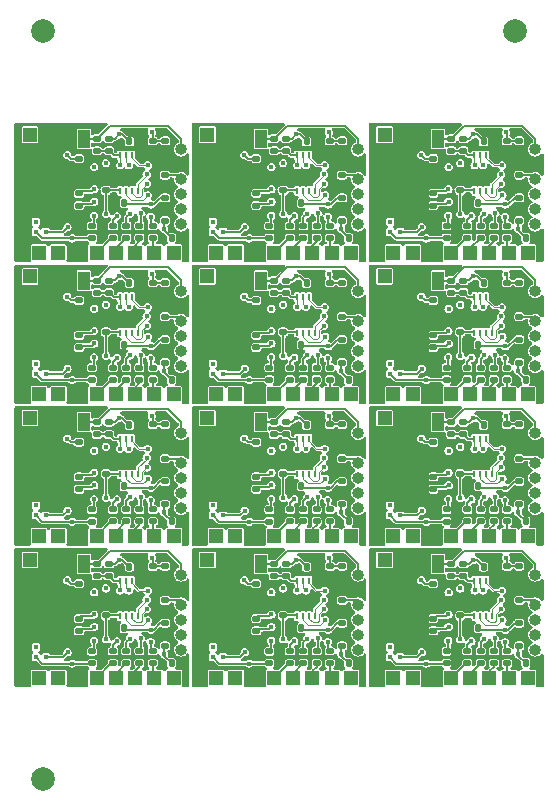
<source format=gbl>
G04 #@! TF.GenerationSoftware,KiCad,Pcbnew,7.0.2-6a45011f42~172~ubuntu22.04.1*
G04 #@! TF.CreationDate,2023-05-28T07:21:03+08:00*
G04 #@! TF.ProjectId,panel_4_3,70616e65-6c5f-4345-9f33-2e6b69636164,rev?*
G04 #@! TF.SameCoordinates,Original*
G04 #@! TF.FileFunction,Copper,L4,Bot*
G04 #@! TF.FilePolarity,Positive*
%FSLAX46Y46*%
G04 Gerber Fmt 4.6, Leading zero omitted, Abs format (unit mm)*
G04 Created by KiCad (PCBNEW 7.0.2-6a45011f42~172~ubuntu22.04.1) date 2023-05-28 07:21:03*
%MOMM*%
%LPD*%
G01*
G04 APERTURE LIST*
G04 Aperture macros list*
%AMRoundRect*
0 Rectangle with rounded corners*
0 $1 Rounding radius*
0 $2 $3 $4 $5 $6 $7 $8 $9 X,Y pos of 4 corners*
0 Add a 4 corners polygon primitive as box body*
4,1,4,$2,$3,$4,$5,$6,$7,$8,$9,$2,$3,0*
0 Add four circle primitives for the rounded corners*
1,1,$1+$1,$2,$3*
1,1,$1+$1,$4,$5*
1,1,$1+$1,$6,$7*
1,1,$1+$1,$8,$9*
0 Add four rect primitives between the rounded corners*
20,1,$1+$1,$2,$3,$4,$5,0*
20,1,$1+$1,$4,$5,$6,$7,0*
20,1,$1+$1,$6,$7,$8,$9,0*
20,1,$1+$1,$8,$9,$2,$3,0*%
G04 Aperture macros list end*
G04 #@! TA.AperFunction,ComponentPad*
%ADD10R,1.200000X1.200000*%
G04 #@! TD*
G04 #@! TA.AperFunction,ComponentPad*
%ADD11O,1.000000X1.000000*%
G04 #@! TD*
G04 #@! TA.AperFunction,SMDPad,CuDef*
%ADD12RoundRect,0.140000X0.170000X-0.140000X0.170000X0.140000X-0.170000X0.140000X-0.170000X-0.140000X0*%
G04 #@! TD*
G04 #@! TA.AperFunction,SMDPad,CuDef*
%ADD13R,0.450000X0.450000*%
G04 #@! TD*
G04 #@! TA.AperFunction,SMDPad,CuDef*
%ADD14RoundRect,0.135000X-0.185000X0.135000X-0.185000X-0.135000X0.185000X-0.135000X0.185000X0.135000X0*%
G04 #@! TD*
G04 #@! TA.AperFunction,SMDPad,CuDef*
%ADD15RoundRect,0.135000X0.185000X-0.135000X0.185000X0.135000X-0.185000X0.135000X-0.185000X-0.135000X0*%
G04 #@! TD*
G04 #@! TA.AperFunction,SMDPad,CuDef*
%ADD16RoundRect,0.140000X-0.140000X-0.170000X0.140000X-0.170000X0.140000X0.170000X-0.140000X0.170000X0*%
G04 #@! TD*
G04 #@! TA.AperFunction,SMDPad,CuDef*
%ADD17R,1.000000X1.524000*%
G04 #@! TD*
G04 #@! TA.AperFunction,SMDPad,CuDef*
%ADD18RoundRect,0.140000X-0.170000X0.140000X-0.170000X-0.140000X0.170000X-0.140000X0.170000X0.140000X0*%
G04 #@! TD*
G04 #@! TA.AperFunction,SMDPad,CuDef*
%ADD19R,0.280000X0.600000*%
G04 #@! TD*
G04 #@! TA.AperFunction,SMDPad,CuDef*
%ADD20R,1.700000X0.300000*%
G04 #@! TD*
G04 #@! TA.AperFunction,SMDPad,CuDef*
%ADD21RoundRect,0.140000X0.140000X0.170000X-0.140000X0.170000X-0.140000X-0.170000X0.140000X-0.170000X0*%
G04 #@! TD*
G04 #@! TA.AperFunction,SMDPad,CuDef*
%ADD22C,2.000000*%
G04 #@! TD*
G04 #@! TA.AperFunction,ViaPad*
%ADD23C,0.450000*%
G04 #@! TD*
G04 #@! TA.AperFunction,Conductor*
%ADD24C,0.200000*%
G04 #@! TD*
G04 #@! TA.AperFunction,Conductor*
%ADD25C,0.100000*%
G04 #@! TD*
G04 APERTURE END LIST*
D10*
G04 #@! TO.P,J3,1,Pin_1*
G04 #@! TO.N,Board_8-NS_CLK*
X51187500Y-46100000D03*
G04 #@! TD*
G04 #@! TO.P,J5,1,Pin_1*
G04 #@! TO.N,Board_7-NS_D0*
X39442500Y-46100000D03*
G04 #@! TD*
G04 #@! TO.P,J9,1,Pin_1*
G04 #@! TO.N,Board_2-GND*
X47932500Y-22100000D03*
G04 #@! TD*
D11*
G04 #@! TO.P,J8,1,Pin_1*
G04 #@! TO.N,Board_10-RST*
X41700000Y-55700000D03*
G04 #@! TO.P,J8,2,Pin_2*
G04 #@! TO.N,Board_10-D-*
X41700000Y-54430000D03*
G04 #@! TO.P,J8,3,Pin_3*
G04 #@! TO.N,Board_10-D+*
X41700000Y-53160000D03*
G04 #@! TO.P,J8,4,Pin_4*
G04 #@! TO.N,Board_10-+3V3*
X41700000Y-51890000D03*
G04 #@! TO.P,J8,5,Pin_5*
G04 #@! TO.N,Board_10-GND*
X41700000Y-50620000D03*
G04 #@! TO.P,J8,6,Pin_6*
G04 #@! TO.N,Board_10-BOOT*
X41700000Y-49350000D03*
G04 #@! TD*
D10*
G04 #@! TO.P,J1,1,Pin_1*
G04 #@! TO.N,Board_0-NS_CPU*
X13930000Y-12110000D03*
G04 #@! TD*
G04 #@! TO.P,J7,1,Pin_1*
G04 #@! TO.N,Board_7-NS_SCL*
X29677500Y-46100000D03*
G04 #@! TD*
G04 #@! TO.P,J1,1,Pin_1*
G04 #@! TO.N,Board_9-NS_CPU*
X13930000Y-48110000D03*
G04 #@! TD*
G04 #@! TO.P,J6,1,Pin_1*
G04 #@! TO.N,Board_1-NS_SDA*
X31310000Y-22100000D03*
G04 #@! TD*
G04 #@! TO.P,J10,1,Pin_1*
G04 #@! TO.N,Board_2-+3V3*
X56070000Y-22100000D03*
G04 #@! TD*
G04 #@! TO.P,J9,1,Pin_1*
G04 #@! TO.N,Board_5-GND*
X47932500Y-34100000D03*
G04 #@! TD*
G04 #@! TO.P,J4,1,Pin_1*
G04 #@! TO.N,Board_10-NS_CMD*
X37815000Y-58100000D03*
G04 #@! TD*
G04 #@! TO.P,J2,1,Pin_1*
G04 #@! TO.N,Board_3-NS_RST*
X19560000Y-34100000D03*
G04 #@! TD*
G04 #@! TO.P,J2,1,Pin_1*
G04 #@! TO.N,Board_5-NS_RST*
X49560000Y-34100000D03*
G04 #@! TD*
D11*
G04 #@! TO.P,J8,1,Pin_1*
G04 #@! TO.N,Board_3-RST*
X26700000Y-31700000D03*
G04 #@! TO.P,J8,2,Pin_2*
G04 #@! TO.N,Board_3-D-*
X26700000Y-30430000D03*
G04 #@! TO.P,J8,3,Pin_3*
G04 #@! TO.N,Board_3-D+*
X26700000Y-29160000D03*
G04 #@! TO.P,J8,4,Pin_4*
G04 #@! TO.N,Board_3-+3V3*
X26700000Y-27890000D03*
G04 #@! TO.P,J8,5,Pin_5*
G04 #@! TO.N,Board_3-GND*
X26700000Y-26620000D03*
G04 #@! TO.P,J8,6,Pin_6*
G04 #@! TO.N,Board_3-BOOT*
X26700000Y-25350000D03*
G04 #@! TD*
D10*
G04 #@! TO.P,J2,1,Pin_1*
G04 #@! TO.N,Board_1-NS_RST*
X34560000Y-22100000D03*
G04 #@! TD*
G04 #@! TO.P,J1,1,Pin_1*
G04 #@! TO.N,Board_3-NS_CPU*
X13930000Y-24110000D03*
G04 #@! TD*
D11*
G04 #@! TO.P,J8,1,Pin_1*
G04 #@! TO.N,Board_7-RST*
X41700000Y-43700000D03*
G04 #@! TO.P,J8,2,Pin_2*
G04 #@! TO.N,Board_7-D-*
X41700000Y-42430000D03*
G04 #@! TO.P,J8,3,Pin_3*
G04 #@! TO.N,Board_7-D+*
X41700000Y-41160000D03*
G04 #@! TO.P,J8,4,Pin_4*
G04 #@! TO.N,Board_7-+3V3*
X41700000Y-39890000D03*
G04 #@! TO.P,J8,5,Pin_5*
G04 #@! TO.N,Board_7-GND*
X41700000Y-38620000D03*
G04 #@! TO.P,J8,6,Pin_6*
G04 #@! TO.N,Board_7-BOOT*
X41700000Y-37350000D03*
G04 #@! TD*
G04 #@! TO.P,J8,1,Pin_1*
G04 #@! TO.N,Board_6-RST*
X26700000Y-43700000D03*
G04 #@! TO.P,J8,2,Pin_2*
G04 #@! TO.N,Board_6-D-*
X26700000Y-42430000D03*
G04 #@! TO.P,J8,3,Pin_3*
G04 #@! TO.N,Board_6-D+*
X26700000Y-41160000D03*
G04 #@! TO.P,J8,4,Pin_4*
G04 #@! TO.N,Board_6-+3V3*
X26700000Y-39890000D03*
G04 #@! TO.P,J8,5,Pin_5*
G04 #@! TO.N,Board_6-GND*
X26700000Y-38620000D03*
G04 #@! TO.P,J8,6,Pin_6*
G04 #@! TO.N,Board_6-BOOT*
X26700000Y-37350000D03*
G04 #@! TD*
D10*
G04 #@! TO.P,J6,1,Pin_1*
G04 #@! TO.N,Board_8-NS_SDA*
X46310000Y-46100000D03*
G04 #@! TD*
G04 #@! TO.P,J2,1,Pin_1*
G04 #@! TO.N,Board_10-NS_RST*
X34560000Y-58100000D03*
G04 #@! TD*
G04 #@! TO.P,J7,1,Pin_1*
G04 #@! TO.N,Board_4-NS_SCL*
X29677500Y-34100000D03*
G04 #@! TD*
D11*
G04 #@! TO.P,J8,1,Pin_1*
G04 #@! TO.N,Board_9-RST*
X26700000Y-55700000D03*
G04 #@! TO.P,J8,2,Pin_2*
G04 #@! TO.N,Board_9-D-*
X26700000Y-54430000D03*
G04 #@! TO.P,J8,3,Pin_3*
G04 #@! TO.N,Board_9-D+*
X26700000Y-53160000D03*
G04 #@! TO.P,J8,4,Pin_4*
G04 #@! TO.N,Board_9-+3V3*
X26700000Y-51890000D03*
G04 #@! TO.P,J8,5,Pin_5*
G04 #@! TO.N,Board_9-GND*
X26700000Y-50620000D03*
G04 #@! TO.P,J8,6,Pin_6*
G04 #@! TO.N,Board_9-BOOT*
X26700000Y-49350000D03*
G04 #@! TD*
D10*
G04 #@! TO.P,J9,1,Pin_1*
G04 #@! TO.N,Board_9-GND*
X17932500Y-58100000D03*
G04 #@! TD*
G04 #@! TO.P,J5,1,Pin_1*
G04 #@! TO.N,Board_10-NS_D0*
X39442500Y-58100000D03*
G04 #@! TD*
D11*
G04 #@! TO.P,J8,1,Pin_1*
G04 #@! TO.N,Board_1-RST*
X41700000Y-19700000D03*
G04 #@! TO.P,J8,2,Pin_2*
G04 #@! TO.N,Board_1-D-*
X41700000Y-18430000D03*
G04 #@! TO.P,J8,3,Pin_3*
G04 #@! TO.N,Board_1-D+*
X41700000Y-17160000D03*
G04 #@! TO.P,J8,4,Pin_4*
G04 #@! TO.N,Board_1-+3V3*
X41700000Y-15890000D03*
G04 #@! TO.P,J8,5,Pin_5*
G04 #@! TO.N,Board_1-GND*
X41700000Y-14620000D03*
G04 #@! TO.P,J8,6,Pin_6*
G04 #@! TO.N,Board_1-BOOT*
X41700000Y-13350000D03*
G04 #@! TD*
D10*
G04 #@! TO.P,J2,1,Pin_1*
G04 #@! TO.N,Board_2-NS_RST*
X49560000Y-22100000D03*
G04 #@! TD*
G04 #@! TO.P,J5,1,Pin_1*
G04 #@! TO.N,Board_5-NS_D0*
X54442500Y-34100000D03*
G04 #@! TD*
G04 #@! TO.P,J4,1,Pin_1*
G04 #@! TO.N,Board_4-NS_CMD*
X37815000Y-34100000D03*
G04 #@! TD*
G04 #@! TO.P,J2,1,Pin_1*
G04 #@! TO.N,Board_7-NS_RST*
X34560000Y-46100000D03*
G04 #@! TD*
G04 #@! TO.P,J9,1,Pin_1*
G04 #@! TO.N,Board_0-GND*
X17932500Y-22100000D03*
G04 #@! TD*
G04 #@! TO.P,J6,1,Pin_1*
G04 #@! TO.N,Board_3-NS_SDA*
X16310000Y-34100000D03*
G04 #@! TD*
G04 #@! TO.P,J5,1,Pin_1*
G04 #@! TO.N,Board_4-NS_D0*
X39442500Y-34100000D03*
G04 #@! TD*
G04 #@! TO.P,J1,1,Pin_1*
G04 #@! TO.N,Board_8-NS_CPU*
X43930000Y-36110000D03*
G04 #@! TD*
G04 #@! TO.P,J9,1,Pin_1*
G04 #@! TO.N,Board_1-GND*
X32932500Y-22100000D03*
G04 #@! TD*
G04 #@! TO.P,J4,1,Pin_1*
G04 #@! TO.N,Board_1-NS_CMD*
X37815000Y-22100000D03*
G04 #@! TD*
G04 #@! TO.P,J9,1,Pin_1*
G04 #@! TO.N,Board_3-GND*
X17932500Y-34100000D03*
G04 #@! TD*
G04 #@! TO.P,J10,1,Pin_1*
G04 #@! TO.N,Board_0-+3V3*
X26070000Y-22100000D03*
G04 #@! TD*
G04 #@! TO.P,J3,1,Pin_1*
G04 #@! TO.N,Board_4-NS_CLK*
X36187500Y-34100000D03*
G04 #@! TD*
G04 #@! TO.P,J7,1,Pin_1*
G04 #@! TO.N,Board_3-NS_SCL*
X14677500Y-34100000D03*
G04 #@! TD*
G04 #@! TO.P,J2,1,Pin_1*
G04 #@! TO.N,Board_9-NS_RST*
X19560000Y-58100000D03*
G04 #@! TD*
G04 #@! TO.P,J9,1,Pin_1*
G04 #@! TO.N,Board_11-GND*
X47932500Y-58100000D03*
G04 #@! TD*
D11*
G04 #@! TO.P,J8,1,Pin_1*
G04 #@! TO.N,Board_8-RST*
X56700000Y-43700000D03*
G04 #@! TO.P,J8,2,Pin_2*
G04 #@! TO.N,Board_8-D-*
X56700000Y-42430000D03*
G04 #@! TO.P,J8,3,Pin_3*
G04 #@! TO.N,Board_8-D+*
X56700000Y-41160000D03*
G04 #@! TO.P,J8,4,Pin_4*
G04 #@! TO.N,Board_8-+3V3*
X56700000Y-39890000D03*
G04 #@! TO.P,J8,5,Pin_5*
G04 #@! TO.N,Board_8-GND*
X56700000Y-38620000D03*
G04 #@! TO.P,J8,6,Pin_6*
G04 #@! TO.N,Board_8-BOOT*
X56700000Y-37350000D03*
G04 #@! TD*
D10*
G04 #@! TO.P,J4,1,Pin_1*
G04 #@! TO.N,Board_5-NS_CMD*
X52815000Y-34100000D03*
G04 #@! TD*
G04 #@! TO.P,J2,1,Pin_1*
G04 #@! TO.N,Board_8-NS_RST*
X49560000Y-46100000D03*
G04 #@! TD*
G04 #@! TO.P,J9,1,Pin_1*
G04 #@! TO.N,Board_10-GND*
X32932500Y-58100000D03*
G04 #@! TD*
G04 #@! TO.P,J7,1,Pin_1*
G04 #@! TO.N,Board_11-NS_SCL*
X44677500Y-58100000D03*
G04 #@! TD*
G04 #@! TO.P,J7,1,Pin_1*
G04 #@! TO.N,Board_0-NS_SCL*
X14677500Y-22100000D03*
G04 #@! TD*
G04 #@! TO.P,J4,1,Pin_1*
G04 #@! TO.N,Board_0-NS_CMD*
X22815000Y-22100000D03*
G04 #@! TD*
G04 #@! TO.P,J6,1,Pin_1*
G04 #@! TO.N,Board_9-NS_SDA*
X16310000Y-58100000D03*
G04 #@! TD*
G04 #@! TO.P,J2,1,Pin_1*
G04 #@! TO.N,Board_0-NS_RST*
X19560000Y-22100000D03*
G04 #@! TD*
G04 #@! TO.P,J10,1,Pin_1*
G04 #@! TO.N,Board_8-+3V3*
X56070000Y-46100000D03*
G04 #@! TD*
G04 #@! TO.P,J2,1,Pin_1*
G04 #@! TO.N,Board_4-NS_RST*
X34560000Y-34100000D03*
G04 #@! TD*
G04 #@! TO.P,J1,1,Pin_1*
G04 #@! TO.N,Board_5-NS_CPU*
X43930000Y-24110000D03*
G04 #@! TD*
G04 #@! TO.P,J10,1,Pin_1*
G04 #@! TO.N,Board_9-+3V3*
X26070000Y-58100000D03*
G04 #@! TD*
G04 #@! TO.P,J5,1,Pin_1*
G04 #@! TO.N,Board_0-NS_D0*
X24442500Y-22100000D03*
G04 #@! TD*
G04 #@! TO.P,J4,1,Pin_1*
G04 #@! TO.N,Board_8-NS_CMD*
X52815000Y-46100000D03*
G04 #@! TD*
G04 #@! TO.P,J6,1,Pin_1*
G04 #@! TO.N,Board_4-NS_SDA*
X31310000Y-34100000D03*
G04 #@! TD*
D11*
G04 #@! TO.P,J8,1,Pin_1*
G04 #@! TO.N,Board_2-RST*
X56700000Y-19700000D03*
G04 #@! TO.P,J8,2,Pin_2*
G04 #@! TO.N,Board_2-D-*
X56700000Y-18430000D03*
G04 #@! TO.P,J8,3,Pin_3*
G04 #@! TO.N,Board_2-D+*
X56700000Y-17160000D03*
G04 #@! TO.P,J8,4,Pin_4*
G04 #@! TO.N,Board_2-+3V3*
X56700000Y-15890000D03*
G04 #@! TO.P,J8,5,Pin_5*
G04 #@! TO.N,Board_2-GND*
X56700000Y-14620000D03*
G04 #@! TO.P,J8,6,Pin_6*
G04 #@! TO.N,Board_2-BOOT*
X56700000Y-13350000D03*
G04 #@! TD*
D10*
G04 #@! TO.P,J6,1,Pin_1*
G04 #@! TO.N,Board_10-NS_SDA*
X31310000Y-58100000D03*
G04 #@! TD*
G04 #@! TO.P,J4,1,Pin_1*
G04 #@! TO.N,Board_9-NS_CMD*
X22815000Y-58100000D03*
G04 #@! TD*
G04 #@! TO.P,J5,1,Pin_1*
G04 #@! TO.N,Board_2-NS_D0*
X54442500Y-22100000D03*
G04 #@! TD*
G04 #@! TO.P,J5,1,Pin_1*
G04 #@! TO.N,Board_11-NS_D0*
X54442500Y-58100000D03*
G04 #@! TD*
G04 #@! TO.P,J7,1,Pin_1*
G04 #@! TO.N,Board_9-NS_SCL*
X14677500Y-58100000D03*
G04 #@! TD*
G04 #@! TO.P,J3,1,Pin_1*
G04 #@! TO.N,Board_9-NS_CLK*
X21187500Y-58100000D03*
G04 #@! TD*
G04 #@! TO.P,J5,1,Pin_1*
G04 #@! TO.N,Board_9-NS_D0*
X24442500Y-58100000D03*
G04 #@! TD*
G04 #@! TO.P,J2,1,Pin_1*
G04 #@! TO.N,Board_6-NS_RST*
X19560000Y-46100000D03*
G04 #@! TD*
G04 #@! TO.P,J5,1,Pin_1*
G04 #@! TO.N,Board_3-NS_D0*
X24442500Y-34100000D03*
G04 #@! TD*
D11*
G04 #@! TO.P,J8,1,Pin_1*
G04 #@! TO.N,Board_5-RST*
X56700000Y-31700000D03*
G04 #@! TO.P,J8,2,Pin_2*
G04 #@! TO.N,Board_5-D-*
X56700000Y-30430000D03*
G04 #@! TO.P,J8,3,Pin_3*
G04 #@! TO.N,Board_5-D+*
X56700000Y-29160000D03*
G04 #@! TO.P,J8,4,Pin_4*
G04 #@! TO.N,Board_5-+3V3*
X56700000Y-27890000D03*
G04 #@! TO.P,J8,5,Pin_5*
G04 #@! TO.N,Board_5-GND*
X56700000Y-26620000D03*
G04 #@! TO.P,J8,6,Pin_6*
G04 #@! TO.N,Board_5-BOOT*
X56700000Y-25350000D03*
G04 #@! TD*
D10*
G04 #@! TO.P,J4,1,Pin_1*
G04 #@! TO.N,Board_3-NS_CMD*
X22815000Y-34100000D03*
G04 #@! TD*
G04 #@! TO.P,J3,1,Pin_1*
G04 #@! TO.N,Board_7-NS_CLK*
X36187500Y-46100000D03*
G04 #@! TD*
G04 #@! TO.P,J7,1,Pin_1*
G04 #@! TO.N,Board_8-NS_SCL*
X44677500Y-46100000D03*
G04 #@! TD*
G04 #@! TO.P,J9,1,Pin_1*
G04 #@! TO.N,Board_4-GND*
X32932500Y-34100000D03*
G04 #@! TD*
G04 #@! TO.P,J6,1,Pin_1*
G04 #@! TO.N,Board_7-NS_SDA*
X31310000Y-46100000D03*
G04 #@! TD*
D11*
G04 #@! TO.P,J8,1,Pin_1*
G04 #@! TO.N,Board_0-RST*
X26700000Y-19700000D03*
G04 #@! TO.P,J8,2,Pin_2*
G04 #@! TO.N,Board_0-D-*
X26700000Y-18430000D03*
G04 #@! TO.P,J8,3,Pin_3*
G04 #@! TO.N,Board_0-D+*
X26700000Y-17160000D03*
G04 #@! TO.P,J8,4,Pin_4*
G04 #@! TO.N,Board_0-+3V3*
X26700000Y-15890000D03*
G04 #@! TO.P,J8,5,Pin_5*
G04 #@! TO.N,Board_0-GND*
X26700000Y-14620000D03*
G04 #@! TO.P,J8,6,Pin_6*
G04 #@! TO.N,Board_0-BOOT*
X26700000Y-13350000D03*
G04 #@! TD*
D10*
G04 #@! TO.P,J1,1,Pin_1*
G04 #@! TO.N,Board_6-NS_CPU*
X13930000Y-36110000D03*
G04 #@! TD*
G04 #@! TO.P,J7,1,Pin_1*
G04 #@! TO.N,Board_6-NS_SCL*
X14677500Y-46100000D03*
G04 #@! TD*
G04 #@! TO.P,J10,1,Pin_1*
G04 #@! TO.N,Board_5-+3V3*
X56070000Y-34100000D03*
G04 #@! TD*
G04 #@! TO.P,J10,1,Pin_1*
G04 #@! TO.N,Board_7-+3V3*
X41070000Y-46100000D03*
G04 #@! TD*
G04 #@! TO.P,J7,1,Pin_1*
G04 #@! TO.N,Board_1-NS_SCL*
X29677500Y-22100000D03*
G04 #@! TD*
G04 #@! TO.P,J1,1,Pin_1*
G04 #@! TO.N,Board_2-NS_CPU*
X43930000Y-12110000D03*
G04 #@! TD*
G04 #@! TO.P,J9,1,Pin_1*
G04 #@! TO.N,Board_7-GND*
X32932500Y-46100000D03*
G04 #@! TD*
G04 #@! TO.P,J1,1,Pin_1*
G04 #@! TO.N,Board_7-NS_CPU*
X28930000Y-36110000D03*
G04 #@! TD*
G04 #@! TO.P,J3,1,Pin_1*
G04 #@! TO.N,Board_10-NS_CLK*
X36187500Y-58100000D03*
G04 #@! TD*
G04 #@! TO.P,J3,1,Pin_1*
G04 #@! TO.N,Board_1-NS_CLK*
X36187500Y-22100000D03*
G04 #@! TD*
G04 #@! TO.P,J10,1,Pin_1*
G04 #@! TO.N,Board_10-+3V3*
X41070000Y-58100000D03*
G04 #@! TD*
G04 #@! TO.P,J3,1,Pin_1*
G04 #@! TO.N,Board_11-NS_CLK*
X51187500Y-58100000D03*
G04 #@! TD*
G04 #@! TO.P,J1,1,Pin_1*
G04 #@! TO.N,Board_1-NS_CPU*
X28930000Y-12110000D03*
G04 #@! TD*
G04 #@! TO.P,J10,1,Pin_1*
G04 #@! TO.N,Board_11-+3V3*
X56070000Y-58100000D03*
G04 #@! TD*
G04 #@! TO.P,J7,1,Pin_1*
G04 #@! TO.N,Board_10-NS_SCL*
X29677500Y-58100000D03*
G04 #@! TD*
G04 #@! TO.P,J10,1,Pin_1*
G04 #@! TO.N,Board_3-+3V3*
X26070000Y-34100000D03*
G04 #@! TD*
G04 #@! TO.P,J3,1,Pin_1*
G04 #@! TO.N,Board_0-NS_CLK*
X21187500Y-22100000D03*
G04 #@! TD*
G04 #@! TO.P,J5,1,Pin_1*
G04 #@! TO.N,Board_1-NS_D0*
X39442500Y-22100000D03*
G04 #@! TD*
G04 #@! TO.P,J1,1,Pin_1*
G04 #@! TO.N,Board_11-NS_CPU*
X43930000Y-48110000D03*
G04 #@! TD*
G04 #@! TO.P,J6,1,Pin_1*
G04 #@! TO.N,Board_6-NS_SDA*
X16310000Y-46100000D03*
G04 #@! TD*
G04 #@! TO.P,J5,1,Pin_1*
G04 #@! TO.N,Board_6-NS_D0*
X24442500Y-46100000D03*
G04 #@! TD*
G04 #@! TO.P,J3,1,Pin_1*
G04 #@! TO.N,Board_6-NS_CLK*
X21187500Y-46100000D03*
G04 #@! TD*
G04 #@! TO.P,J4,1,Pin_1*
G04 #@! TO.N,Board_7-NS_CMD*
X37815000Y-46100000D03*
G04 #@! TD*
G04 #@! TO.P,J3,1,Pin_1*
G04 #@! TO.N,Board_5-NS_CLK*
X51187500Y-34100000D03*
G04 #@! TD*
G04 #@! TO.P,J10,1,Pin_1*
G04 #@! TO.N,Board_6-+3V3*
X26070000Y-46100000D03*
G04 #@! TD*
G04 #@! TO.P,J9,1,Pin_1*
G04 #@! TO.N,Board_8-GND*
X47932500Y-46100000D03*
G04 #@! TD*
G04 #@! TO.P,J6,1,Pin_1*
G04 #@! TO.N,Board_2-NS_SDA*
X46310000Y-22100000D03*
G04 #@! TD*
G04 #@! TO.P,J7,1,Pin_1*
G04 #@! TO.N,Board_5-NS_SCL*
X44677500Y-34100000D03*
G04 #@! TD*
D11*
G04 #@! TO.P,J8,1,Pin_1*
G04 #@! TO.N,Board_11-RST*
X56700000Y-55700000D03*
G04 #@! TO.P,J8,2,Pin_2*
G04 #@! TO.N,Board_11-D-*
X56700000Y-54430000D03*
G04 #@! TO.P,J8,3,Pin_3*
G04 #@! TO.N,Board_11-D+*
X56700000Y-53160000D03*
G04 #@! TO.P,J8,4,Pin_4*
G04 #@! TO.N,Board_11-+3V3*
X56700000Y-51890000D03*
G04 #@! TO.P,J8,5,Pin_5*
G04 #@! TO.N,Board_11-GND*
X56700000Y-50620000D03*
G04 #@! TO.P,J8,6,Pin_6*
G04 #@! TO.N,Board_11-BOOT*
X56700000Y-49350000D03*
G04 #@! TD*
D10*
G04 #@! TO.P,J3,1,Pin_1*
G04 #@! TO.N,Board_2-NS_CLK*
X51187500Y-22100000D03*
G04 #@! TD*
G04 #@! TO.P,J7,1,Pin_1*
G04 #@! TO.N,Board_2-NS_SCL*
X44677500Y-22100000D03*
G04 #@! TD*
G04 #@! TO.P,J10,1,Pin_1*
G04 #@! TO.N,Board_1-+3V3*
X41070000Y-22100000D03*
G04 #@! TD*
G04 #@! TO.P,J4,1,Pin_1*
G04 #@! TO.N,Board_6-NS_CMD*
X22815000Y-46100000D03*
G04 #@! TD*
G04 #@! TO.P,J4,1,Pin_1*
G04 #@! TO.N,Board_11-NS_CMD*
X52815000Y-58100000D03*
G04 #@! TD*
G04 #@! TO.P,J2,1,Pin_1*
G04 #@! TO.N,Board_11-NS_RST*
X49560000Y-58100000D03*
G04 #@! TD*
G04 #@! TO.P,J6,1,Pin_1*
G04 #@! TO.N,Board_11-NS_SDA*
X46310000Y-58100000D03*
G04 #@! TD*
G04 #@! TO.P,J3,1,Pin_1*
G04 #@! TO.N,Board_3-NS_CLK*
X21187500Y-34100000D03*
G04 #@! TD*
G04 #@! TO.P,J9,1,Pin_1*
G04 #@! TO.N,Board_6-GND*
X17932500Y-46100000D03*
G04 #@! TD*
G04 #@! TO.P,J6,1,Pin_1*
G04 #@! TO.N,Board_0-NS_SDA*
X16310000Y-22100000D03*
G04 #@! TD*
G04 #@! TO.P,J1,1,Pin_1*
G04 #@! TO.N,Board_10-NS_CPU*
X28930000Y-48110000D03*
G04 #@! TD*
G04 #@! TO.P,J1,1,Pin_1*
G04 #@! TO.N,Board_4-NS_CPU*
X28930000Y-24110000D03*
G04 #@! TD*
G04 #@! TO.P,J6,1,Pin_1*
G04 #@! TO.N,Board_5-NS_SDA*
X46310000Y-34100000D03*
G04 #@! TD*
D11*
G04 #@! TO.P,J8,1,Pin_1*
G04 #@! TO.N,Board_4-RST*
X41700000Y-31700000D03*
G04 #@! TO.P,J8,2,Pin_2*
G04 #@! TO.N,Board_4-D-*
X41700000Y-30430000D03*
G04 #@! TO.P,J8,3,Pin_3*
G04 #@! TO.N,Board_4-D+*
X41700000Y-29160000D03*
G04 #@! TO.P,J8,4,Pin_4*
G04 #@! TO.N,Board_4-+3V3*
X41700000Y-27890000D03*
G04 #@! TO.P,J8,5,Pin_5*
G04 #@! TO.N,Board_4-GND*
X41700000Y-26620000D03*
G04 #@! TO.P,J8,6,Pin_6*
G04 #@! TO.N,Board_4-BOOT*
X41700000Y-25350000D03*
G04 #@! TD*
D10*
G04 #@! TO.P,J4,1,Pin_1*
G04 #@! TO.N,Board_2-NS_CMD*
X52815000Y-22100000D03*
G04 #@! TD*
G04 #@! TO.P,J5,1,Pin_1*
G04 #@! TO.N,Board_8-NS_D0*
X54442500Y-46100000D03*
G04 #@! TD*
G04 #@! TO.P,J10,1,Pin_1*
G04 #@! TO.N,Board_4-+3V3*
X41070000Y-34100000D03*
G04 #@! TD*
D12*
G04 #@! TO.P,C5,1*
G04 #@! TO.N,Board_5-+1V1*
X55340000Y-29460000D03*
G04 #@! TO.P,C5,2*
G04 #@! TO.N,Board_5-GND*
X55340000Y-28500000D03*
G04 #@! TD*
G04 #@! TO.P,C7,1*
G04 #@! TO.N,Board_8-+3V3*
X48070000Y-41085000D03*
G04 #@! TO.P,C7,2*
G04 #@! TO.N,Board_8-GND*
X48070000Y-40125000D03*
G04 #@! TD*
D13*
G04 #@! TO.P,U5,1,DOUT*
G04 #@! TO.N,Board_10-unconnected-(U5-DOUT-Pad1)*
X29405000Y-55495000D03*
G04 #@! TO.P,U5,2,VDD*
G04 #@! TO.N,Board_10-+3V3*
X29405000Y-56345000D03*
G04 #@! TO.P,U5,3,GND*
G04 #@! TO.N,Board_10-GND*
X30255000Y-55495000D03*
G04 #@! TO.P,U5,4,DIN*
G04 #@! TO.N,Board_10-LED_DATA*
X30255000Y-56345000D03*
G04 #@! TD*
D14*
G04 #@! TO.P,R6,1*
G04 #@! TO.N,Board_6-+3V3*
X20615000Y-36455000D03*
G04 #@! TO.P,R6,2*
G04 #@! TO.N,Board_6-QSPI_CS*
X20615000Y-37475000D03*
G04 #@! TD*
D12*
G04 #@! TO.P,C7,1*
G04 #@! TO.N,Board_1-+3V3*
X33070000Y-17085000D03*
G04 #@! TO.P,C7,2*
G04 #@! TO.N,Board_1-GND*
X33070000Y-16125000D03*
G04 #@! TD*
G04 #@! TO.P,C8,1*
G04 #@! TO.N,Board_5-+3V3*
X55340000Y-31395000D03*
G04 #@! TO.P,C8,2*
G04 #@! TO.N,Board_5-GND*
X55340000Y-30435000D03*
G04 #@! TD*
D15*
G04 #@! TO.P,R2,1*
G04 #@! TO.N,Board_2-+3V3*
X49180000Y-20860000D03*
G04 #@! TO.P,R2,2*
G04 #@! TO.N,Board_2-RST*
X49180000Y-19840000D03*
G04 #@! TD*
G04 #@! TO.P,R2,1*
G04 #@! TO.N,Board_11-+3V3*
X49180000Y-56860000D03*
G04 #@! TO.P,R2,2*
G04 #@! TO.N,Board_11-RST*
X49180000Y-55840000D03*
G04 #@! TD*
D16*
G04 #@! TO.P,C12,1*
G04 #@! TO.N,Board_3-+3V3*
X22330000Y-24680000D03*
G04 #@! TO.P,C12,2*
G04 #@! TO.N,Board_3-GND*
X23290000Y-24680000D03*
G04 #@! TD*
D14*
G04 #@! TO.P,R11,1*
G04 #@! TO.N,Board_5-Net-(U1-GPIO29_ADC3)*
X54310000Y-31830000D03*
G04 #@! TO.P,R11,2*
G04 #@! TO.N,Board_5-NS_D0*
X54310000Y-32850000D03*
G04 #@! TD*
D12*
G04 #@! TO.P,C7,1*
G04 #@! TO.N,Board_4-+3V3*
X33070000Y-29085000D03*
G04 #@! TO.P,C7,2*
G04 #@! TO.N,Board_4-GND*
X33070000Y-28125000D03*
G04 #@! TD*
D17*
G04 #@! TO.P,SW1,1,1*
G04 #@! TO.N,Board_9-BOOT*
X18470000Y-48455000D03*
G04 #@! TO.P,SW1,2,2*
G04 #@! TO.N,Board_9-GND*
X15270000Y-48455000D03*
G04 #@! TD*
D14*
G04 #@! TO.P,R9,1*
G04 #@! TO.N,Board_11-Net-(U1-GPIO27_ADC1)*
X52070000Y-55830000D03*
G04 #@! TO.P,R9,2*
G04 #@! TO.N,Board_11-NS_CLK*
X52070000Y-56850000D03*
G04 #@! TD*
G04 #@! TO.P,R11,1*
G04 #@! TO.N,Board_10-Net-(U1-GPIO29_ADC3)*
X39310000Y-55830000D03*
G04 #@! TO.P,R11,2*
G04 #@! TO.N,Board_10-NS_D0*
X39310000Y-56850000D03*
G04 #@! TD*
D12*
G04 #@! TO.P,C10,1*
G04 #@! TO.N,Board_7-+3V3*
X40340000Y-39525000D03*
G04 #@! TO.P,C10,2*
G04 #@! TO.N,Board_7-GND*
X40340000Y-38565000D03*
G04 #@! TD*
G04 #@! TO.P,C5,1*
G04 #@! TO.N,Board_1-+1V1*
X40340000Y-17460000D03*
G04 #@! TO.P,C5,2*
G04 #@! TO.N,Board_1-GND*
X40340000Y-16500000D03*
G04 #@! TD*
D14*
G04 #@! TO.P,R11,1*
G04 #@! TO.N,Board_6-Net-(U1-GPIO29_ADC3)*
X24310000Y-43830000D03*
G04 #@! TO.P,R11,2*
G04 #@! TO.N,Board_6-NS_D0*
X24310000Y-44850000D03*
G04 #@! TD*
G04 #@! TO.P,R11,1*
G04 #@! TO.N,Board_4-Net-(U1-GPIO29_ADC3)*
X39310000Y-31830000D03*
G04 #@! TO.P,R11,2*
G04 #@! TO.N,Board_4-NS_D0*
X39310000Y-32850000D03*
G04 #@! TD*
G04 #@! TO.P,R5,1*
G04 #@! TO.N,Board_8-BOOT*
X49590000Y-36455000D03*
G04 #@! TO.P,R5,2*
G04 #@! TO.N,Board_8-QSPI_CS*
X49590000Y-37475000D03*
G04 #@! TD*
D18*
G04 #@! TO.P,C4,1*
G04 #@! TO.N,Board_7-+1V1*
X33070000Y-42120000D03*
G04 #@! TO.P,C4,2*
G04 #@! TO.N,Board_7-GND*
X33070000Y-43080000D03*
G04 #@! TD*
D19*
G04 #@! TO.P,U2,1,CS#*
G04 #@! TO.N,Board_5-QSPI_CS*
X51540000Y-25861000D03*
G04 #@! TO.P,U2,2,DO(IO1)*
G04 #@! TO.N,Board_5-QSPI_SD1*
X52040000Y-25861000D03*
G04 #@! TO.P,U2,3,WP#(IO2)*
G04 #@! TO.N,Board_5-QSPI_SD2*
X52540000Y-25861000D03*
G04 #@! TO.P,U2,4,GND*
G04 #@! TO.N,Board_5-GND*
X53040000Y-25861000D03*
G04 #@! TO.P,U2,5,DI(IO0)*
G04 #@! TO.N,Board_5-QSPI_SD0*
X53040000Y-28875000D03*
G04 #@! TO.P,U2,6,CLK*
G04 #@! TO.N,Board_5-QSPI_SCK*
X52540000Y-28875000D03*
G04 #@! TO.P,U2,7,HOLD#orRESET#(IO3)*
G04 #@! TO.N,Board_5-QSPI_SD3*
X52040000Y-28875000D03*
G04 #@! TO.P,U2,8,VCC*
G04 #@! TO.N,Board_5-+3V3*
X51540000Y-28875000D03*
D20*
G04 #@! TO.P,U2,9,EP*
G04 #@! TO.N,Board_5-GND*
X52290000Y-27368000D03*
G04 #@! TD*
D19*
G04 #@! TO.P,U2,1,CS#*
G04 #@! TO.N,Board_7-QSPI_CS*
X36540000Y-37861000D03*
G04 #@! TO.P,U2,2,DO(IO1)*
G04 #@! TO.N,Board_7-QSPI_SD1*
X37040000Y-37861000D03*
G04 #@! TO.P,U2,3,WP#(IO2)*
G04 #@! TO.N,Board_7-QSPI_SD2*
X37540000Y-37861000D03*
G04 #@! TO.P,U2,4,GND*
G04 #@! TO.N,Board_7-GND*
X38040000Y-37861000D03*
G04 #@! TO.P,U2,5,DI(IO0)*
G04 #@! TO.N,Board_7-QSPI_SD0*
X38040000Y-40875000D03*
G04 #@! TO.P,U2,6,CLK*
G04 #@! TO.N,Board_7-QSPI_SCK*
X37540000Y-40875000D03*
G04 #@! TO.P,U2,7,HOLD#orRESET#(IO3)*
G04 #@! TO.N,Board_7-QSPI_SD3*
X37040000Y-40875000D03*
G04 #@! TO.P,U2,8,VCC*
G04 #@! TO.N,Board_7-+3V3*
X36540000Y-40875000D03*
D20*
G04 #@! TO.P,U2,9,EP*
G04 #@! TO.N,Board_7-GND*
X37290000Y-39368000D03*
G04 #@! TD*
D12*
G04 #@! TO.P,C10,1*
G04 #@! TO.N,Board_3-+3V3*
X25340000Y-27525000D03*
G04 #@! TO.P,C10,2*
G04 #@! TO.N,Board_3-GND*
X25340000Y-26565000D03*
G04 #@! TD*
D18*
G04 #@! TO.P,C4,1*
G04 #@! TO.N,Board_4-+1V1*
X33070000Y-30120000D03*
G04 #@! TO.P,C4,2*
G04 #@! TO.N,Board_4-GND*
X33070000Y-31080000D03*
G04 #@! TD*
D12*
G04 #@! TO.P,C14,1*
G04 #@! TO.N,Board_6-+3V3*
X20340000Y-40810000D03*
G04 #@! TO.P,C14,2*
G04 #@! TO.N,Board_6-GND*
X20340000Y-39850000D03*
G04 #@! TD*
D18*
G04 #@! TO.P,C11,1*
G04 #@! TO.N,Board_5-+3V3*
X55340000Y-24630000D03*
G04 #@! TO.P,C11,2*
G04 #@! TO.N,Board_5-GND*
X55340000Y-25590000D03*
G04 #@! TD*
G04 #@! TO.P,C9,1*
G04 #@! TO.N,Board_2-+3V3*
X54310000Y-12640000D03*
G04 #@! TO.P,C9,2*
G04 #@! TO.N,Board_2-GND*
X54310000Y-13600000D03*
G04 #@! TD*
D14*
G04 #@! TO.P,R8,1*
G04 #@! TO.N,Board_8-Net-(U1-GPIO26_ADC0)*
X50940000Y-43830000D03*
G04 #@! TO.P,R8,2*
G04 #@! TO.N,Board_8-NS_RST*
X50940000Y-44850000D03*
G04 #@! TD*
D21*
G04 #@! TO.P,C2,1*
G04 #@! TO.N,Board_7-+1V1*
X36880000Y-41880000D03*
G04 #@! TO.P,C2,2*
G04 #@! TO.N,Board_7-GND*
X35920000Y-41880000D03*
G04 #@! TD*
D17*
G04 #@! TO.P,SW1,1,1*
G04 #@! TO.N,Board_3-BOOT*
X18470000Y-24455000D03*
G04 #@! TO.P,SW1,2,2*
G04 #@! TO.N,Board_3-GND*
X15270000Y-24455000D03*
G04 #@! TD*
D12*
G04 #@! TO.P,C5,1*
G04 #@! TO.N,Board_8-+1V1*
X55340000Y-41460000D03*
G04 #@! TO.P,C5,2*
G04 #@! TO.N,Board_8-GND*
X55340000Y-40500000D03*
G04 #@! TD*
D14*
G04 #@! TO.P,R9,1*
G04 #@! TO.N,Board_4-Net-(U1-GPIO27_ADC1)*
X37070000Y-31830000D03*
G04 #@! TO.P,R9,2*
G04 #@! TO.N,Board_4-NS_CLK*
X37070000Y-32850000D03*
G04 #@! TD*
D12*
G04 #@! TO.P,C14,1*
G04 #@! TO.N,Board_2-+3V3*
X50340000Y-16810000D03*
G04 #@! TO.P,C14,2*
G04 #@! TO.N,Board_2-GND*
X50340000Y-15850000D03*
G04 #@! TD*
G04 #@! TO.P,C7,1*
G04 #@! TO.N,Board_0-+3V3*
X18070000Y-17085000D03*
G04 #@! TO.P,C7,2*
G04 #@! TO.N,Board_0-GND*
X18070000Y-16125000D03*
G04 #@! TD*
D16*
G04 #@! TO.P,C12,1*
G04 #@! TO.N,Board_8-+3V3*
X52330000Y-36680000D03*
G04 #@! TO.P,C12,2*
G04 #@! TO.N,Board_8-GND*
X53290000Y-36680000D03*
G04 #@! TD*
D12*
G04 #@! TO.P,C10,1*
G04 #@! TO.N,Board_1-+3V3*
X40340000Y-15525000D03*
G04 #@! TO.P,C10,2*
G04 #@! TO.N,Board_1-GND*
X40340000Y-14565000D03*
G04 #@! TD*
G04 #@! TO.P,C8,1*
G04 #@! TO.N,Board_11-+3V3*
X55340000Y-55395000D03*
G04 #@! TO.P,C8,2*
G04 #@! TO.N,Board_11-GND*
X55340000Y-54435000D03*
G04 #@! TD*
D13*
G04 #@! TO.P,U5,1,DOUT*
G04 #@! TO.N,Board_11-unconnected-(U5-DOUT-Pad1)*
X44405000Y-55495000D03*
G04 #@! TO.P,U5,2,VDD*
G04 #@! TO.N,Board_11-+3V3*
X44405000Y-56345000D03*
G04 #@! TO.P,U5,3,GND*
G04 #@! TO.N,Board_11-GND*
X45255000Y-55495000D03*
G04 #@! TO.P,U5,4,DIN*
G04 #@! TO.N,Board_11-LED_DATA*
X45255000Y-56345000D03*
G04 #@! TD*
D14*
G04 #@! TO.P,R5,1*
G04 #@! TO.N,Board_5-BOOT*
X49590000Y-24455000D03*
G04 #@! TO.P,R5,2*
G04 #@! TO.N,Board_5-QSPI_CS*
X49590000Y-25475000D03*
G04 #@! TD*
D21*
G04 #@! TO.P,C2,1*
G04 #@! TO.N,Board_9-+1V1*
X21880000Y-53880000D03*
G04 #@! TO.P,C2,2*
G04 #@! TO.N,Board_9-GND*
X20920000Y-53880000D03*
G04 #@! TD*
G04 #@! TO.P,C2,1*
G04 #@! TO.N,Board_3-+1V1*
X21880000Y-29880000D03*
G04 #@! TO.P,C2,2*
G04 #@! TO.N,Board_3-GND*
X20920000Y-29880000D03*
G04 #@! TD*
D12*
G04 #@! TO.P,C7,1*
G04 #@! TO.N,Board_5-+3V3*
X48070000Y-29085000D03*
G04 #@! TO.P,C7,2*
G04 #@! TO.N,Board_5-GND*
X48070000Y-28125000D03*
G04 #@! TD*
D14*
G04 #@! TO.P,R11,1*
G04 #@! TO.N,Board_9-Net-(U1-GPIO29_ADC3)*
X24310000Y-55830000D03*
G04 #@! TO.P,R11,2*
G04 #@! TO.N,Board_9-NS_D0*
X24310000Y-56850000D03*
G04 #@! TD*
D12*
G04 #@! TO.P,C8,1*
G04 #@! TO.N,Board_8-+3V3*
X55340000Y-43395000D03*
G04 #@! TO.P,C8,2*
G04 #@! TO.N,Board_8-GND*
X55340000Y-42435000D03*
G04 #@! TD*
D17*
G04 #@! TO.P,SW1,1,1*
G04 #@! TO.N,Board_5-BOOT*
X48470000Y-24455000D03*
G04 #@! TO.P,SW1,2,2*
G04 #@! TO.N,Board_5-GND*
X45270000Y-24455000D03*
G04 #@! TD*
G04 #@! TO.P,SW1,1,1*
G04 #@! TO.N,Board_6-BOOT*
X18470000Y-36455000D03*
G04 #@! TO.P,SW1,2,2*
G04 #@! TO.N,Board_6-GND*
X15270000Y-36455000D03*
G04 #@! TD*
D14*
G04 #@! TO.P,R10,1*
G04 #@! TO.N,Board_11-Net-(U1-GPIO28_ADC2)*
X53180000Y-55830000D03*
G04 #@! TO.P,R10,2*
G04 #@! TO.N,Board_11-NS_CMD*
X53180000Y-56850000D03*
G04 #@! TD*
D12*
G04 #@! TO.P,C8,1*
G04 #@! TO.N,Board_9-+3V3*
X25340000Y-55395000D03*
G04 #@! TO.P,C8,2*
G04 #@! TO.N,Board_9-GND*
X25340000Y-54435000D03*
G04 #@! TD*
D18*
G04 #@! TO.P,C13,1*
G04 #@! TO.N,Board_5-+3V3*
X48070000Y-26130000D03*
G04 #@! TO.P,C13,2*
G04 #@! TO.N,Board_5-GND*
X48070000Y-27090000D03*
G04 #@! TD*
D14*
G04 #@! TO.P,R9,1*
G04 #@! TO.N,Board_7-Net-(U1-GPIO27_ADC1)*
X37070000Y-43830000D03*
G04 #@! TO.P,R9,2*
G04 #@! TO.N,Board_7-NS_CLK*
X37070000Y-44850000D03*
G04 #@! TD*
D12*
G04 #@! TO.P,C5,1*
G04 #@! TO.N,Board_7-+1V1*
X40340000Y-41460000D03*
G04 #@! TO.P,C5,2*
G04 #@! TO.N,Board_7-GND*
X40340000Y-40500000D03*
G04 #@! TD*
D13*
G04 #@! TO.P,U5,1,DOUT*
G04 #@! TO.N,Board_5-unconnected-(U5-DOUT-Pad1)*
X44405000Y-31495000D03*
G04 #@! TO.P,U5,2,VDD*
G04 #@! TO.N,Board_5-+3V3*
X44405000Y-32345000D03*
G04 #@! TO.P,U5,3,GND*
G04 #@! TO.N,Board_5-GND*
X45255000Y-31495000D03*
G04 #@! TO.P,U5,4,DIN*
G04 #@! TO.N,Board_5-LED_DATA*
X45255000Y-32345000D03*
G04 #@! TD*
D21*
G04 #@! TO.P,C6,1*
G04 #@! TO.N,Board_11-GND*
X56860000Y-56850000D03*
G04 #@! TO.P,C6,2*
G04 #@! TO.N,Board_11-+3V3*
X55900000Y-56850000D03*
G04 #@! TD*
D14*
G04 #@! TO.P,R6,1*
G04 #@! TO.N,Board_0-+3V3*
X20615000Y-12455000D03*
G04 #@! TO.P,R6,2*
G04 #@! TO.N,Board_0-QSPI_CS*
X20615000Y-13475000D03*
G04 #@! TD*
G04 #@! TO.P,R9,1*
G04 #@! TO.N,Board_10-Net-(U1-GPIO27_ADC1)*
X37070000Y-55830000D03*
G04 #@! TO.P,R9,2*
G04 #@! TO.N,Board_10-NS_CLK*
X37070000Y-56850000D03*
G04 #@! TD*
D12*
G04 #@! TO.P,C10,1*
G04 #@! TO.N,Board_5-+3V3*
X55340000Y-27525000D03*
G04 #@! TO.P,C10,2*
G04 #@! TO.N,Board_5-GND*
X55340000Y-26565000D03*
G04 #@! TD*
D19*
G04 #@! TO.P,U2,1,CS#*
G04 #@! TO.N,Board_6-QSPI_CS*
X21540000Y-37861000D03*
G04 #@! TO.P,U2,2,DO(IO1)*
G04 #@! TO.N,Board_6-QSPI_SD1*
X22040000Y-37861000D03*
G04 #@! TO.P,U2,3,WP#(IO2)*
G04 #@! TO.N,Board_6-QSPI_SD2*
X22540000Y-37861000D03*
G04 #@! TO.P,U2,4,GND*
G04 #@! TO.N,Board_6-GND*
X23040000Y-37861000D03*
G04 #@! TO.P,U2,5,DI(IO0)*
G04 #@! TO.N,Board_6-QSPI_SD0*
X23040000Y-40875000D03*
G04 #@! TO.P,U2,6,CLK*
G04 #@! TO.N,Board_6-QSPI_SCK*
X22540000Y-40875000D03*
G04 #@! TO.P,U2,7,HOLD#orRESET#(IO3)*
G04 #@! TO.N,Board_6-QSPI_SD3*
X22040000Y-40875000D03*
G04 #@! TO.P,U2,8,VCC*
G04 #@! TO.N,Board_6-+3V3*
X21540000Y-40875000D03*
D20*
G04 #@! TO.P,U2,9,EP*
G04 #@! TO.N,Board_6-GND*
X22290000Y-39368000D03*
G04 #@! TD*
D17*
G04 #@! TO.P,SW1,1,1*
G04 #@! TO.N,Board_1-BOOT*
X33470000Y-12455000D03*
G04 #@! TO.P,SW1,2,2*
G04 #@! TO.N,Board_1-GND*
X30270000Y-12455000D03*
G04 #@! TD*
D16*
G04 #@! TO.P,C12,1*
G04 #@! TO.N,Board_9-+3V3*
X22330000Y-48680000D03*
G04 #@! TO.P,C12,2*
G04 #@! TO.N,Board_9-GND*
X23290000Y-48680000D03*
G04 #@! TD*
D12*
G04 #@! TO.P,C14,1*
G04 #@! TO.N,Board_9-+3V3*
X20340000Y-52810000D03*
G04 #@! TO.P,C14,2*
G04 #@! TO.N,Board_9-GND*
X20340000Y-51850000D03*
G04 #@! TD*
D14*
G04 #@! TO.P,R6,1*
G04 #@! TO.N,Board_1-+3V3*
X35615000Y-12455000D03*
G04 #@! TO.P,R6,2*
G04 #@! TO.N,Board_1-QSPI_CS*
X35615000Y-13475000D03*
G04 #@! TD*
D12*
G04 #@! TO.P,C14,1*
G04 #@! TO.N,Board_3-+3V3*
X20340000Y-28810000D03*
G04 #@! TO.P,C14,2*
G04 #@! TO.N,Board_3-GND*
X20340000Y-27850000D03*
G04 #@! TD*
D16*
G04 #@! TO.P,C12,1*
G04 #@! TO.N,Board_7-+3V3*
X37330000Y-36680000D03*
G04 #@! TO.P,C12,2*
G04 #@! TO.N,Board_7-GND*
X38290000Y-36680000D03*
G04 #@! TD*
D14*
G04 #@! TO.P,R10,1*
G04 #@! TO.N,Board_2-Net-(U1-GPIO28_ADC2)*
X53180000Y-19830000D03*
G04 #@! TO.P,R10,2*
G04 #@! TO.N,Board_2-NS_CMD*
X53180000Y-20850000D03*
G04 #@! TD*
G04 #@! TO.P,R8,1*
G04 #@! TO.N,Board_2-Net-(U1-GPIO26_ADC0)*
X50940000Y-19830000D03*
G04 #@! TO.P,R8,2*
G04 #@! TO.N,Board_2-NS_RST*
X50940000Y-20850000D03*
G04 #@! TD*
D15*
G04 #@! TO.P,R2,1*
G04 #@! TO.N,Board_0-+3V3*
X19180000Y-20860000D03*
G04 #@! TO.P,R2,2*
G04 #@! TO.N,Board_0-RST*
X19180000Y-19840000D03*
G04 #@! TD*
D12*
G04 #@! TO.P,C8,1*
G04 #@! TO.N,Board_2-+3V3*
X55340000Y-19395000D03*
G04 #@! TO.P,C8,2*
G04 #@! TO.N,Board_2-GND*
X55340000Y-18435000D03*
G04 #@! TD*
D14*
G04 #@! TO.P,R10,1*
G04 #@! TO.N,Board_4-Net-(U1-GPIO28_ADC2)*
X38180000Y-31830000D03*
G04 #@! TO.P,R10,2*
G04 #@! TO.N,Board_4-NS_CMD*
X38180000Y-32850000D03*
G04 #@! TD*
G04 #@! TO.P,R6,1*
G04 #@! TO.N,Board_2-+3V3*
X50615000Y-12455000D03*
G04 #@! TO.P,R6,2*
G04 #@! TO.N,Board_2-QSPI_CS*
X50615000Y-13475000D03*
G04 #@! TD*
D12*
G04 #@! TO.P,C7,1*
G04 #@! TO.N,Board_11-+3V3*
X48070000Y-53085000D03*
G04 #@! TO.P,C7,2*
G04 #@! TO.N,Board_11-GND*
X48070000Y-52125000D03*
G04 #@! TD*
G04 #@! TO.P,C5,1*
G04 #@! TO.N,Board_0-+1V1*
X25340000Y-17460000D03*
G04 #@! TO.P,C5,2*
G04 #@! TO.N,Board_0-GND*
X25340000Y-16500000D03*
G04 #@! TD*
D18*
G04 #@! TO.P,C13,1*
G04 #@! TO.N,Board_0-+3V3*
X18070000Y-14130000D03*
G04 #@! TO.P,C13,2*
G04 #@! TO.N,Board_0-GND*
X18070000Y-15090000D03*
G04 #@! TD*
G04 #@! TO.P,C9,1*
G04 #@! TO.N,Board_9-+3V3*
X24310000Y-48640000D03*
G04 #@! TO.P,C9,2*
G04 #@! TO.N,Board_9-GND*
X24310000Y-49600000D03*
G04 #@! TD*
D19*
G04 #@! TO.P,U2,1,CS#*
G04 #@! TO.N,Board_4-QSPI_CS*
X36540000Y-25861000D03*
G04 #@! TO.P,U2,2,DO(IO1)*
G04 #@! TO.N,Board_4-QSPI_SD1*
X37040000Y-25861000D03*
G04 #@! TO.P,U2,3,WP#(IO2)*
G04 #@! TO.N,Board_4-QSPI_SD2*
X37540000Y-25861000D03*
G04 #@! TO.P,U2,4,GND*
G04 #@! TO.N,Board_4-GND*
X38040000Y-25861000D03*
G04 #@! TO.P,U2,5,DI(IO0)*
G04 #@! TO.N,Board_4-QSPI_SD0*
X38040000Y-28875000D03*
G04 #@! TO.P,U2,6,CLK*
G04 #@! TO.N,Board_4-QSPI_SCK*
X37540000Y-28875000D03*
G04 #@! TO.P,U2,7,HOLD#orRESET#(IO3)*
G04 #@! TO.N,Board_4-QSPI_SD3*
X37040000Y-28875000D03*
G04 #@! TO.P,U2,8,VCC*
G04 #@! TO.N,Board_4-+3V3*
X36540000Y-28875000D03*
D20*
G04 #@! TO.P,U2,9,EP*
G04 #@! TO.N,Board_4-GND*
X37290000Y-27368000D03*
G04 #@! TD*
D14*
G04 #@! TO.P,R10,1*
G04 #@! TO.N,Board_1-Net-(U1-GPIO28_ADC2)*
X38180000Y-19830000D03*
G04 #@! TO.P,R10,2*
G04 #@! TO.N,Board_1-NS_CMD*
X38180000Y-20850000D03*
G04 #@! TD*
D16*
G04 #@! TO.P,C12,1*
G04 #@! TO.N,Board_5-+3V3*
X52330000Y-24680000D03*
G04 #@! TO.P,C12,2*
G04 #@! TO.N,Board_5-GND*
X53290000Y-24680000D03*
G04 #@! TD*
D13*
G04 #@! TO.P,U5,1,DOUT*
G04 #@! TO.N,Board_9-unconnected-(U5-DOUT-Pad1)*
X14405000Y-55495000D03*
G04 #@! TO.P,U5,2,VDD*
G04 #@! TO.N,Board_9-+3V3*
X14405000Y-56345000D03*
G04 #@! TO.P,U5,3,GND*
G04 #@! TO.N,Board_9-GND*
X15255000Y-55495000D03*
G04 #@! TO.P,U5,4,DIN*
G04 #@! TO.N,Board_9-LED_DATA*
X15255000Y-56345000D03*
G04 #@! TD*
D12*
G04 #@! TO.P,C5,1*
G04 #@! TO.N,Board_2-+1V1*
X55340000Y-17460000D03*
G04 #@! TO.P,C5,2*
G04 #@! TO.N,Board_2-GND*
X55340000Y-16500000D03*
G04 #@! TD*
D14*
G04 #@! TO.P,R5,1*
G04 #@! TO.N,Board_9-BOOT*
X19590000Y-48455000D03*
G04 #@! TO.P,R5,2*
G04 #@! TO.N,Board_9-QSPI_CS*
X19590000Y-49475000D03*
G04 #@! TD*
D19*
G04 #@! TO.P,U2,1,CS#*
G04 #@! TO.N,Board_3-QSPI_CS*
X21540000Y-25861000D03*
G04 #@! TO.P,U2,2,DO(IO1)*
G04 #@! TO.N,Board_3-QSPI_SD1*
X22040000Y-25861000D03*
G04 #@! TO.P,U2,3,WP#(IO2)*
G04 #@! TO.N,Board_3-QSPI_SD2*
X22540000Y-25861000D03*
G04 #@! TO.P,U2,4,GND*
G04 #@! TO.N,Board_3-GND*
X23040000Y-25861000D03*
G04 #@! TO.P,U2,5,DI(IO0)*
G04 #@! TO.N,Board_3-QSPI_SD0*
X23040000Y-28875000D03*
G04 #@! TO.P,U2,6,CLK*
G04 #@! TO.N,Board_3-QSPI_SCK*
X22540000Y-28875000D03*
G04 #@! TO.P,U2,7,HOLD#orRESET#(IO3)*
G04 #@! TO.N,Board_3-QSPI_SD3*
X22040000Y-28875000D03*
G04 #@! TO.P,U2,8,VCC*
G04 #@! TO.N,Board_3-+3V3*
X21540000Y-28875000D03*
D20*
G04 #@! TO.P,U2,9,EP*
G04 #@! TO.N,Board_3-GND*
X22290000Y-27368000D03*
G04 #@! TD*
D15*
G04 #@! TO.P,R2,1*
G04 #@! TO.N,Board_4-+3V3*
X34180000Y-32860000D03*
G04 #@! TO.P,R2,2*
G04 #@! TO.N,Board_4-RST*
X34180000Y-31840000D03*
G04 #@! TD*
D21*
G04 #@! TO.P,C2,1*
G04 #@! TO.N,Board_8-+1V1*
X51880000Y-41880000D03*
G04 #@! TO.P,C2,2*
G04 #@! TO.N,Board_8-GND*
X50920000Y-41880000D03*
G04 #@! TD*
D14*
G04 #@! TO.P,R5,1*
G04 #@! TO.N,Board_11-BOOT*
X49590000Y-48455000D03*
G04 #@! TO.P,R5,2*
G04 #@! TO.N,Board_11-QSPI_CS*
X49590000Y-49475000D03*
G04 #@! TD*
D12*
G04 #@! TO.P,C7,1*
G04 #@! TO.N,Board_10-+3V3*
X33070000Y-53085000D03*
G04 #@! TO.P,C7,2*
G04 #@! TO.N,Board_10-GND*
X33070000Y-52125000D03*
G04 #@! TD*
D19*
G04 #@! TO.P,U2,1,CS#*
G04 #@! TO.N,Board_9-QSPI_CS*
X21540000Y-49861000D03*
G04 #@! TO.P,U2,2,DO(IO1)*
G04 #@! TO.N,Board_9-QSPI_SD1*
X22040000Y-49861000D03*
G04 #@! TO.P,U2,3,WP#(IO2)*
G04 #@! TO.N,Board_9-QSPI_SD2*
X22540000Y-49861000D03*
G04 #@! TO.P,U2,4,GND*
G04 #@! TO.N,Board_9-GND*
X23040000Y-49861000D03*
G04 #@! TO.P,U2,5,DI(IO0)*
G04 #@! TO.N,Board_9-QSPI_SD0*
X23040000Y-52875000D03*
G04 #@! TO.P,U2,6,CLK*
G04 #@! TO.N,Board_9-QSPI_SCK*
X22540000Y-52875000D03*
G04 #@! TO.P,U2,7,HOLD#orRESET#(IO3)*
G04 #@! TO.N,Board_9-QSPI_SD3*
X22040000Y-52875000D03*
G04 #@! TO.P,U2,8,VCC*
G04 #@! TO.N,Board_9-+3V3*
X21540000Y-52875000D03*
D20*
G04 #@! TO.P,U2,9,EP*
G04 #@! TO.N,Board_9-GND*
X22290000Y-51368000D03*
G04 #@! TD*
D14*
G04 #@! TO.P,R5,1*
G04 #@! TO.N,Board_3-BOOT*
X19590000Y-24455000D03*
G04 #@! TO.P,R5,2*
G04 #@! TO.N,Board_3-QSPI_CS*
X19590000Y-25475000D03*
G04 #@! TD*
G04 #@! TO.P,R6,1*
G04 #@! TO.N,Board_8-+3V3*
X50615000Y-36455000D03*
G04 #@! TO.P,R6,2*
G04 #@! TO.N,Board_8-QSPI_CS*
X50615000Y-37475000D03*
G04 #@! TD*
D12*
G04 #@! TO.P,C5,1*
G04 #@! TO.N,Board_11-+1V1*
X55340000Y-53460000D03*
G04 #@! TO.P,C5,2*
G04 #@! TO.N,Board_11-GND*
X55340000Y-52500000D03*
G04 #@! TD*
D18*
G04 #@! TO.P,C4,1*
G04 #@! TO.N,Board_3-+1V1*
X18070000Y-30120000D03*
G04 #@! TO.P,C4,2*
G04 #@! TO.N,Board_3-GND*
X18070000Y-31080000D03*
G04 #@! TD*
D12*
G04 #@! TO.P,C14,1*
G04 #@! TO.N,Board_4-+3V3*
X35340000Y-28810000D03*
G04 #@! TO.P,C14,2*
G04 #@! TO.N,Board_4-GND*
X35340000Y-27850000D03*
G04 #@! TD*
D18*
G04 #@! TO.P,C4,1*
G04 #@! TO.N,Board_0-+1V1*
X18070000Y-18120000D03*
G04 #@! TO.P,C4,2*
G04 #@! TO.N,Board_0-GND*
X18070000Y-19080000D03*
G04 #@! TD*
G04 #@! TO.P,C9,1*
G04 #@! TO.N,Board_6-+3V3*
X24310000Y-36640000D03*
G04 #@! TO.P,C9,2*
G04 #@! TO.N,Board_6-GND*
X24310000Y-37600000D03*
G04 #@! TD*
G04 #@! TO.P,C4,1*
G04 #@! TO.N,Board_1-+1V1*
X33070000Y-18120000D03*
G04 #@! TO.P,C4,2*
G04 #@! TO.N,Board_1-GND*
X33070000Y-19080000D03*
G04 #@! TD*
D15*
G04 #@! TO.P,R2,1*
G04 #@! TO.N,Board_1-+3V3*
X34180000Y-20860000D03*
G04 #@! TO.P,R2,2*
G04 #@! TO.N,Board_1-RST*
X34180000Y-19840000D03*
G04 #@! TD*
D21*
G04 #@! TO.P,C6,1*
G04 #@! TO.N,Board_2-GND*
X56860000Y-20850000D03*
G04 #@! TO.P,C6,2*
G04 #@! TO.N,Board_2-+3V3*
X55900000Y-20850000D03*
G04 #@! TD*
D18*
G04 #@! TO.P,C11,1*
G04 #@! TO.N,Board_11-+3V3*
X55340000Y-48630000D03*
G04 #@! TO.P,C11,2*
G04 #@! TO.N,Board_11-GND*
X55340000Y-49590000D03*
G04 #@! TD*
D12*
G04 #@! TO.P,C14,1*
G04 #@! TO.N,Board_0-+3V3*
X20340000Y-16810000D03*
G04 #@! TO.P,C14,2*
G04 #@! TO.N,Board_0-GND*
X20340000Y-15850000D03*
G04 #@! TD*
D22*
G04 #@! TO.P,REF\u002A\u002A,*
G04 #@! TO.N,*
X55000000Y-3350000D03*
G04 #@! TD*
D12*
G04 #@! TO.P,C10,1*
G04 #@! TO.N,Board_2-+3V3*
X55340000Y-15525000D03*
G04 #@! TO.P,C10,2*
G04 #@! TO.N,Board_2-GND*
X55340000Y-14565000D03*
G04 #@! TD*
D14*
G04 #@! TO.P,R10,1*
G04 #@! TO.N,Board_6-Net-(U1-GPIO28_ADC2)*
X23180000Y-43830000D03*
G04 #@! TO.P,R10,2*
G04 #@! TO.N,Board_6-NS_CMD*
X23180000Y-44850000D03*
G04 #@! TD*
D18*
G04 #@! TO.P,C9,1*
G04 #@! TO.N,Board_1-+3V3*
X39310000Y-12640000D03*
G04 #@! TO.P,C9,2*
G04 #@! TO.N,Board_1-GND*
X39310000Y-13600000D03*
G04 #@! TD*
D21*
G04 #@! TO.P,C6,1*
G04 #@! TO.N,Board_0-GND*
X26860000Y-20850000D03*
G04 #@! TO.P,C6,2*
G04 #@! TO.N,Board_0-+3V3*
X25900000Y-20850000D03*
G04 #@! TD*
D13*
G04 #@! TO.P,U5,1,DOUT*
G04 #@! TO.N,Board_4-unconnected-(U5-DOUT-Pad1)*
X29405000Y-31495000D03*
G04 #@! TO.P,U5,2,VDD*
G04 #@! TO.N,Board_4-+3V3*
X29405000Y-32345000D03*
G04 #@! TO.P,U5,3,GND*
G04 #@! TO.N,Board_4-GND*
X30255000Y-31495000D03*
G04 #@! TO.P,U5,4,DIN*
G04 #@! TO.N,Board_4-LED_DATA*
X30255000Y-32345000D03*
G04 #@! TD*
D14*
G04 #@! TO.P,R8,1*
G04 #@! TO.N,Board_0-Net-(U1-GPIO26_ADC0)*
X20940000Y-19830000D03*
G04 #@! TO.P,R8,2*
G04 #@! TO.N,Board_0-NS_RST*
X20940000Y-20850000D03*
G04 #@! TD*
D12*
G04 #@! TO.P,C14,1*
G04 #@! TO.N,Board_7-+3V3*
X35340000Y-40810000D03*
G04 #@! TO.P,C14,2*
G04 #@! TO.N,Board_7-GND*
X35340000Y-39850000D03*
G04 #@! TD*
D19*
G04 #@! TO.P,U2,1,CS#*
G04 #@! TO.N,Board_10-QSPI_CS*
X36540000Y-49861000D03*
G04 #@! TO.P,U2,2,DO(IO1)*
G04 #@! TO.N,Board_10-QSPI_SD1*
X37040000Y-49861000D03*
G04 #@! TO.P,U2,3,WP#(IO2)*
G04 #@! TO.N,Board_10-QSPI_SD2*
X37540000Y-49861000D03*
G04 #@! TO.P,U2,4,GND*
G04 #@! TO.N,Board_10-GND*
X38040000Y-49861000D03*
G04 #@! TO.P,U2,5,DI(IO0)*
G04 #@! TO.N,Board_10-QSPI_SD0*
X38040000Y-52875000D03*
G04 #@! TO.P,U2,6,CLK*
G04 #@! TO.N,Board_10-QSPI_SCK*
X37540000Y-52875000D03*
G04 #@! TO.P,U2,7,HOLD#orRESET#(IO3)*
G04 #@! TO.N,Board_10-QSPI_SD3*
X37040000Y-52875000D03*
G04 #@! TO.P,U2,8,VCC*
G04 #@! TO.N,Board_10-+3V3*
X36540000Y-52875000D03*
D20*
G04 #@! TO.P,U2,9,EP*
G04 #@! TO.N,Board_10-GND*
X37290000Y-51368000D03*
G04 #@! TD*
D15*
G04 #@! TO.P,R2,1*
G04 #@! TO.N,Board_10-+3V3*
X34180000Y-56860000D03*
G04 #@! TO.P,R2,2*
G04 #@! TO.N,Board_10-RST*
X34180000Y-55840000D03*
G04 #@! TD*
D17*
G04 #@! TO.P,SW1,1,1*
G04 #@! TO.N,Board_2-BOOT*
X48470000Y-12455000D03*
G04 #@! TO.P,SW1,2,2*
G04 #@! TO.N,Board_2-GND*
X45270000Y-12455000D03*
G04 #@! TD*
G04 #@! TO.P,SW1,1,1*
G04 #@! TO.N,Board_11-BOOT*
X48470000Y-48455000D03*
G04 #@! TO.P,SW1,2,2*
G04 #@! TO.N,Board_11-GND*
X45270000Y-48455000D03*
G04 #@! TD*
D19*
G04 #@! TO.P,U2,1,CS#*
G04 #@! TO.N,Board_1-QSPI_CS*
X36540000Y-13861000D03*
G04 #@! TO.P,U2,2,DO(IO1)*
G04 #@! TO.N,Board_1-QSPI_SD1*
X37040000Y-13861000D03*
G04 #@! TO.P,U2,3,WP#(IO2)*
G04 #@! TO.N,Board_1-QSPI_SD2*
X37540000Y-13861000D03*
G04 #@! TO.P,U2,4,GND*
G04 #@! TO.N,Board_1-GND*
X38040000Y-13861000D03*
G04 #@! TO.P,U2,5,DI(IO0)*
G04 #@! TO.N,Board_1-QSPI_SD0*
X38040000Y-16875000D03*
G04 #@! TO.P,U2,6,CLK*
G04 #@! TO.N,Board_1-QSPI_SCK*
X37540000Y-16875000D03*
G04 #@! TO.P,U2,7,HOLD#orRESET#(IO3)*
G04 #@! TO.N,Board_1-QSPI_SD3*
X37040000Y-16875000D03*
G04 #@! TO.P,U2,8,VCC*
G04 #@! TO.N,Board_1-+3V3*
X36540000Y-16875000D03*
D20*
G04 #@! TO.P,U2,9,EP*
G04 #@! TO.N,Board_1-GND*
X37290000Y-15368000D03*
G04 #@! TD*
D12*
G04 #@! TO.P,C5,1*
G04 #@! TO.N,Board_10-+1V1*
X40340000Y-53460000D03*
G04 #@! TO.P,C5,2*
G04 #@! TO.N,Board_10-GND*
X40340000Y-52500000D03*
G04 #@! TD*
D14*
G04 #@! TO.P,R9,1*
G04 #@! TO.N,Board_8-Net-(U1-GPIO27_ADC1)*
X52070000Y-43830000D03*
G04 #@! TO.P,R9,2*
G04 #@! TO.N,Board_8-NS_CLK*
X52070000Y-44850000D03*
G04 #@! TD*
D17*
G04 #@! TO.P,SW1,1,1*
G04 #@! TO.N,Board_4-BOOT*
X33470000Y-24455000D03*
G04 #@! TO.P,SW1,2,2*
G04 #@! TO.N,Board_4-GND*
X30270000Y-24455000D03*
G04 #@! TD*
D18*
G04 #@! TO.P,C13,1*
G04 #@! TO.N,Board_3-+3V3*
X18070000Y-26130000D03*
G04 #@! TO.P,C13,2*
G04 #@! TO.N,Board_3-GND*
X18070000Y-27090000D03*
G04 #@! TD*
D12*
G04 #@! TO.P,C5,1*
G04 #@! TO.N,Board_4-+1V1*
X40340000Y-29460000D03*
G04 #@! TO.P,C5,2*
G04 #@! TO.N,Board_4-GND*
X40340000Y-28500000D03*
G04 #@! TD*
D15*
G04 #@! TO.P,R2,1*
G04 #@! TO.N,Board_5-+3V3*
X49180000Y-32860000D03*
G04 #@! TO.P,R2,2*
G04 #@! TO.N,Board_5-RST*
X49180000Y-31840000D03*
G04 #@! TD*
D14*
G04 #@! TO.P,R11,1*
G04 #@! TO.N,Board_0-Net-(U1-GPIO29_ADC3)*
X24310000Y-19830000D03*
G04 #@! TO.P,R11,2*
G04 #@! TO.N,Board_0-NS_D0*
X24310000Y-20850000D03*
G04 #@! TD*
G04 #@! TO.P,R8,1*
G04 #@! TO.N,Board_4-Net-(U1-GPIO26_ADC0)*
X35940000Y-31830000D03*
G04 #@! TO.P,R8,2*
G04 #@! TO.N,Board_4-NS_RST*
X35940000Y-32850000D03*
G04 #@! TD*
G04 #@! TO.P,R6,1*
G04 #@! TO.N,Board_9-+3V3*
X20615000Y-48455000D03*
G04 #@! TO.P,R6,2*
G04 #@! TO.N,Board_9-QSPI_CS*
X20615000Y-49475000D03*
G04 #@! TD*
G04 #@! TO.P,R10,1*
G04 #@! TO.N,Board_0-Net-(U1-GPIO28_ADC2)*
X23180000Y-19830000D03*
G04 #@! TO.P,R10,2*
G04 #@! TO.N,Board_0-NS_CMD*
X23180000Y-20850000D03*
G04 #@! TD*
D16*
G04 #@! TO.P,C12,1*
G04 #@! TO.N,Board_1-+3V3*
X37330000Y-12680000D03*
G04 #@! TO.P,C12,2*
G04 #@! TO.N,Board_1-GND*
X38290000Y-12680000D03*
G04 #@! TD*
D14*
G04 #@! TO.P,R9,1*
G04 #@! TO.N,Board_2-Net-(U1-GPIO27_ADC1)*
X52070000Y-19830000D03*
G04 #@! TO.P,R9,2*
G04 #@! TO.N,Board_2-NS_CLK*
X52070000Y-20850000D03*
G04 #@! TD*
G04 #@! TO.P,R5,1*
G04 #@! TO.N,Board_1-BOOT*
X34590000Y-12455000D03*
G04 #@! TO.P,R5,2*
G04 #@! TO.N,Board_1-QSPI_CS*
X34590000Y-13475000D03*
G04 #@! TD*
D18*
G04 #@! TO.P,C4,1*
G04 #@! TO.N,Board_2-+1V1*
X48070000Y-18120000D03*
G04 #@! TO.P,C4,2*
G04 #@! TO.N,Board_2-GND*
X48070000Y-19080000D03*
G04 #@! TD*
D13*
G04 #@! TO.P,U5,1,DOUT*
G04 #@! TO.N,Board_3-unconnected-(U5-DOUT-Pad1)*
X14405000Y-31495000D03*
G04 #@! TO.P,U5,2,VDD*
G04 #@! TO.N,Board_3-+3V3*
X14405000Y-32345000D03*
G04 #@! TO.P,U5,3,GND*
G04 #@! TO.N,Board_3-GND*
X15255000Y-31495000D03*
G04 #@! TO.P,U5,4,DIN*
G04 #@! TO.N,Board_3-LED_DATA*
X15255000Y-32345000D03*
G04 #@! TD*
D21*
G04 #@! TO.P,C6,1*
G04 #@! TO.N,Board_10-GND*
X41860000Y-56850000D03*
G04 #@! TO.P,C6,2*
G04 #@! TO.N,Board_10-+3V3*
X40900000Y-56850000D03*
G04 #@! TD*
D18*
G04 #@! TO.P,C4,1*
G04 #@! TO.N,Board_11-+1V1*
X48070000Y-54120000D03*
G04 #@! TO.P,C4,2*
G04 #@! TO.N,Board_11-GND*
X48070000Y-55080000D03*
G04 #@! TD*
D14*
G04 #@! TO.P,R11,1*
G04 #@! TO.N,Board_7-Net-(U1-GPIO29_ADC3)*
X39310000Y-43830000D03*
G04 #@! TO.P,R11,2*
G04 #@! TO.N,Board_7-NS_D0*
X39310000Y-44850000D03*
G04 #@! TD*
G04 #@! TO.P,R9,1*
G04 #@! TO.N,Board_5-Net-(U1-GPIO27_ADC1)*
X52070000Y-31830000D03*
G04 #@! TO.P,R9,2*
G04 #@! TO.N,Board_5-NS_CLK*
X52070000Y-32850000D03*
G04 #@! TD*
D12*
G04 #@! TO.P,C10,1*
G04 #@! TO.N,Board_8-+3V3*
X55340000Y-39525000D03*
G04 #@! TO.P,C10,2*
G04 #@! TO.N,Board_8-GND*
X55340000Y-38565000D03*
G04 #@! TD*
G04 #@! TO.P,C14,1*
G04 #@! TO.N,Board_11-+3V3*
X50340000Y-52810000D03*
G04 #@! TO.P,C14,2*
G04 #@! TO.N,Board_11-GND*
X50340000Y-51850000D03*
G04 #@! TD*
D14*
G04 #@! TO.P,R6,1*
G04 #@! TO.N,Board_10-+3V3*
X35615000Y-48455000D03*
G04 #@! TO.P,R6,2*
G04 #@! TO.N,Board_10-QSPI_CS*
X35615000Y-49475000D03*
G04 #@! TD*
D18*
G04 #@! TO.P,C4,1*
G04 #@! TO.N,Board_5-+1V1*
X48070000Y-30120000D03*
G04 #@! TO.P,C4,2*
G04 #@! TO.N,Board_5-GND*
X48070000Y-31080000D03*
G04 #@! TD*
D15*
G04 #@! TO.P,R2,1*
G04 #@! TO.N,Board_8-+3V3*
X49180000Y-44860000D03*
G04 #@! TO.P,R2,2*
G04 #@! TO.N,Board_8-RST*
X49180000Y-43840000D03*
G04 #@! TD*
D14*
G04 #@! TO.P,R11,1*
G04 #@! TO.N,Board_2-Net-(U1-GPIO29_ADC3)*
X54310000Y-19830000D03*
G04 #@! TO.P,R11,2*
G04 #@! TO.N,Board_2-NS_D0*
X54310000Y-20850000D03*
G04 #@! TD*
D21*
G04 #@! TO.P,C6,1*
G04 #@! TO.N,Board_7-GND*
X41860000Y-44850000D03*
G04 #@! TO.P,C6,2*
G04 #@! TO.N,Board_7-+3V3*
X40900000Y-44850000D03*
G04 #@! TD*
D14*
G04 #@! TO.P,R5,1*
G04 #@! TO.N,Board_2-BOOT*
X49590000Y-12455000D03*
G04 #@! TO.P,R5,2*
G04 #@! TO.N,Board_2-QSPI_CS*
X49590000Y-13475000D03*
G04 #@! TD*
D18*
G04 #@! TO.P,C13,1*
G04 #@! TO.N,Board_2-+3V3*
X48070000Y-14130000D03*
G04 #@! TO.P,C13,2*
G04 #@! TO.N,Board_2-GND*
X48070000Y-15090000D03*
G04 #@! TD*
G04 #@! TO.P,C9,1*
G04 #@! TO.N,Board_5-+3V3*
X54310000Y-24640000D03*
G04 #@! TO.P,C9,2*
G04 #@! TO.N,Board_5-GND*
X54310000Y-25600000D03*
G04 #@! TD*
D14*
G04 #@! TO.P,R10,1*
G04 #@! TO.N,Board_3-Net-(U1-GPIO28_ADC2)*
X23180000Y-31830000D03*
G04 #@! TO.P,R10,2*
G04 #@! TO.N,Board_3-NS_CMD*
X23180000Y-32850000D03*
G04 #@! TD*
D12*
G04 #@! TO.P,C7,1*
G04 #@! TO.N,Board_3-+3V3*
X18070000Y-29085000D03*
G04 #@! TO.P,C7,2*
G04 #@! TO.N,Board_3-GND*
X18070000Y-28125000D03*
G04 #@! TD*
D14*
G04 #@! TO.P,R9,1*
G04 #@! TO.N,Board_1-Net-(U1-GPIO27_ADC1)*
X37070000Y-19830000D03*
G04 #@! TO.P,R9,2*
G04 #@! TO.N,Board_1-NS_CLK*
X37070000Y-20850000D03*
G04 #@! TD*
G04 #@! TO.P,R8,1*
G04 #@! TO.N,Board_11-Net-(U1-GPIO26_ADC0)*
X50940000Y-55830000D03*
G04 #@! TO.P,R8,2*
G04 #@! TO.N,Board_11-NS_RST*
X50940000Y-56850000D03*
G04 #@! TD*
D18*
G04 #@! TO.P,C11,1*
G04 #@! TO.N,Board_0-+3V3*
X25340000Y-12630000D03*
G04 #@! TO.P,C11,2*
G04 #@! TO.N,Board_0-GND*
X25340000Y-13590000D03*
G04 #@! TD*
D14*
G04 #@! TO.P,R11,1*
G04 #@! TO.N,Board_11-Net-(U1-GPIO29_ADC3)*
X54310000Y-55830000D03*
G04 #@! TO.P,R11,2*
G04 #@! TO.N,Board_11-NS_D0*
X54310000Y-56850000D03*
G04 #@! TD*
D15*
G04 #@! TO.P,R2,1*
G04 #@! TO.N,Board_6-+3V3*
X19180000Y-44860000D03*
G04 #@! TO.P,R2,2*
G04 #@! TO.N,Board_6-RST*
X19180000Y-43840000D03*
G04 #@! TD*
G04 #@! TO.P,R2,1*
G04 #@! TO.N,Board_3-+3V3*
X19180000Y-32860000D03*
G04 #@! TO.P,R2,2*
G04 #@! TO.N,Board_3-RST*
X19180000Y-31840000D03*
G04 #@! TD*
D13*
G04 #@! TO.P,U5,1,DOUT*
G04 #@! TO.N,Board_8-unconnected-(U5-DOUT-Pad1)*
X44405000Y-43495000D03*
G04 #@! TO.P,U5,2,VDD*
G04 #@! TO.N,Board_8-+3V3*
X44405000Y-44345000D03*
G04 #@! TO.P,U5,3,GND*
G04 #@! TO.N,Board_8-GND*
X45255000Y-43495000D03*
G04 #@! TO.P,U5,4,DIN*
G04 #@! TO.N,Board_8-LED_DATA*
X45255000Y-44345000D03*
G04 #@! TD*
G04 #@! TO.P,U5,1,DOUT*
G04 #@! TO.N,Board_2-unconnected-(U5-DOUT-Pad1)*
X44405000Y-19495000D03*
G04 #@! TO.P,U5,2,VDD*
G04 #@! TO.N,Board_2-+3V3*
X44405000Y-20345000D03*
G04 #@! TO.P,U5,3,GND*
G04 #@! TO.N,Board_2-GND*
X45255000Y-19495000D03*
G04 #@! TO.P,U5,4,DIN*
G04 #@! TO.N,Board_2-LED_DATA*
X45255000Y-20345000D03*
G04 #@! TD*
D21*
G04 #@! TO.P,C6,1*
G04 #@! TO.N,Board_4-GND*
X41860000Y-32850000D03*
G04 #@! TO.P,C6,2*
G04 #@! TO.N,Board_4-+3V3*
X40900000Y-32850000D03*
G04 #@! TD*
D18*
G04 #@! TO.P,C9,1*
G04 #@! TO.N,Board_7-+3V3*
X39310000Y-36640000D03*
G04 #@! TO.P,C9,2*
G04 #@! TO.N,Board_7-GND*
X39310000Y-37600000D03*
G04 #@! TD*
D12*
G04 #@! TO.P,C5,1*
G04 #@! TO.N,Board_3-+1V1*
X25340000Y-29460000D03*
G04 #@! TO.P,C5,2*
G04 #@! TO.N,Board_3-GND*
X25340000Y-28500000D03*
G04 #@! TD*
D18*
G04 #@! TO.P,C9,1*
G04 #@! TO.N,Board_10-+3V3*
X39310000Y-48640000D03*
G04 #@! TO.P,C9,2*
G04 #@! TO.N,Board_10-GND*
X39310000Y-49600000D03*
G04 #@! TD*
D21*
G04 #@! TO.P,C2,1*
G04 #@! TO.N,Board_4-+1V1*
X36880000Y-29880000D03*
G04 #@! TO.P,C2,2*
G04 #@! TO.N,Board_4-GND*
X35920000Y-29880000D03*
G04 #@! TD*
D16*
G04 #@! TO.P,C12,1*
G04 #@! TO.N,Board_2-+3V3*
X52330000Y-12680000D03*
G04 #@! TO.P,C12,2*
G04 #@! TO.N,Board_2-GND*
X53290000Y-12680000D03*
G04 #@! TD*
D18*
G04 #@! TO.P,C13,1*
G04 #@! TO.N,Board_8-+3V3*
X48070000Y-38130000D03*
G04 #@! TO.P,C13,2*
G04 #@! TO.N,Board_8-GND*
X48070000Y-39090000D03*
G04 #@! TD*
D17*
G04 #@! TO.P,SW1,1,1*
G04 #@! TO.N,Board_8-BOOT*
X48470000Y-36455000D03*
G04 #@! TO.P,SW1,2,2*
G04 #@! TO.N,Board_8-GND*
X45270000Y-36455000D03*
G04 #@! TD*
D12*
G04 #@! TO.P,C10,1*
G04 #@! TO.N,Board_9-+3V3*
X25340000Y-51525000D03*
G04 #@! TO.P,C10,2*
G04 #@! TO.N,Board_9-GND*
X25340000Y-50565000D03*
G04 #@! TD*
D18*
G04 #@! TO.P,C13,1*
G04 #@! TO.N,Board_10-+3V3*
X33070000Y-50130000D03*
G04 #@! TO.P,C13,2*
G04 #@! TO.N,Board_10-GND*
X33070000Y-51090000D03*
G04 #@! TD*
D14*
G04 #@! TO.P,R10,1*
G04 #@! TO.N,Board_5-Net-(U1-GPIO28_ADC2)*
X53180000Y-31830000D03*
G04 #@! TO.P,R10,2*
G04 #@! TO.N,Board_5-NS_CMD*
X53180000Y-32850000D03*
G04 #@! TD*
D21*
G04 #@! TO.P,C6,1*
G04 #@! TO.N,Board_5-GND*
X56860000Y-32850000D03*
G04 #@! TO.P,C6,2*
G04 #@! TO.N,Board_5-+3V3*
X55900000Y-32850000D03*
G04 #@! TD*
D14*
G04 #@! TO.P,R10,1*
G04 #@! TO.N,Board_8-Net-(U1-GPIO28_ADC2)*
X53180000Y-43830000D03*
G04 #@! TO.P,R10,2*
G04 #@! TO.N,Board_8-NS_CMD*
X53180000Y-44850000D03*
G04 #@! TD*
D22*
G04 #@! TO.P,REF\u002A\u002A,*
G04 #@! TO.N,*
X15000000Y-66650000D03*
G04 #@! TD*
D12*
G04 #@! TO.P,C14,1*
G04 #@! TO.N,Board_5-+3V3*
X50340000Y-28810000D03*
G04 #@! TO.P,C14,2*
G04 #@! TO.N,Board_5-GND*
X50340000Y-27850000D03*
G04 #@! TD*
D14*
G04 #@! TO.P,R9,1*
G04 #@! TO.N,Board_9-Net-(U1-GPIO27_ADC1)*
X22070000Y-55830000D03*
G04 #@! TO.P,R9,2*
G04 #@! TO.N,Board_9-NS_CLK*
X22070000Y-56850000D03*
G04 #@! TD*
D12*
G04 #@! TO.P,C7,1*
G04 #@! TO.N,Board_7-+3V3*
X33070000Y-41085000D03*
G04 #@! TO.P,C7,2*
G04 #@! TO.N,Board_7-GND*
X33070000Y-40125000D03*
G04 #@! TD*
D19*
G04 #@! TO.P,U2,1,CS#*
G04 #@! TO.N,Board_8-QSPI_CS*
X51540000Y-37861000D03*
G04 #@! TO.P,U2,2,DO(IO1)*
G04 #@! TO.N,Board_8-QSPI_SD1*
X52040000Y-37861000D03*
G04 #@! TO.P,U2,3,WP#(IO2)*
G04 #@! TO.N,Board_8-QSPI_SD2*
X52540000Y-37861000D03*
G04 #@! TO.P,U2,4,GND*
G04 #@! TO.N,Board_8-GND*
X53040000Y-37861000D03*
G04 #@! TO.P,U2,5,DI(IO0)*
G04 #@! TO.N,Board_8-QSPI_SD0*
X53040000Y-40875000D03*
G04 #@! TO.P,U2,6,CLK*
G04 #@! TO.N,Board_8-QSPI_SCK*
X52540000Y-40875000D03*
G04 #@! TO.P,U2,7,HOLD#orRESET#(IO3)*
G04 #@! TO.N,Board_8-QSPI_SD3*
X52040000Y-40875000D03*
G04 #@! TO.P,U2,8,VCC*
G04 #@! TO.N,Board_8-+3V3*
X51540000Y-40875000D03*
D20*
G04 #@! TO.P,U2,9,EP*
G04 #@! TO.N,Board_8-GND*
X52290000Y-39368000D03*
G04 #@! TD*
D19*
G04 #@! TO.P,U2,1,CS#*
G04 #@! TO.N,Board_11-QSPI_CS*
X51540000Y-49861000D03*
G04 #@! TO.P,U2,2,DO(IO1)*
G04 #@! TO.N,Board_11-QSPI_SD1*
X52040000Y-49861000D03*
G04 #@! TO.P,U2,3,WP#(IO2)*
G04 #@! TO.N,Board_11-QSPI_SD2*
X52540000Y-49861000D03*
G04 #@! TO.P,U2,4,GND*
G04 #@! TO.N,Board_11-GND*
X53040000Y-49861000D03*
G04 #@! TO.P,U2,5,DI(IO0)*
G04 #@! TO.N,Board_11-QSPI_SD0*
X53040000Y-52875000D03*
G04 #@! TO.P,U2,6,CLK*
G04 #@! TO.N,Board_11-QSPI_SCK*
X52540000Y-52875000D03*
G04 #@! TO.P,U2,7,HOLD#orRESET#(IO3)*
G04 #@! TO.N,Board_11-QSPI_SD3*
X52040000Y-52875000D03*
G04 #@! TO.P,U2,8,VCC*
G04 #@! TO.N,Board_11-+3V3*
X51540000Y-52875000D03*
D20*
G04 #@! TO.P,U2,9,EP*
G04 #@! TO.N,Board_11-GND*
X52290000Y-51368000D03*
G04 #@! TD*
D21*
G04 #@! TO.P,C2,1*
G04 #@! TO.N,Board_2-+1V1*
X51880000Y-17880000D03*
G04 #@! TO.P,C2,2*
G04 #@! TO.N,Board_2-GND*
X50920000Y-17880000D03*
G04 #@! TD*
D14*
G04 #@! TO.P,R11,1*
G04 #@! TO.N,Board_1-Net-(U1-GPIO29_ADC3)*
X39310000Y-19830000D03*
G04 #@! TO.P,R11,2*
G04 #@! TO.N,Board_1-NS_D0*
X39310000Y-20850000D03*
G04 #@! TD*
D18*
G04 #@! TO.P,C13,1*
G04 #@! TO.N,Board_6-+3V3*
X18070000Y-38130000D03*
G04 #@! TO.P,C13,2*
G04 #@! TO.N,Board_6-GND*
X18070000Y-39090000D03*
G04 #@! TD*
G04 #@! TO.P,C13,1*
G04 #@! TO.N,Board_4-+3V3*
X33070000Y-26130000D03*
G04 #@! TO.P,C13,2*
G04 #@! TO.N,Board_4-GND*
X33070000Y-27090000D03*
G04 #@! TD*
D14*
G04 #@! TO.P,R6,1*
G04 #@! TO.N,Board_5-+3V3*
X50615000Y-24455000D03*
G04 #@! TO.P,R6,2*
G04 #@! TO.N,Board_5-QSPI_CS*
X50615000Y-25475000D03*
G04 #@! TD*
D18*
G04 #@! TO.P,C13,1*
G04 #@! TO.N,Board_7-+3V3*
X33070000Y-38130000D03*
G04 #@! TO.P,C13,2*
G04 #@! TO.N,Board_7-GND*
X33070000Y-39090000D03*
G04 #@! TD*
G04 #@! TO.P,C4,1*
G04 #@! TO.N,Board_8-+1V1*
X48070000Y-42120000D03*
G04 #@! TO.P,C4,2*
G04 #@! TO.N,Board_8-GND*
X48070000Y-43080000D03*
G04 #@! TD*
G04 #@! TO.P,C13,1*
G04 #@! TO.N,Board_1-+3V3*
X33070000Y-14130000D03*
G04 #@! TO.P,C13,2*
G04 #@! TO.N,Board_1-GND*
X33070000Y-15090000D03*
G04 #@! TD*
D21*
G04 #@! TO.P,C2,1*
G04 #@! TO.N,Board_6-+1V1*
X21880000Y-41880000D03*
G04 #@! TO.P,C2,2*
G04 #@! TO.N,Board_6-GND*
X20920000Y-41880000D03*
G04 #@! TD*
D14*
G04 #@! TO.P,R8,1*
G04 #@! TO.N,Board_1-Net-(U1-GPIO26_ADC0)*
X35940000Y-19830000D03*
G04 #@! TO.P,R8,2*
G04 #@! TO.N,Board_1-NS_RST*
X35940000Y-20850000D03*
G04 #@! TD*
D18*
G04 #@! TO.P,C11,1*
G04 #@! TO.N,Board_2-+3V3*
X55340000Y-12630000D03*
G04 #@! TO.P,C11,2*
G04 #@! TO.N,Board_2-GND*
X55340000Y-13590000D03*
G04 #@! TD*
D16*
G04 #@! TO.P,C12,1*
G04 #@! TO.N,Board_6-+3V3*
X22330000Y-36680000D03*
G04 #@! TO.P,C12,2*
G04 #@! TO.N,Board_6-GND*
X23290000Y-36680000D03*
G04 #@! TD*
D18*
G04 #@! TO.P,C11,1*
G04 #@! TO.N,Board_6-+3V3*
X25340000Y-36630000D03*
G04 #@! TO.P,C11,2*
G04 #@! TO.N,Board_6-GND*
X25340000Y-37590000D03*
G04 #@! TD*
D17*
G04 #@! TO.P,SW1,1,1*
G04 #@! TO.N,Board_0-BOOT*
X18470000Y-12455000D03*
G04 #@! TO.P,SW1,2,2*
G04 #@! TO.N,Board_0-GND*
X15270000Y-12455000D03*
G04 #@! TD*
D12*
G04 #@! TO.P,C8,1*
G04 #@! TO.N,Board_4-+3V3*
X40340000Y-31395000D03*
G04 #@! TO.P,C8,2*
G04 #@! TO.N,Board_4-GND*
X40340000Y-30435000D03*
G04 #@! TD*
D18*
G04 #@! TO.P,C9,1*
G04 #@! TO.N,Board_3-+3V3*
X24310000Y-24640000D03*
G04 #@! TO.P,C9,2*
G04 #@! TO.N,Board_3-GND*
X24310000Y-25600000D03*
G04 #@! TD*
D17*
G04 #@! TO.P,SW1,1,1*
G04 #@! TO.N,Board_7-BOOT*
X33470000Y-36455000D03*
G04 #@! TO.P,SW1,2,2*
G04 #@! TO.N,Board_7-GND*
X30270000Y-36455000D03*
G04 #@! TD*
D12*
G04 #@! TO.P,C8,1*
G04 #@! TO.N,Board_6-+3V3*
X25340000Y-43395000D03*
G04 #@! TO.P,C8,2*
G04 #@! TO.N,Board_6-GND*
X25340000Y-42435000D03*
G04 #@! TD*
D14*
G04 #@! TO.P,R10,1*
G04 #@! TO.N,Board_9-Net-(U1-GPIO28_ADC2)*
X23180000Y-55830000D03*
G04 #@! TO.P,R10,2*
G04 #@! TO.N,Board_9-NS_CMD*
X23180000Y-56850000D03*
G04 #@! TD*
D13*
G04 #@! TO.P,U5,1,DOUT*
G04 #@! TO.N,Board_6-unconnected-(U5-DOUT-Pad1)*
X14405000Y-43495000D03*
G04 #@! TO.P,U5,2,VDD*
G04 #@! TO.N,Board_6-+3V3*
X14405000Y-44345000D03*
G04 #@! TO.P,U5,3,GND*
G04 #@! TO.N,Board_6-GND*
X15255000Y-43495000D03*
G04 #@! TO.P,U5,4,DIN*
G04 #@! TO.N,Board_6-LED_DATA*
X15255000Y-44345000D03*
G04 #@! TD*
D18*
G04 #@! TO.P,C11,1*
G04 #@! TO.N,Board_1-+3V3*
X40340000Y-12630000D03*
G04 #@! TO.P,C11,2*
G04 #@! TO.N,Board_1-GND*
X40340000Y-13590000D03*
G04 #@! TD*
D12*
G04 #@! TO.P,C8,1*
G04 #@! TO.N,Board_10-+3V3*
X40340000Y-55395000D03*
G04 #@! TO.P,C8,2*
G04 #@! TO.N,Board_10-GND*
X40340000Y-54435000D03*
G04 #@! TD*
D16*
G04 #@! TO.P,C12,1*
G04 #@! TO.N,Board_11-+3V3*
X52330000Y-48680000D03*
G04 #@! TO.P,C12,2*
G04 #@! TO.N,Board_11-GND*
X53290000Y-48680000D03*
G04 #@! TD*
D12*
G04 #@! TO.P,C7,1*
G04 #@! TO.N,Board_2-+3V3*
X48070000Y-17085000D03*
G04 #@! TO.P,C7,2*
G04 #@! TO.N,Board_2-GND*
X48070000Y-16125000D03*
G04 #@! TD*
D16*
G04 #@! TO.P,C12,1*
G04 #@! TO.N,Board_10-+3V3*
X37330000Y-48680000D03*
G04 #@! TO.P,C12,2*
G04 #@! TO.N,Board_10-GND*
X38290000Y-48680000D03*
G04 #@! TD*
D14*
G04 #@! TO.P,R6,1*
G04 #@! TO.N,Board_11-+3V3*
X50615000Y-48455000D03*
G04 #@! TO.P,R6,2*
G04 #@! TO.N,Board_11-QSPI_CS*
X50615000Y-49475000D03*
G04 #@! TD*
G04 #@! TO.P,R8,1*
G04 #@! TO.N,Board_3-Net-(U1-GPIO26_ADC0)*
X20940000Y-31830000D03*
G04 #@! TO.P,R8,2*
G04 #@! TO.N,Board_3-NS_RST*
X20940000Y-32850000D03*
G04 #@! TD*
D18*
G04 #@! TO.P,C4,1*
G04 #@! TO.N,Board_10-+1V1*
X33070000Y-54120000D03*
G04 #@! TO.P,C4,2*
G04 #@! TO.N,Board_10-GND*
X33070000Y-55080000D03*
G04 #@! TD*
D12*
G04 #@! TO.P,C14,1*
G04 #@! TO.N,Board_8-+3V3*
X50340000Y-40810000D03*
G04 #@! TO.P,C14,2*
G04 #@! TO.N,Board_8-GND*
X50340000Y-39850000D03*
G04 #@! TD*
D21*
G04 #@! TO.P,C6,1*
G04 #@! TO.N,Board_9-GND*
X26860000Y-56850000D03*
G04 #@! TO.P,C6,2*
G04 #@! TO.N,Board_9-+3V3*
X25900000Y-56850000D03*
G04 #@! TD*
D15*
G04 #@! TO.P,R2,1*
G04 #@! TO.N,Board_9-+3V3*
X19180000Y-56860000D03*
G04 #@! TO.P,R2,2*
G04 #@! TO.N,Board_9-RST*
X19180000Y-55840000D03*
G04 #@! TD*
D14*
G04 #@! TO.P,R8,1*
G04 #@! TO.N,Board_9-Net-(U1-GPIO26_ADC0)*
X20940000Y-55830000D03*
G04 #@! TO.P,R8,2*
G04 #@! TO.N,Board_9-NS_RST*
X20940000Y-56850000D03*
G04 #@! TD*
D21*
G04 #@! TO.P,C6,1*
G04 #@! TO.N,Board_8-GND*
X56860000Y-44850000D03*
G04 #@! TO.P,C6,2*
G04 #@! TO.N,Board_8-+3V3*
X55900000Y-44850000D03*
G04 #@! TD*
D12*
G04 #@! TO.P,C10,1*
G04 #@! TO.N,Board_6-+3V3*
X25340000Y-39525000D03*
G04 #@! TO.P,C10,2*
G04 #@! TO.N,Board_6-GND*
X25340000Y-38565000D03*
G04 #@! TD*
G04 #@! TO.P,C7,1*
G04 #@! TO.N,Board_6-+3V3*
X18070000Y-41085000D03*
G04 #@! TO.P,C7,2*
G04 #@! TO.N,Board_6-GND*
X18070000Y-40125000D03*
G04 #@! TD*
G04 #@! TO.P,C7,1*
G04 #@! TO.N,Board_9-+3V3*
X18070000Y-53085000D03*
G04 #@! TO.P,C7,2*
G04 #@! TO.N,Board_9-GND*
X18070000Y-52125000D03*
G04 #@! TD*
D14*
G04 #@! TO.P,R5,1*
G04 #@! TO.N,Board_7-BOOT*
X34590000Y-36455000D03*
G04 #@! TO.P,R5,2*
G04 #@! TO.N,Board_7-QSPI_CS*
X34590000Y-37475000D03*
G04 #@! TD*
G04 #@! TO.P,R6,1*
G04 #@! TO.N,Board_7-+3V3*
X35615000Y-36455000D03*
G04 #@! TO.P,R6,2*
G04 #@! TO.N,Board_7-QSPI_CS*
X35615000Y-37475000D03*
G04 #@! TD*
D21*
G04 #@! TO.P,C2,1*
G04 #@! TO.N,Board_10-+1V1*
X36880000Y-53880000D03*
G04 #@! TO.P,C2,2*
G04 #@! TO.N,Board_10-GND*
X35920000Y-53880000D03*
G04 #@! TD*
D18*
G04 #@! TO.P,C4,1*
G04 #@! TO.N,Board_9-+1V1*
X18070000Y-54120000D03*
G04 #@! TO.P,C4,2*
G04 #@! TO.N,Board_9-GND*
X18070000Y-55080000D03*
G04 #@! TD*
D13*
G04 #@! TO.P,U5,1,DOUT*
G04 #@! TO.N,Board_0-unconnected-(U5-DOUT-Pad1)*
X14405000Y-19495000D03*
G04 #@! TO.P,U5,2,VDD*
G04 #@! TO.N,Board_0-+3V3*
X14405000Y-20345000D03*
G04 #@! TO.P,U5,3,GND*
G04 #@! TO.N,Board_0-GND*
X15255000Y-19495000D03*
G04 #@! TO.P,U5,4,DIN*
G04 #@! TO.N,Board_0-LED_DATA*
X15255000Y-20345000D03*
G04 #@! TD*
D14*
G04 #@! TO.P,R5,1*
G04 #@! TO.N,Board_10-BOOT*
X34590000Y-48455000D03*
G04 #@! TO.P,R5,2*
G04 #@! TO.N,Board_10-QSPI_CS*
X34590000Y-49475000D03*
G04 #@! TD*
D18*
G04 #@! TO.P,C4,1*
G04 #@! TO.N,Board_6-+1V1*
X18070000Y-42120000D03*
G04 #@! TO.P,C4,2*
G04 #@! TO.N,Board_6-GND*
X18070000Y-43080000D03*
G04 #@! TD*
G04 #@! TO.P,C11,1*
G04 #@! TO.N,Board_9-+3V3*
X25340000Y-48630000D03*
G04 #@! TO.P,C11,2*
G04 #@! TO.N,Board_9-GND*
X25340000Y-49590000D03*
G04 #@! TD*
G04 #@! TO.P,C9,1*
G04 #@! TO.N,Board_0-+3V3*
X24310000Y-12640000D03*
G04 #@! TO.P,C9,2*
G04 #@! TO.N,Board_0-GND*
X24310000Y-13600000D03*
G04 #@! TD*
D14*
G04 #@! TO.P,R11,1*
G04 #@! TO.N,Board_3-Net-(U1-GPIO29_ADC3)*
X24310000Y-31830000D03*
G04 #@! TO.P,R11,2*
G04 #@! TO.N,Board_3-NS_D0*
X24310000Y-32850000D03*
G04 #@! TD*
D22*
G04 #@! TO.P,REF\u002A\u002A,*
G04 #@! TO.N,*
X15000000Y-3350000D03*
G04 #@! TD*
D12*
G04 #@! TO.P,C10,1*
G04 #@! TO.N,Board_10-+3V3*
X40340000Y-51525000D03*
G04 #@! TO.P,C10,2*
G04 #@! TO.N,Board_10-GND*
X40340000Y-50565000D03*
G04 #@! TD*
D18*
G04 #@! TO.P,C11,1*
G04 #@! TO.N,Board_7-+3V3*
X40340000Y-36630000D03*
G04 #@! TO.P,C11,2*
G04 #@! TO.N,Board_7-GND*
X40340000Y-37590000D03*
G04 #@! TD*
G04 #@! TO.P,C9,1*
G04 #@! TO.N,Board_11-+3V3*
X54310000Y-48640000D03*
G04 #@! TO.P,C9,2*
G04 #@! TO.N,Board_11-GND*
X54310000Y-49600000D03*
G04 #@! TD*
D12*
G04 #@! TO.P,C8,1*
G04 #@! TO.N,Board_7-+3V3*
X40340000Y-43395000D03*
G04 #@! TO.P,C8,2*
G04 #@! TO.N,Board_7-GND*
X40340000Y-42435000D03*
G04 #@! TD*
D14*
G04 #@! TO.P,R6,1*
G04 #@! TO.N,Board_3-+3V3*
X20615000Y-24455000D03*
G04 #@! TO.P,R6,2*
G04 #@! TO.N,Board_3-QSPI_CS*
X20615000Y-25475000D03*
G04 #@! TD*
D18*
G04 #@! TO.P,C11,1*
G04 #@! TO.N,Board_8-+3V3*
X55340000Y-36630000D03*
G04 #@! TO.P,C11,2*
G04 #@! TO.N,Board_8-GND*
X55340000Y-37590000D03*
G04 #@! TD*
D14*
G04 #@! TO.P,R9,1*
G04 #@! TO.N,Board_3-Net-(U1-GPIO27_ADC1)*
X22070000Y-31830000D03*
G04 #@! TO.P,R9,2*
G04 #@! TO.N,Board_3-NS_CLK*
X22070000Y-32850000D03*
G04 #@! TD*
G04 #@! TO.P,R8,1*
G04 #@! TO.N,Board_10-Net-(U1-GPIO26_ADC0)*
X35940000Y-55830000D03*
G04 #@! TO.P,R8,2*
G04 #@! TO.N,Board_10-NS_RST*
X35940000Y-56850000D03*
G04 #@! TD*
D15*
G04 #@! TO.P,R2,1*
G04 #@! TO.N,Board_7-+3V3*
X34180000Y-44860000D03*
G04 #@! TO.P,R2,2*
G04 #@! TO.N,Board_7-RST*
X34180000Y-43840000D03*
G04 #@! TD*
D14*
G04 #@! TO.P,R10,1*
G04 #@! TO.N,Board_10-Net-(U1-GPIO28_ADC2)*
X38180000Y-55830000D03*
G04 #@! TO.P,R10,2*
G04 #@! TO.N,Board_10-NS_CMD*
X38180000Y-56850000D03*
G04 #@! TD*
G04 #@! TO.P,R5,1*
G04 #@! TO.N,Board_0-BOOT*
X19590000Y-12455000D03*
G04 #@! TO.P,R5,2*
G04 #@! TO.N,Board_0-QSPI_CS*
X19590000Y-13475000D03*
G04 #@! TD*
G04 #@! TO.P,R5,1*
G04 #@! TO.N,Board_4-BOOT*
X34590000Y-24455000D03*
G04 #@! TO.P,R5,2*
G04 #@! TO.N,Board_4-QSPI_CS*
X34590000Y-25475000D03*
G04 #@! TD*
D18*
G04 #@! TO.P,C13,1*
G04 #@! TO.N,Board_9-+3V3*
X18070000Y-50130000D03*
G04 #@! TO.P,C13,2*
G04 #@! TO.N,Board_9-GND*
X18070000Y-51090000D03*
G04 #@! TD*
D21*
G04 #@! TO.P,C2,1*
G04 #@! TO.N,Board_0-+1V1*
X21880000Y-17880000D03*
G04 #@! TO.P,C2,2*
G04 #@! TO.N,Board_0-GND*
X20920000Y-17880000D03*
G04 #@! TD*
D18*
G04 #@! TO.P,C11,1*
G04 #@! TO.N,Board_10-+3V3*
X40340000Y-48630000D03*
G04 #@! TO.P,C11,2*
G04 #@! TO.N,Board_10-GND*
X40340000Y-49590000D03*
G04 #@! TD*
D12*
G04 #@! TO.P,C10,1*
G04 #@! TO.N,Board_11-+3V3*
X55340000Y-51525000D03*
G04 #@! TO.P,C10,2*
G04 #@! TO.N,Board_11-GND*
X55340000Y-50565000D03*
G04 #@! TD*
D14*
G04 #@! TO.P,R8,1*
G04 #@! TO.N,Board_5-Net-(U1-GPIO26_ADC0)*
X50940000Y-31830000D03*
G04 #@! TO.P,R8,2*
G04 #@! TO.N,Board_5-NS_RST*
X50940000Y-32850000D03*
G04 #@! TD*
D18*
G04 #@! TO.P,C11,1*
G04 #@! TO.N,Board_3-+3V3*
X25340000Y-24630000D03*
G04 #@! TO.P,C11,2*
G04 #@! TO.N,Board_3-GND*
X25340000Y-25590000D03*
G04 #@! TD*
D17*
G04 #@! TO.P,SW1,1,1*
G04 #@! TO.N,Board_10-BOOT*
X33470000Y-48455000D03*
G04 #@! TO.P,SW1,2,2*
G04 #@! TO.N,Board_10-GND*
X30270000Y-48455000D03*
G04 #@! TD*
D14*
G04 #@! TO.P,R9,1*
G04 #@! TO.N,Board_0-Net-(U1-GPIO27_ADC1)*
X22070000Y-19830000D03*
G04 #@! TO.P,R9,2*
G04 #@! TO.N,Board_0-NS_CLK*
X22070000Y-20850000D03*
G04 #@! TD*
D12*
G04 #@! TO.P,C10,1*
G04 #@! TO.N,Board_4-+3V3*
X40340000Y-27525000D03*
G04 #@! TO.P,C10,2*
G04 #@! TO.N,Board_4-GND*
X40340000Y-26565000D03*
G04 #@! TD*
D18*
G04 #@! TO.P,C9,1*
G04 #@! TO.N,Board_4-+3V3*
X39310000Y-24640000D03*
G04 #@! TO.P,C9,2*
G04 #@! TO.N,Board_4-GND*
X39310000Y-25600000D03*
G04 #@! TD*
D19*
G04 #@! TO.P,U2,1,CS#*
G04 #@! TO.N,Board_0-QSPI_CS*
X21540000Y-13861000D03*
G04 #@! TO.P,U2,2,DO(IO1)*
G04 #@! TO.N,Board_0-QSPI_SD1*
X22040000Y-13861000D03*
G04 #@! TO.P,U2,3,WP#(IO2)*
G04 #@! TO.N,Board_0-QSPI_SD2*
X22540000Y-13861000D03*
G04 #@! TO.P,U2,4,GND*
G04 #@! TO.N,Board_0-GND*
X23040000Y-13861000D03*
G04 #@! TO.P,U2,5,DI(IO0)*
G04 #@! TO.N,Board_0-QSPI_SD0*
X23040000Y-16875000D03*
G04 #@! TO.P,U2,6,CLK*
G04 #@! TO.N,Board_0-QSPI_SCK*
X22540000Y-16875000D03*
G04 #@! TO.P,U2,7,HOLD#orRESET#(IO3)*
G04 #@! TO.N,Board_0-QSPI_SD3*
X22040000Y-16875000D03*
G04 #@! TO.P,U2,8,VCC*
G04 #@! TO.N,Board_0-+3V3*
X21540000Y-16875000D03*
D20*
G04 #@! TO.P,U2,9,EP*
G04 #@! TO.N,Board_0-GND*
X22290000Y-15368000D03*
G04 #@! TD*
D12*
G04 #@! TO.P,C14,1*
G04 #@! TO.N,Board_10-+3V3*
X35340000Y-52810000D03*
G04 #@! TO.P,C14,2*
G04 #@! TO.N,Board_10-GND*
X35340000Y-51850000D03*
G04 #@! TD*
D21*
G04 #@! TO.P,C2,1*
G04 #@! TO.N,Board_1-+1V1*
X36880000Y-17880000D03*
G04 #@! TO.P,C2,2*
G04 #@! TO.N,Board_1-GND*
X35920000Y-17880000D03*
G04 #@! TD*
D18*
G04 #@! TO.P,C13,1*
G04 #@! TO.N,Board_11-+3V3*
X48070000Y-50130000D03*
G04 #@! TO.P,C13,2*
G04 #@! TO.N,Board_11-GND*
X48070000Y-51090000D03*
G04 #@! TD*
D12*
G04 #@! TO.P,C8,1*
G04 #@! TO.N,Board_0-+3V3*
X25340000Y-19395000D03*
G04 #@! TO.P,C8,2*
G04 #@! TO.N,Board_0-GND*
X25340000Y-18435000D03*
G04 #@! TD*
D18*
G04 #@! TO.P,C9,1*
G04 #@! TO.N,Board_8-+3V3*
X54310000Y-36640000D03*
G04 #@! TO.P,C9,2*
G04 #@! TO.N,Board_8-GND*
X54310000Y-37600000D03*
G04 #@! TD*
G04 #@! TO.P,C11,1*
G04 #@! TO.N,Board_4-+3V3*
X40340000Y-24630000D03*
G04 #@! TO.P,C11,2*
G04 #@! TO.N,Board_4-GND*
X40340000Y-25590000D03*
G04 #@! TD*
D14*
G04 #@! TO.P,R8,1*
G04 #@! TO.N,Board_6-Net-(U1-GPIO26_ADC0)*
X20940000Y-43830000D03*
G04 #@! TO.P,R8,2*
G04 #@! TO.N,Board_6-NS_RST*
X20940000Y-44850000D03*
G04 #@! TD*
G04 #@! TO.P,R8,1*
G04 #@! TO.N,Board_7-Net-(U1-GPIO26_ADC0)*
X35940000Y-43830000D03*
G04 #@! TO.P,R8,2*
G04 #@! TO.N,Board_7-NS_RST*
X35940000Y-44850000D03*
G04 #@! TD*
D12*
G04 #@! TO.P,C5,1*
G04 #@! TO.N,Board_9-+1V1*
X25340000Y-53460000D03*
G04 #@! TO.P,C5,2*
G04 #@! TO.N,Board_9-GND*
X25340000Y-52500000D03*
G04 #@! TD*
D21*
G04 #@! TO.P,C6,1*
G04 #@! TO.N,Board_6-GND*
X26860000Y-44850000D03*
G04 #@! TO.P,C6,2*
G04 #@! TO.N,Board_6-+3V3*
X25900000Y-44850000D03*
G04 #@! TD*
D14*
G04 #@! TO.P,R11,1*
G04 #@! TO.N,Board_8-Net-(U1-GPIO29_ADC3)*
X54310000Y-43830000D03*
G04 #@! TO.P,R11,2*
G04 #@! TO.N,Board_8-NS_D0*
X54310000Y-44850000D03*
G04 #@! TD*
D12*
G04 #@! TO.P,C8,1*
G04 #@! TO.N,Board_3-+3V3*
X25340000Y-31395000D03*
G04 #@! TO.P,C8,2*
G04 #@! TO.N,Board_3-GND*
X25340000Y-30435000D03*
G04 #@! TD*
G04 #@! TO.P,C10,1*
G04 #@! TO.N,Board_0-+3V3*
X25340000Y-15525000D03*
G04 #@! TO.P,C10,2*
G04 #@! TO.N,Board_0-GND*
X25340000Y-14565000D03*
G04 #@! TD*
D21*
G04 #@! TO.P,C2,1*
G04 #@! TO.N,Board_5-+1V1*
X51880000Y-29880000D03*
G04 #@! TO.P,C2,2*
G04 #@! TO.N,Board_5-GND*
X50920000Y-29880000D03*
G04 #@! TD*
D13*
G04 #@! TO.P,U5,1,DOUT*
G04 #@! TO.N,Board_1-unconnected-(U5-DOUT-Pad1)*
X29405000Y-19495000D03*
G04 #@! TO.P,U5,2,VDD*
G04 #@! TO.N,Board_1-+3V3*
X29405000Y-20345000D03*
G04 #@! TO.P,U5,3,GND*
G04 #@! TO.N,Board_1-GND*
X30255000Y-19495000D03*
G04 #@! TO.P,U5,4,DIN*
G04 #@! TO.N,Board_1-LED_DATA*
X30255000Y-20345000D03*
G04 #@! TD*
D14*
G04 #@! TO.P,R5,1*
G04 #@! TO.N,Board_6-BOOT*
X19590000Y-36455000D03*
G04 #@! TO.P,R5,2*
G04 #@! TO.N,Board_6-QSPI_CS*
X19590000Y-37475000D03*
G04 #@! TD*
D21*
G04 #@! TO.P,C6,1*
G04 #@! TO.N,Board_3-GND*
X26860000Y-32850000D03*
G04 #@! TO.P,C6,2*
G04 #@! TO.N,Board_3-+3V3*
X25900000Y-32850000D03*
G04 #@! TD*
D14*
G04 #@! TO.P,R10,1*
G04 #@! TO.N,Board_7-Net-(U1-GPIO28_ADC2)*
X38180000Y-43830000D03*
G04 #@! TO.P,R10,2*
G04 #@! TO.N,Board_7-NS_CMD*
X38180000Y-44850000D03*
G04 #@! TD*
D16*
G04 #@! TO.P,C12,1*
G04 #@! TO.N,Board_4-+3V3*
X37330000Y-24680000D03*
G04 #@! TO.P,C12,2*
G04 #@! TO.N,Board_4-GND*
X38290000Y-24680000D03*
G04 #@! TD*
D14*
G04 #@! TO.P,R6,1*
G04 #@! TO.N,Board_4-+3V3*
X35615000Y-24455000D03*
G04 #@! TO.P,R6,2*
G04 #@! TO.N,Board_4-QSPI_CS*
X35615000Y-25475000D03*
G04 #@! TD*
D21*
G04 #@! TO.P,C2,1*
G04 #@! TO.N,Board_11-+1V1*
X51880000Y-53880000D03*
G04 #@! TO.P,C2,2*
G04 #@! TO.N,Board_11-GND*
X50920000Y-53880000D03*
G04 #@! TD*
D12*
G04 #@! TO.P,C8,1*
G04 #@! TO.N,Board_1-+3V3*
X40340000Y-19395000D03*
G04 #@! TO.P,C8,2*
G04 #@! TO.N,Board_1-GND*
X40340000Y-18435000D03*
G04 #@! TD*
D13*
G04 #@! TO.P,U5,1,DOUT*
G04 #@! TO.N,Board_7-unconnected-(U5-DOUT-Pad1)*
X29405000Y-43495000D03*
G04 #@! TO.P,U5,2,VDD*
G04 #@! TO.N,Board_7-+3V3*
X29405000Y-44345000D03*
G04 #@! TO.P,U5,3,GND*
G04 #@! TO.N,Board_7-GND*
X30255000Y-43495000D03*
G04 #@! TO.P,U5,4,DIN*
G04 #@! TO.N,Board_7-LED_DATA*
X30255000Y-44345000D03*
G04 #@! TD*
D12*
G04 #@! TO.P,C5,1*
G04 #@! TO.N,Board_6-+1V1*
X25340000Y-41460000D03*
G04 #@! TO.P,C5,2*
G04 #@! TO.N,Board_6-GND*
X25340000Y-40500000D03*
G04 #@! TD*
G04 #@! TO.P,C14,1*
G04 #@! TO.N,Board_1-+3V3*
X35340000Y-16810000D03*
G04 #@! TO.P,C14,2*
G04 #@! TO.N,Board_1-GND*
X35340000Y-15850000D03*
G04 #@! TD*
D16*
G04 #@! TO.P,C12,1*
G04 #@! TO.N,Board_0-+3V3*
X22330000Y-12680000D03*
G04 #@! TO.P,C12,2*
G04 #@! TO.N,Board_0-GND*
X23290000Y-12680000D03*
G04 #@! TD*
D14*
G04 #@! TO.P,R9,1*
G04 #@! TO.N,Board_6-Net-(U1-GPIO27_ADC1)*
X22070000Y-43830000D03*
G04 #@! TO.P,R9,2*
G04 #@! TO.N,Board_6-NS_CLK*
X22070000Y-44850000D03*
G04 #@! TD*
D21*
G04 #@! TO.P,C6,1*
G04 #@! TO.N,Board_1-GND*
X41860000Y-20850000D03*
G04 #@! TO.P,C6,2*
G04 #@! TO.N,Board_1-+3V3*
X40900000Y-20850000D03*
G04 #@! TD*
D19*
G04 #@! TO.P,U2,1,CS#*
G04 #@! TO.N,Board_2-QSPI_CS*
X51540000Y-13861000D03*
G04 #@! TO.P,U2,2,DO(IO1)*
G04 #@! TO.N,Board_2-QSPI_SD1*
X52040000Y-13861000D03*
G04 #@! TO.P,U2,3,WP#(IO2)*
G04 #@! TO.N,Board_2-QSPI_SD2*
X52540000Y-13861000D03*
G04 #@! TO.P,U2,4,GND*
G04 #@! TO.N,Board_2-GND*
X53040000Y-13861000D03*
G04 #@! TO.P,U2,5,DI(IO0)*
G04 #@! TO.N,Board_2-QSPI_SD0*
X53040000Y-16875000D03*
G04 #@! TO.P,U2,6,CLK*
G04 #@! TO.N,Board_2-QSPI_SCK*
X52540000Y-16875000D03*
G04 #@! TO.P,U2,7,HOLD#orRESET#(IO3)*
G04 #@! TO.N,Board_2-QSPI_SD3*
X52040000Y-16875000D03*
G04 #@! TO.P,U2,8,VCC*
G04 #@! TO.N,Board_2-+3V3*
X51540000Y-16875000D03*
D20*
G04 #@! TO.P,U2,9,EP*
G04 #@! TO.N,Board_2-GND*
X52290000Y-15368000D03*
G04 #@! TD*
D23*
G04 #@! TO.N,Board_0-+1V1*
X24160000Y-18010000D03*
X19350000Y-17785000D03*
G04 #@! TO.N,Board_0-+3V3*
X17060000Y-13830000D03*
X19340000Y-16730000D03*
X20355000Y-18830000D03*
X24220000Y-11920000D03*
X25255000Y-20090000D03*
X17480000Y-20880000D03*
X21455000Y-12090000D03*
G04 #@! TO.N,Board_0-GND*
X13420000Y-13740000D03*
X16940000Y-15640000D03*
X13420000Y-19060000D03*
G04 #@! TO.N,Board_0-LED_DATA*
X17090000Y-19930000D03*
G04 #@! TO.N,Board_0-NS_SCL*
X19350000Y-14850000D03*
G04 #@! TO.N,Board_0-NS_SDA*
X20340000Y-14515000D03*
G04 #@! TO.N,Board_0-Net-(U1-GPIO26_ADC0)*
X21280000Y-18990000D03*
G04 #@! TO.N,Board_0-Net-(U1-GPIO27_ADC1)*
X22360000Y-18800000D03*
G04 #@! TO.N,Board_0-Net-(U1-GPIO28_ADC2)*
X23280000Y-18760000D03*
G04 #@! TO.N,Board_0-Net-(U1-GPIO29_ADC3)*
X24130000Y-19050000D03*
G04 #@! TO.N,Board_0-QSPI_CS*
X21550000Y-14685000D03*
G04 #@! TO.N,Board_0-QSPI_SCK*
X23790000Y-16270000D03*
G04 #@! TO.N,Board_0-QSPI_SD0*
X23790000Y-15470000D03*
G04 #@! TO.N,Board_0-QSPI_SD1*
X22275000Y-14695000D03*
G04 #@! TO.N,Board_0-QSPI_SD2*
X23880000Y-14710000D03*
G04 #@! TO.N,Board_0-QSPI_SD3*
X23905000Y-17225000D03*
G04 #@! TO.N,Board_0-RST*
X19330000Y-18950000D03*
G04 #@! TO.N,Board_1-+1V1*
X34350000Y-17785000D03*
X39160000Y-18010000D03*
G04 #@! TO.N,Board_1-+3V3*
X36455000Y-12090000D03*
X39220000Y-11920000D03*
X40255000Y-20090000D03*
X32480000Y-20880000D03*
X35355000Y-18830000D03*
X34340000Y-16730000D03*
X32060000Y-13830000D03*
G04 #@! TO.N,Board_1-GND*
X28420000Y-19060000D03*
X28420000Y-13740000D03*
X31940000Y-15640000D03*
G04 #@! TO.N,Board_1-LED_DATA*
X32090000Y-19930000D03*
G04 #@! TO.N,Board_1-NS_SCL*
X34350000Y-14850000D03*
G04 #@! TO.N,Board_1-NS_SDA*
X35340000Y-14515000D03*
G04 #@! TO.N,Board_1-Net-(U1-GPIO26_ADC0)*
X36280000Y-18990000D03*
G04 #@! TO.N,Board_1-Net-(U1-GPIO27_ADC1)*
X37360000Y-18800000D03*
G04 #@! TO.N,Board_1-Net-(U1-GPIO28_ADC2)*
X38280000Y-18760000D03*
G04 #@! TO.N,Board_1-Net-(U1-GPIO29_ADC3)*
X39130000Y-19050000D03*
G04 #@! TO.N,Board_1-QSPI_CS*
X36550000Y-14685000D03*
G04 #@! TO.N,Board_1-QSPI_SCK*
X38790000Y-16270000D03*
G04 #@! TO.N,Board_1-QSPI_SD0*
X38790000Y-15470000D03*
G04 #@! TO.N,Board_1-QSPI_SD1*
X37275000Y-14695000D03*
G04 #@! TO.N,Board_1-QSPI_SD2*
X38880000Y-14710000D03*
G04 #@! TO.N,Board_1-QSPI_SD3*
X38905000Y-17225000D03*
G04 #@! TO.N,Board_1-RST*
X34330000Y-18950000D03*
G04 #@! TO.N,Board_2-+1V1*
X54160000Y-18010000D03*
X49350000Y-17785000D03*
G04 #@! TO.N,Board_2-+3V3*
X50355000Y-18830000D03*
X47060000Y-13830000D03*
X47480000Y-20880000D03*
X55255000Y-20090000D03*
X49340000Y-16730000D03*
X51455000Y-12090000D03*
X54220000Y-11920000D03*
G04 #@! TO.N,Board_2-GND*
X43420000Y-19060000D03*
X43420000Y-13740000D03*
X46940000Y-15640000D03*
G04 #@! TO.N,Board_2-LED_DATA*
X47090000Y-19930000D03*
G04 #@! TO.N,Board_2-NS_SCL*
X49350000Y-14850000D03*
G04 #@! TO.N,Board_2-NS_SDA*
X50340000Y-14515000D03*
G04 #@! TO.N,Board_2-Net-(U1-GPIO26_ADC0)*
X51280000Y-18990000D03*
G04 #@! TO.N,Board_2-Net-(U1-GPIO27_ADC1)*
X52360000Y-18800000D03*
G04 #@! TO.N,Board_2-Net-(U1-GPIO28_ADC2)*
X53280000Y-18760000D03*
G04 #@! TO.N,Board_2-Net-(U1-GPIO29_ADC3)*
X54130000Y-19050000D03*
G04 #@! TO.N,Board_2-QSPI_CS*
X51550000Y-14685000D03*
G04 #@! TO.N,Board_2-QSPI_SCK*
X53790000Y-16270000D03*
G04 #@! TO.N,Board_2-QSPI_SD0*
X53790000Y-15470000D03*
G04 #@! TO.N,Board_2-QSPI_SD1*
X52275000Y-14695000D03*
G04 #@! TO.N,Board_2-QSPI_SD2*
X53880000Y-14710000D03*
G04 #@! TO.N,Board_2-QSPI_SD3*
X53905000Y-17225000D03*
G04 #@! TO.N,Board_2-RST*
X49330000Y-18950000D03*
G04 #@! TO.N,Board_3-+1V1*
X19350000Y-29785000D03*
X24160000Y-30010000D03*
G04 #@! TO.N,Board_3-+3V3*
X20355000Y-30830000D03*
X17480000Y-32880000D03*
X17060000Y-25830000D03*
X19340000Y-28730000D03*
X25255000Y-32090000D03*
X21455000Y-24090000D03*
X24220000Y-23920000D03*
G04 #@! TO.N,Board_3-GND*
X16940000Y-27640000D03*
X13420000Y-31060000D03*
X13420000Y-25740000D03*
G04 #@! TO.N,Board_3-LED_DATA*
X17090000Y-31930000D03*
G04 #@! TO.N,Board_3-NS_SCL*
X19350000Y-26850000D03*
G04 #@! TO.N,Board_3-NS_SDA*
X20340000Y-26515000D03*
G04 #@! TO.N,Board_3-Net-(U1-GPIO26_ADC0)*
X21280000Y-30990000D03*
G04 #@! TO.N,Board_3-Net-(U1-GPIO27_ADC1)*
X22360000Y-30800000D03*
G04 #@! TO.N,Board_3-Net-(U1-GPIO28_ADC2)*
X23280000Y-30760000D03*
G04 #@! TO.N,Board_3-Net-(U1-GPIO29_ADC3)*
X24130000Y-31050000D03*
G04 #@! TO.N,Board_3-QSPI_CS*
X21550000Y-26685000D03*
G04 #@! TO.N,Board_3-QSPI_SCK*
X23790000Y-28270000D03*
G04 #@! TO.N,Board_3-QSPI_SD0*
X23790000Y-27470000D03*
G04 #@! TO.N,Board_3-QSPI_SD1*
X22275000Y-26695000D03*
G04 #@! TO.N,Board_3-QSPI_SD2*
X23880000Y-26710000D03*
G04 #@! TO.N,Board_3-QSPI_SD3*
X23905000Y-29225000D03*
G04 #@! TO.N,Board_3-RST*
X19330000Y-30950000D03*
G04 #@! TO.N,Board_4-+1V1*
X34350000Y-29785000D03*
X39160000Y-30010000D03*
G04 #@! TO.N,Board_4-+3V3*
X40255000Y-32090000D03*
X36455000Y-24090000D03*
X32060000Y-25830000D03*
X32480000Y-32880000D03*
X35355000Y-30830000D03*
X34340000Y-28730000D03*
X39220000Y-23920000D03*
G04 #@! TO.N,Board_4-GND*
X28420000Y-31060000D03*
X28420000Y-25740000D03*
X31940000Y-27640000D03*
G04 #@! TO.N,Board_4-LED_DATA*
X32090000Y-31930000D03*
G04 #@! TO.N,Board_4-NS_SCL*
X34350000Y-26850000D03*
G04 #@! TO.N,Board_4-NS_SDA*
X35340000Y-26515000D03*
G04 #@! TO.N,Board_4-Net-(U1-GPIO26_ADC0)*
X36280000Y-30990000D03*
G04 #@! TO.N,Board_4-Net-(U1-GPIO27_ADC1)*
X37360000Y-30800000D03*
G04 #@! TO.N,Board_4-Net-(U1-GPIO28_ADC2)*
X38280000Y-30760000D03*
G04 #@! TO.N,Board_4-Net-(U1-GPIO29_ADC3)*
X39130000Y-31050000D03*
G04 #@! TO.N,Board_4-QSPI_CS*
X36550000Y-26685000D03*
G04 #@! TO.N,Board_4-QSPI_SCK*
X38790000Y-28270000D03*
G04 #@! TO.N,Board_4-QSPI_SD0*
X38790000Y-27470000D03*
G04 #@! TO.N,Board_4-QSPI_SD1*
X37275000Y-26695000D03*
G04 #@! TO.N,Board_4-QSPI_SD2*
X38880000Y-26710000D03*
G04 #@! TO.N,Board_4-QSPI_SD3*
X38905000Y-29225000D03*
G04 #@! TO.N,Board_4-RST*
X34330000Y-30950000D03*
G04 #@! TO.N,Board_5-+1V1*
X54160000Y-30010000D03*
X49350000Y-29785000D03*
G04 #@! TO.N,Board_5-+3V3*
X49340000Y-28730000D03*
X54220000Y-23920000D03*
X47480000Y-32880000D03*
X55255000Y-32090000D03*
X47060000Y-25830000D03*
X50355000Y-30830000D03*
X51455000Y-24090000D03*
G04 #@! TO.N,Board_5-GND*
X43420000Y-25740000D03*
X43420000Y-31060000D03*
X46940000Y-27640000D03*
G04 #@! TO.N,Board_5-LED_DATA*
X47090000Y-31930000D03*
G04 #@! TO.N,Board_5-NS_SCL*
X49350000Y-26850000D03*
G04 #@! TO.N,Board_5-NS_SDA*
X50340000Y-26515000D03*
G04 #@! TO.N,Board_5-Net-(U1-GPIO26_ADC0)*
X51280000Y-30990000D03*
G04 #@! TO.N,Board_5-Net-(U1-GPIO27_ADC1)*
X52360000Y-30800000D03*
G04 #@! TO.N,Board_5-Net-(U1-GPIO28_ADC2)*
X53280000Y-30760000D03*
G04 #@! TO.N,Board_5-Net-(U1-GPIO29_ADC3)*
X54130000Y-31050000D03*
G04 #@! TO.N,Board_5-QSPI_CS*
X51550000Y-26685000D03*
G04 #@! TO.N,Board_5-QSPI_SCK*
X53790000Y-28270000D03*
G04 #@! TO.N,Board_5-QSPI_SD0*
X53790000Y-27470000D03*
G04 #@! TO.N,Board_5-QSPI_SD1*
X52275000Y-26695000D03*
G04 #@! TO.N,Board_5-QSPI_SD2*
X53880000Y-26710000D03*
G04 #@! TO.N,Board_5-QSPI_SD3*
X53905000Y-29225000D03*
G04 #@! TO.N,Board_5-RST*
X49330000Y-30950000D03*
G04 #@! TO.N,Board_6-+1V1*
X24160000Y-42010000D03*
X19350000Y-41785000D03*
G04 #@! TO.N,Board_6-+3V3*
X17060000Y-37830000D03*
X25255000Y-44090000D03*
X24220000Y-35920000D03*
X17480000Y-44880000D03*
X21455000Y-36090000D03*
X20355000Y-42830000D03*
X19340000Y-40730000D03*
G04 #@! TO.N,Board_6-GND*
X16940000Y-39640000D03*
X13420000Y-43060000D03*
X13420000Y-37740000D03*
G04 #@! TO.N,Board_6-LED_DATA*
X17090000Y-43930000D03*
G04 #@! TO.N,Board_6-NS_SCL*
X19350000Y-38850000D03*
G04 #@! TO.N,Board_6-NS_SDA*
X20340000Y-38515000D03*
G04 #@! TO.N,Board_6-Net-(U1-GPIO26_ADC0)*
X21280000Y-42990000D03*
G04 #@! TO.N,Board_6-Net-(U1-GPIO27_ADC1)*
X22360000Y-42800000D03*
G04 #@! TO.N,Board_6-Net-(U1-GPIO28_ADC2)*
X23280000Y-42760000D03*
G04 #@! TO.N,Board_6-Net-(U1-GPIO29_ADC3)*
X24130000Y-43050000D03*
G04 #@! TO.N,Board_6-QSPI_CS*
X21550000Y-38685000D03*
G04 #@! TO.N,Board_6-QSPI_SCK*
X23790000Y-40270000D03*
G04 #@! TO.N,Board_6-QSPI_SD0*
X23790000Y-39470000D03*
G04 #@! TO.N,Board_6-QSPI_SD1*
X22275000Y-38695000D03*
G04 #@! TO.N,Board_6-QSPI_SD2*
X23880000Y-38710000D03*
G04 #@! TO.N,Board_6-QSPI_SD3*
X23905000Y-41225000D03*
G04 #@! TO.N,Board_6-RST*
X19330000Y-42950000D03*
G04 #@! TO.N,Board_7-+1V1*
X39160000Y-42010000D03*
X34350000Y-41785000D03*
G04 #@! TO.N,Board_7-+3V3*
X32060000Y-37830000D03*
X32480000Y-44880000D03*
X36455000Y-36090000D03*
X34340000Y-40730000D03*
X40255000Y-44090000D03*
X35355000Y-42830000D03*
X39220000Y-35920000D03*
G04 #@! TO.N,Board_7-GND*
X28420000Y-37740000D03*
X31940000Y-39640000D03*
X28420000Y-43060000D03*
G04 #@! TO.N,Board_7-LED_DATA*
X32090000Y-43930000D03*
G04 #@! TO.N,Board_7-NS_SCL*
X34350000Y-38850000D03*
G04 #@! TO.N,Board_7-NS_SDA*
X35340000Y-38515000D03*
G04 #@! TO.N,Board_7-Net-(U1-GPIO26_ADC0)*
X36280000Y-42990000D03*
G04 #@! TO.N,Board_7-Net-(U1-GPIO27_ADC1)*
X37360000Y-42800000D03*
G04 #@! TO.N,Board_7-Net-(U1-GPIO28_ADC2)*
X38280000Y-42760000D03*
G04 #@! TO.N,Board_7-Net-(U1-GPIO29_ADC3)*
X39130000Y-43050000D03*
G04 #@! TO.N,Board_7-QSPI_CS*
X36550000Y-38685000D03*
G04 #@! TO.N,Board_7-QSPI_SCK*
X38790000Y-40270000D03*
G04 #@! TO.N,Board_7-QSPI_SD0*
X38790000Y-39470000D03*
G04 #@! TO.N,Board_7-QSPI_SD1*
X37275000Y-38695000D03*
G04 #@! TO.N,Board_7-QSPI_SD2*
X38880000Y-38710000D03*
G04 #@! TO.N,Board_7-QSPI_SD3*
X38905000Y-41225000D03*
G04 #@! TO.N,Board_7-RST*
X34330000Y-42950000D03*
G04 #@! TO.N,Board_8-+1V1*
X54160000Y-42010000D03*
X49350000Y-41785000D03*
G04 #@! TO.N,Board_8-+3V3*
X47480000Y-44880000D03*
X49340000Y-40730000D03*
X54220000Y-35920000D03*
X55255000Y-44090000D03*
X51455000Y-36090000D03*
X50355000Y-42830000D03*
X47060000Y-37830000D03*
G04 #@! TO.N,Board_8-GND*
X46940000Y-39640000D03*
X43420000Y-37740000D03*
X43420000Y-43060000D03*
G04 #@! TO.N,Board_8-LED_DATA*
X47090000Y-43930000D03*
G04 #@! TO.N,Board_8-NS_SCL*
X49350000Y-38850000D03*
G04 #@! TO.N,Board_8-NS_SDA*
X50340000Y-38515000D03*
G04 #@! TO.N,Board_8-Net-(U1-GPIO26_ADC0)*
X51280000Y-42990000D03*
G04 #@! TO.N,Board_8-Net-(U1-GPIO27_ADC1)*
X52360000Y-42800000D03*
G04 #@! TO.N,Board_8-Net-(U1-GPIO28_ADC2)*
X53280000Y-42760000D03*
G04 #@! TO.N,Board_8-Net-(U1-GPIO29_ADC3)*
X54130000Y-43050000D03*
G04 #@! TO.N,Board_8-QSPI_CS*
X51550000Y-38685000D03*
G04 #@! TO.N,Board_8-QSPI_SCK*
X53790000Y-40270000D03*
G04 #@! TO.N,Board_8-QSPI_SD0*
X53790000Y-39470000D03*
G04 #@! TO.N,Board_8-QSPI_SD1*
X52275000Y-38695000D03*
G04 #@! TO.N,Board_8-QSPI_SD2*
X53880000Y-38710000D03*
G04 #@! TO.N,Board_8-QSPI_SD3*
X53905000Y-41225000D03*
G04 #@! TO.N,Board_8-RST*
X49330000Y-42950000D03*
G04 #@! TO.N,Board_9-+1V1*
X19350000Y-53785000D03*
X24160000Y-54010000D03*
G04 #@! TO.N,Board_9-+3V3*
X21455000Y-48090000D03*
X17060000Y-49830000D03*
X25255000Y-56090000D03*
X20355000Y-54830000D03*
X24220000Y-47920000D03*
X19340000Y-52730000D03*
X17480000Y-56880000D03*
G04 #@! TO.N,Board_9-GND*
X13420000Y-55060000D03*
X16940000Y-51640000D03*
X13420000Y-49740000D03*
G04 #@! TO.N,Board_9-LED_DATA*
X17090000Y-55930000D03*
G04 #@! TO.N,Board_9-NS_SCL*
X19350000Y-50850000D03*
G04 #@! TO.N,Board_9-NS_SDA*
X20340000Y-50515000D03*
G04 #@! TO.N,Board_9-Net-(U1-GPIO26_ADC0)*
X21280000Y-54990000D03*
G04 #@! TO.N,Board_9-Net-(U1-GPIO27_ADC1)*
X22360000Y-54800000D03*
G04 #@! TO.N,Board_9-Net-(U1-GPIO28_ADC2)*
X23280000Y-54760000D03*
G04 #@! TO.N,Board_9-Net-(U1-GPIO29_ADC3)*
X24130000Y-55050000D03*
G04 #@! TO.N,Board_9-QSPI_CS*
X21550000Y-50685000D03*
G04 #@! TO.N,Board_9-QSPI_SCK*
X23790000Y-52270000D03*
G04 #@! TO.N,Board_9-QSPI_SD0*
X23790000Y-51470000D03*
G04 #@! TO.N,Board_9-QSPI_SD1*
X22275000Y-50695000D03*
G04 #@! TO.N,Board_9-QSPI_SD2*
X23880000Y-50710000D03*
G04 #@! TO.N,Board_9-QSPI_SD3*
X23905000Y-53225000D03*
G04 #@! TO.N,Board_9-RST*
X19330000Y-54950000D03*
G04 #@! TO.N,Board_10-+1V1*
X39160000Y-54010000D03*
X34350000Y-53785000D03*
G04 #@! TO.N,Board_10-+3V3*
X40255000Y-56090000D03*
X32060000Y-49830000D03*
X35355000Y-54830000D03*
X32480000Y-56880000D03*
X36455000Y-48090000D03*
X34340000Y-52730000D03*
X39220000Y-47920000D03*
G04 #@! TO.N,Board_10-GND*
X28420000Y-49740000D03*
X31940000Y-51640000D03*
X28420000Y-55060000D03*
G04 #@! TO.N,Board_10-LED_DATA*
X32090000Y-55930000D03*
G04 #@! TO.N,Board_10-NS_SCL*
X34350000Y-50850000D03*
G04 #@! TO.N,Board_10-NS_SDA*
X35340000Y-50515000D03*
G04 #@! TO.N,Board_10-Net-(U1-GPIO26_ADC0)*
X36280000Y-54990000D03*
G04 #@! TO.N,Board_10-Net-(U1-GPIO27_ADC1)*
X37360000Y-54800000D03*
G04 #@! TO.N,Board_10-Net-(U1-GPIO28_ADC2)*
X38280000Y-54760000D03*
G04 #@! TO.N,Board_10-Net-(U1-GPIO29_ADC3)*
X39130000Y-55050000D03*
G04 #@! TO.N,Board_10-QSPI_CS*
X36550000Y-50685000D03*
G04 #@! TO.N,Board_10-QSPI_SCK*
X38790000Y-52270000D03*
G04 #@! TO.N,Board_10-QSPI_SD0*
X38790000Y-51470000D03*
G04 #@! TO.N,Board_10-QSPI_SD1*
X37275000Y-50695000D03*
G04 #@! TO.N,Board_10-QSPI_SD2*
X38880000Y-50710000D03*
G04 #@! TO.N,Board_10-QSPI_SD3*
X38905000Y-53225000D03*
G04 #@! TO.N,Board_10-RST*
X34330000Y-54950000D03*
G04 #@! TO.N,Board_11-+1V1*
X49350000Y-53785000D03*
X54160000Y-54010000D03*
G04 #@! TO.N,Board_11-+3V3*
X47060000Y-49830000D03*
X51455000Y-48090000D03*
X47480000Y-56880000D03*
X54220000Y-47920000D03*
X49340000Y-52730000D03*
X55255000Y-56090000D03*
X50355000Y-54830000D03*
G04 #@! TO.N,Board_11-GND*
X43420000Y-55060000D03*
X46940000Y-51640000D03*
X43420000Y-49740000D03*
G04 #@! TO.N,Board_11-LED_DATA*
X47090000Y-55930000D03*
G04 #@! TO.N,Board_11-NS_SCL*
X49350000Y-50850000D03*
G04 #@! TO.N,Board_11-NS_SDA*
X50340000Y-50515000D03*
G04 #@! TO.N,Board_11-Net-(U1-GPIO26_ADC0)*
X51280000Y-54990000D03*
G04 #@! TO.N,Board_11-Net-(U1-GPIO27_ADC1)*
X52360000Y-54800000D03*
G04 #@! TO.N,Board_11-Net-(U1-GPIO28_ADC2)*
X53280000Y-54760000D03*
G04 #@! TO.N,Board_11-Net-(U1-GPIO29_ADC3)*
X54130000Y-55050000D03*
G04 #@! TO.N,Board_11-QSPI_CS*
X51550000Y-50685000D03*
G04 #@! TO.N,Board_11-QSPI_SCK*
X53790000Y-52270000D03*
G04 #@! TO.N,Board_11-QSPI_SD0*
X53790000Y-51470000D03*
G04 #@! TO.N,Board_11-QSPI_SD1*
X52275000Y-50695000D03*
G04 #@! TO.N,Board_11-QSPI_SD2*
X53880000Y-50710000D03*
G04 #@! TO.N,Board_11-QSPI_SD3*
X53905000Y-53225000D03*
G04 #@! TO.N,Board_11-RST*
X49330000Y-54950000D03*
G04 #@! TD*
D24*
G04 #@! TO.N,Board_0-+1V1*
X24160000Y-18010000D02*
X22010000Y-18010000D01*
X18220000Y-17970000D02*
X19165000Y-17970000D01*
X24160000Y-18010000D02*
X24390000Y-18010000D01*
X24390000Y-18010000D02*
X24940000Y-17460000D01*
X22010000Y-18010000D02*
X21880000Y-17880000D01*
X18070000Y-18120000D02*
X18220000Y-17970000D01*
X24940000Y-17460000D02*
X25340000Y-17460000D01*
X19165000Y-17970000D02*
X19350000Y-17785000D01*
G04 #@! TO.N,Board_0-+3V3*
X24310000Y-12640000D02*
X25330000Y-12640000D01*
X25255000Y-20090000D02*
X25255000Y-20205000D01*
X20355000Y-18830000D02*
X20340000Y-18815000D01*
X14405000Y-20345000D02*
X14940000Y-20880000D01*
X14940000Y-20880000D02*
X17480000Y-20880000D01*
X21740000Y-12090000D02*
X22330000Y-12680000D01*
X20615000Y-12455000D02*
X20620000Y-12450000D01*
X26488873Y-15525000D02*
X26755753Y-15791880D01*
X25255000Y-20205000D02*
X25900000Y-20850000D01*
X25255000Y-20090000D02*
X25255000Y-19480000D01*
X21095000Y-12450000D02*
X21455000Y-12090000D01*
X24310000Y-12640000D02*
X24310000Y-12010000D01*
X19160000Y-20880000D02*
X19180000Y-20860000D01*
X25255000Y-19480000D02*
X25340000Y-19395000D01*
X19170000Y-16900000D02*
X19340000Y-16730000D01*
X20340000Y-16810000D02*
X21475000Y-16810000D01*
X25340000Y-15525000D02*
X26488873Y-15525000D01*
X25330000Y-12640000D02*
X25340000Y-12630000D01*
X21455000Y-12090000D02*
X21740000Y-12090000D01*
X21475000Y-16810000D02*
X21540000Y-16875000D01*
X18070000Y-14130000D02*
X17360000Y-14130000D01*
X18070000Y-17085000D02*
X18255000Y-16900000D01*
X18255000Y-16900000D02*
X19170000Y-16900000D01*
X17360000Y-14130000D02*
X17060000Y-13830000D01*
X17480000Y-20880000D02*
X19160000Y-20880000D01*
X20620000Y-12450000D02*
X21095000Y-12450000D01*
X24310000Y-12010000D02*
X24220000Y-11920000D01*
X20340000Y-18815000D02*
X20340000Y-16810000D01*
G04 #@! TO.N,Board_0-BOOT*
X18470000Y-12455000D02*
X19590000Y-12455000D01*
X25595000Y-11345000D02*
X26700000Y-12450000D01*
X26700000Y-12450000D02*
X26700000Y-13350000D01*
X20700000Y-11345000D02*
X25595000Y-11345000D01*
X19590000Y-12455000D02*
X20700000Y-11345000D01*
G04 #@! TO.N,Board_0-LED_DATA*
X17090000Y-19930000D02*
X16675000Y-20345000D01*
X16675000Y-20345000D02*
X15255000Y-20345000D01*
G04 #@! TO.N,Board_0-NS_CLK*
X22070000Y-20850000D02*
X21187500Y-21732500D01*
X21187500Y-21732500D02*
X21187500Y-22100000D01*
G04 #@! TO.N,Board_0-NS_CMD*
X22815000Y-21515000D02*
X22815000Y-22220000D01*
X23180000Y-21150000D02*
X22815000Y-21515000D01*
X23180000Y-20850000D02*
X23180000Y-21150000D01*
G04 #@! TO.N,Board_0-NS_D0*
X24310000Y-21967500D02*
X24442500Y-22100000D01*
X24310000Y-20850000D02*
X24310000Y-21967500D01*
G04 #@! TO.N,Board_0-NS_RST*
X20810000Y-20850000D02*
X19560000Y-22100000D01*
X20940000Y-20850000D02*
X20810000Y-20850000D01*
G04 #@! TO.N,Board_0-Net-(U1-GPIO26_ADC0)*
X20940000Y-19330000D02*
X20940000Y-19830000D01*
X21280000Y-18990000D02*
X20940000Y-19330000D01*
G04 #@! TO.N,Board_0-Net-(U1-GPIO27_ADC1)*
X22070000Y-19090000D02*
X22070000Y-19830000D01*
X22360000Y-18800000D02*
X22070000Y-19090000D01*
G04 #@! TO.N,Board_0-Net-(U1-GPIO28_ADC2)*
X23280000Y-19730000D02*
X23180000Y-19830000D01*
X23280000Y-18760000D02*
X23280000Y-19730000D01*
G04 #@! TO.N,Board_0-Net-(U1-GPIO29_ADC3)*
X24130000Y-19650000D02*
X24310000Y-19830000D01*
X24130000Y-19050000D02*
X24130000Y-19650000D01*
G04 #@! TO.N,Board_0-QSPI_CS*
X21001000Y-13861000D02*
X20615000Y-13475000D01*
X20615000Y-13475000D02*
X19590000Y-13475000D01*
D25*
X21550000Y-14685000D02*
X21540000Y-14675000D01*
X21540000Y-14675000D02*
X21540000Y-13861000D01*
D24*
X21540000Y-13861000D02*
X21001000Y-13861000D01*
D25*
G04 #@! TO.N,Board_0-QSPI_SCK*
X22860000Y-17395000D02*
X22540000Y-17075000D01*
X22540000Y-17075000D02*
X22540000Y-16875000D01*
X23237800Y-17395000D02*
X22860000Y-17395000D01*
X23790000Y-16270000D02*
X23385000Y-16675000D01*
X23385000Y-17247800D02*
X23237800Y-17395000D01*
X23385000Y-16675000D02*
X23385000Y-17247800D01*
G04 #@! TO.N,Board_0-QSPI_SD0*
X23790000Y-15470000D02*
X23790000Y-15525000D01*
X23790000Y-15525000D02*
X23040000Y-16275000D01*
X23040000Y-16275000D02*
X23040000Y-16875000D01*
G04 #@! TO.N,Board_0-QSPI_SD1*
X22275000Y-14695000D02*
X22040000Y-14460000D01*
X22040000Y-14460000D02*
X22040000Y-13861000D01*
G04 #@! TO.N,Board_0-QSPI_SD2*
X23171200Y-14710000D02*
X22540000Y-14078800D01*
X22540000Y-14078800D02*
X22540000Y-13861000D01*
X23880000Y-14710000D02*
X23171200Y-14710000D01*
G04 #@! TO.N,Board_0-QSPI_SD3*
X23905000Y-17225000D02*
X23495000Y-17635000D01*
X22040000Y-17230000D02*
X22040000Y-16875000D01*
X22445000Y-17635000D02*
X22040000Y-17230000D01*
X23495000Y-17635000D02*
X22445000Y-17635000D01*
D24*
G04 #@! TO.N,Board_0-RST*
X19330000Y-19690000D02*
X19180000Y-19840000D01*
X19330000Y-18950000D02*
X19330000Y-19690000D01*
G04 #@! TO.N,Board_1-+1V1*
X39390000Y-18010000D02*
X39940000Y-17460000D01*
X39160000Y-18010000D02*
X37010000Y-18010000D01*
X33220000Y-17970000D02*
X34165000Y-17970000D01*
X34165000Y-17970000D02*
X34350000Y-17785000D01*
X39160000Y-18010000D02*
X39390000Y-18010000D01*
X39940000Y-17460000D02*
X40340000Y-17460000D01*
X33070000Y-18120000D02*
X33220000Y-17970000D01*
X37010000Y-18010000D02*
X36880000Y-17880000D01*
G04 #@! TO.N,Board_1-+3V3*
X35340000Y-16810000D02*
X36475000Y-16810000D01*
X36475000Y-16810000D02*
X36540000Y-16875000D01*
X40255000Y-19480000D02*
X40340000Y-19395000D01*
X39310000Y-12640000D02*
X39310000Y-12010000D01*
X29405000Y-20345000D02*
X29940000Y-20880000D01*
X35620000Y-12450000D02*
X36095000Y-12450000D01*
X40340000Y-15525000D02*
X41488873Y-15525000D01*
X36740000Y-12090000D02*
X37330000Y-12680000D01*
X32480000Y-20880000D02*
X34160000Y-20880000D01*
X34160000Y-20880000D02*
X34180000Y-20860000D01*
X29940000Y-20880000D02*
X32480000Y-20880000D01*
X35340000Y-18815000D02*
X35340000Y-16810000D01*
X35355000Y-18830000D02*
X35340000Y-18815000D01*
X33070000Y-14130000D02*
X32360000Y-14130000D01*
X40255000Y-20090000D02*
X40255000Y-20205000D01*
X40255000Y-20205000D02*
X40900000Y-20850000D01*
X39310000Y-12010000D02*
X39220000Y-11920000D01*
X34170000Y-16900000D02*
X34340000Y-16730000D01*
X40255000Y-20090000D02*
X40255000Y-19480000D01*
X32360000Y-14130000D02*
X32060000Y-13830000D01*
X35615000Y-12455000D02*
X35620000Y-12450000D01*
X33070000Y-17085000D02*
X33255000Y-16900000D01*
X39310000Y-12640000D02*
X40330000Y-12640000D01*
X40330000Y-12640000D02*
X40340000Y-12630000D01*
X33255000Y-16900000D02*
X34170000Y-16900000D01*
X41488873Y-15525000D02*
X41755753Y-15791880D01*
X36095000Y-12450000D02*
X36455000Y-12090000D01*
X36455000Y-12090000D02*
X36740000Y-12090000D01*
G04 #@! TO.N,Board_1-BOOT*
X33470000Y-12455000D02*
X34590000Y-12455000D01*
X40595000Y-11345000D02*
X41700000Y-12450000D01*
X41700000Y-12450000D02*
X41700000Y-13350000D01*
X35700000Y-11345000D02*
X40595000Y-11345000D01*
X34590000Y-12455000D02*
X35700000Y-11345000D01*
G04 #@! TO.N,Board_1-LED_DATA*
X31675000Y-20345000D02*
X30255000Y-20345000D01*
X32090000Y-19930000D02*
X31675000Y-20345000D01*
G04 #@! TO.N,Board_1-NS_CLK*
X37070000Y-20850000D02*
X36187500Y-21732500D01*
X36187500Y-21732500D02*
X36187500Y-22100000D01*
G04 #@! TO.N,Board_1-NS_CMD*
X38180000Y-21150000D02*
X37815000Y-21515000D01*
X37815000Y-21515000D02*
X37815000Y-22220000D01*
X38180000Y-20850000D02*
X38180000Y-21150000D01*
G04 #@! TO.N,Board_1-NS_D0*
X39310000Y-21967500D02*
X39442500Y-22100000D01*
X39310000Y-20850000D02*
X39310000Y-21967500D01*
G04 #@! TO.N,Board_1-NS_RST*
X35810000Y-20850000D02*
X34560000Y-22100000D01*
X35940000Y-20850000D02*
X35810000Y-20850000D01*
G04 #@! TO.N,Board_1-Net-(U1-GPIO26_ADC0)*
X35940000Y-19330000D02*
X35940000Y-19830000D01*
X36280000Y-18990000D02*
X35940000Y-19330000D01*
G04 #@! TO.N,Board_1-Net-(U1-GPIO27_ADC1)*
X37360000Y-18800000D02*
X37070000Y-19090000D01*
X37070000Y-19090000D02*
X37070000Y-19830000D01*
G04 #@! TO.N,Board_1-Net-(U1-GPIO28_ADC2)*
X38280000Y-18760000D02*
X38280000Y-19730000D01*
X38280000Y-19730000D02*
X38180000Y-19830000D01*
G04 #@! TO.N,Board_1-Net-(U1-GPIO29_ADC3)*
X39130000Y-19650000D02*
X39310000Y-19830000D01*
X39130000Y-19050000D02*
X39130000Y-19650000D01*
D25*
G04 #@! TO.N,Board_1-QSPI_CS*
X36540000Y-14675000D02*
X36540000Y-13861000D01*
X36550000Y-14685000D02*
X36540000Y-14675000D01*
D24*
X36001000Y-13861000D02*
X35615000Y-13475000D01*
X36540000Y-13861000D02*
X36001000Y-13861000D01*
X35615000Y-13475000D02*
X34590000Y-13475000D01*
D25*
G04 #@! TO.N,Board_1-QSPI_SCK*
X38385000Y-17247800D02*
X38237800Y-17395000D01*
X38385000Y-16675000D02*
X38385000Y-17247800D01*
X37540000Y-17075000D02*
X37540000Y-16875000D01*
X37860000Y-17395000D02*
X37540000Y-17075000D01*
X38790000Y-16270000D02*
X38385000Y-16675000D01*
X38237800Y-17395000D02*
X37860000Y-17395000D01*
G04 #@! TO.N,Board_1-QSPI_SD0*
X38040000Y-16275000D02*
X38040000Y-16875000D01*
X38790000Y-15470000D02*
X38790000Y-15525000D01*
X38790000Y-15525000D02*
X38040000Y-16275000D01*
G04 #@! TO.N,Board_1-QSPI_SD1*
X37040000Y-14460000D02*
X37040000Y-13861000D01*
X37275000Y-14695000D02*
X37040000Y-14460000D01*
G04 #@! TO.N,Board_1-QSPI_SD2*
X37540000Y-14078800D02*
X37540000Y-13861000D01*
X38171200Y-14710000D02*
X37540000Y-14078800D01*
X38880000Y-14710000D02*
X38171200Y-14710000D01*
G04 #@! TO.N,Board_1-QSPI_SD3*
X38905000Y-17225000D02*
X38495000Y-17635000D01*
X37445000Y-17635000D02*
X37040000Y-17230000D01*
X38495000Y-17635000D02*
X37445000Y-17635000D01*
X37040000Y-17230000D02*
X37040000Y-16875000D01*
D24*
G04 #@! TO.N,Board_1-RST*
X34330000Y-18950000D02*
X34330000Y-19690000D01*
X34330000Y-19690000D02*
X34180000Y-19840000D01*
G04 #@! TO.N,Board_2-+1V1*
X52010000Y-18010000D02*
X51880000Y-17880000D01*
X54160000Y-18010000D02*
X52010000Y-18010000D01*
X54390000Y-18010000D02*
X54940000Y-17460000D01*
X54160000Y-18010000D02*
X54390000Y-18010000D01*
X48070000Y-18120000D02*
X48220000Y-17970000D01*
X49165000Y-17970000D02*
X49350000Y-17785000D01*
X48220000Y-17970000D02*
X49165000Y-17970000D01*
X54940000Y-17460000D02*
X55340000Y-17460000D01*
G04 #@! TO.N,Board_2-+3V3*
X55330000Y-12640000D02*
X55340000Y-12630000D01*
X50620000Y-12450000D02*
X51095000Y-12450000D01*
X50615000Y-12455000D02*
X50620000Y-12450000D01*
X49160000Y-20880000D02*
X49180000Y-20860000D01*
X55255000Y-20205000D02*
X55900000Y-20850000D01*
X47360000Y-14130000D02*
X47060000Y-13830000D01*
X44405000Y-20345000D02*
X44940000Y-20880000D01*
X56488873Y-15525000D02*
X56755753Y-15791880D01*
X49170000Y-16900000D02*
X49340000Y-16730000D01*
X55255000Y-19480000D02*
X55340000Y-19395000D01*
X54310000Y-12640000D02*
X54310000Y-12010000D01*
X51475000Y-16810000D02*
X51540000Y-16875000D01*
X44940000Y-20880000D02*
X47480000Y-20880000D01*
X55255000Y-20090000D02*
X55255000Y-20205000D01*
X50340000Y-18815000D02*
X50340000Y-16810000D01*
X51740000Y-12090000D02*
X52330000Y-12680000D01*
X48070000Y-17085000D02*
X48255000Y-16900000D01*
X51455000Y-12090000D02*
X51740000Y-12090000D01*
X48070000Y-14130000D02*
X47360000Y-14130000D01*
X54310000Y-12640000D02*
X55330000Y-12640000D01*
X50355000Y-18830000D02*
X50340000Y-18815000D01*
X55255000Y-20090000D02*
X55255000Y-19480000D01*
X47480000Y-20880000D02*
X49160000Y-20880000D01*
X51095000Y-12450000D02*
X51455000Y-12090000D01*
X54310000Y-12010000D02*
X54220000Y-11920000D01*
X48255000Y-16900000D02*
X49170000Y-16900000D01*
X55340000Y-15525000D02*
X56488873Y-15525000D01*
X50340000Y-16810000D02*
X51475000Y-16810000D01*
G04 #@! TO.N,Board_2-BOOT*
X48470000Y-12455000D02*
X49590000Y-12455000D01*
X55595000Y-11345000D02*
X56700000Y-12450000D01*
X56700000Y-12450000D02*
X56700000Y-13350000D01*
X49590000Y-12455000D02*
X50700000Y-11345000D01*
X50700000Y-11345000D02*
X55595000Y-11345000D01*
G04 #@! TO.N,Board_2-LED_DATA*
X47090000Y-19930000D02*
X46675000Y-20345000D01*
X46675000Y-20345000D02*
X45255000Y-20345000D01*
G04 #@! TO.N,Board_2-NS_CLK*
X51187500Y-21732500D02*
X51187500Y-22100000D01*
X52070000Y-20850000D02*
X51187500Y-21732500D01*
G04 #@! TO.N,Board_2-NS_CMD*
X53180000Y-21150000D02*
X52815000Y-21515000D01*
X52815000Y-21515000D02*
X52815000Y-22220000D01*
X53180000Y-20850000D02*
X53180000Y-21150000D01*
G04 #@! TO.N,Board_2-NS_D0*
X54310000Y-21967500D02*
X54442500Y-22100000D01*
X54310000Y-20850000D02*
X54310000Y-21967500D01*
G04 #@! TO.N,Board_2-NS_RST*
X50810000Y-20850000D02*
X49560000Y-22100000D01*
X50940000Y-20850000D02*
X50810000Y-20850000D01*
G04 #@! TO.N,Board_2-Net-(U1-GPIO26_ADC0)*
X51280000Y-18990000D02*
X50940000Y-19330000D01*
X50940000Y-19330000D02*
X50940000Y-19830000D01*
G04 #@! TO.N,Board_2-Net-(U1-GPIO27_ADC1)*
X52360000Y-18800000D02*
X52070000Y-19090000D01*
X52070000Y-19090000D02*
X52070000Y-19830000D01*
G04 #@! TO.N,Board_2-Net-(U1-GPIO28_ADC2)*
X53280000Y-18760000D02*
X53280000Y-19730000D01*
X53280000Y-19730000D02*
X53180000Y-19830000D01*
G04 #@! TO.N,Board_2-Net-(U1-GPIO29_ADC3)*
X54130000Y-19050000D02*
X54130000Y-19650000D01*
X54130000Y-19650000D02*
X54310000Y-19830000D01*
G04 #@! TO.N,Board_2-QSPI_CS*
X50615000Y-13475000D02*
X49590000Y-13475000D01*
D25*
X51550000Y-14685000D02*
X51540000Y-14675000D01*
X51540000Y-14675000D02*
X51540000Y-13861000D01*
D24*
X51540000Y-13861000D02*
X51001000Y-13861000D01*
X51001000Y-13861000D02*
X50615000Y-13475000D01*
D25*
G04 #@! TO.N,Board_2-QSPI_SCK*
X52540000Y-17075000D02*
X52540000Y-16875000D01*
X53385000Y-17247800D02*
X53237800Y-17395000D01*
X53790000Y-16270000D02*
X53385000Y-16675000D01*
X53385000Y-16675000D02*
X53385000Y-17247800D01*
X52860000Y-17395000D02*
X52540000Y-17075000D01*
X53237800Y-17395000D02*
X52860000Y-17395000D01*
G04 #@! TO.N,Board_2-QSPI_SD0*
X53790000Y-15470000D02*
X53790000Y-15525000D01*
X53040000Y-16275000D02*
X53040000Y-16875000D01*
X53790000Y-15525000D02*
X53040000Y-16275000D01*
G04 #@! TO.N,Board_2-QSPI_SD1*
X52040000Y-14460000D02*
X52040000Y-13861000D01*
X52275000Y-14695000D02*
X52040000Y-14460000D01*
G04 #@! TO.N,Board_2-QSPI_SD2*
X53171200Y-14710000D02*
X52540000Y-14078800D01*
X53880000Y-14710000D02*
X53171200Y-14710000D01*
X52540000Y-14078800D02*
X52540000Y-13861000D01*
G04 #@! TO.N,Board_2-QSPI_SD3*
X52040000Y-17230000D02*
X52040000Y-16875000D01*
X53905000Y-17225000D02*
X53495000Y-17635000D01*
X53495000Y-17635000D02*
X52445000Y-17635000D01*
X52445000Y-17635000D02*
X52040000Y-17230000D01*
D24*
G04 #@! TO.N,Board_2-RST*
X49330000Y-18950000D02*
X49330000Y-19690000D01*
X49330000Y-19690000D02*
X49180000Y-19840000D01*
G04 #@! TO.N,Board_3-+1V1*
X24160000Y-30010000D02*
X24390000Y-30010000D01*
X18070000Y-30120000D02*
X18220000Y-29970000D01*
X22010000Y-30010000D02*
X21880000Y-29880000D01*
X18220000Y-29970000D02*
X19165000Y-29970000D01*
X19165000Y-29970000D02*
X19350000Y-29785000D01*
X24940000Y-29460000D02*
X25340000Y-29460000D01*
X24160000Y-30010000D02*
X22010000Y-30010000D01*
X24390000Y-30010000D02*
X24940000Y-29460000D01*
G04 #@! TO.N,Board_3-+3V3*
X21740000Y-24090000D02*
X22330000Y-24680000D01*
X19170000Y-28900000D02*
X19340000Y-28730000D01*
X17480000Y-32880000D02*
X19160000Y-32880000D01*
X25255000Y-32090000D02*
X25255000Y-32205000D01*
X21455000Y-24090000D02*
X21740000Y-24090000D01*
X20340000Y-30815000D02*
X20340000Y-28810000D01*
X25340000Y-27525000D02*
X26488873Y-27525000D01*
X25255000Y-32090000D02*
X25255000Y-31480000D01*
X14405000Y-32345000D02*
X14940000Y-32880000D01*
X18070000Y-26130000D02*
X17360000Y-26130000D01*
X20355000Y-30830000D02*
X20340000Y-30815000D01*
X25255000Y-32205000D02*
X25900000Y-32850000D01*
X26488873Y-27525000D02*
X26755753Y-27791880D01*
X24310000Y-24010000D02*
X24220000Y-23920000D01*
X20340000Y-28810000D02*
X21475000Y-28810000D01*
X18255000Y-28900000D02*
X19170000Y-28900000D01*
X24310000Y-24640000D02*
X24310000Y-24010000D01*
X24310000Y-24640000D02*
X25330000Y-24640000D01*
X21475000Y-28810000D02*
X21540000Y-28875000D01*
X25330000Y-24640000D02*
X25340000Y-24630000D01*
X21095000Y-24450000D02*
X21455000Y-24090000D01*
X18070000Y-29085000D02*
X18255000Y-28900000D01*
X14940000Y-32880000D02*
X17480000Y-32880000D01*
X25255000Y-31480000D02*
X25340000Y-31395000D01*
X17360000Y-26130000D02*
X17060000Y-25830000D01*
X19160000Y-32880000D02*
X19180000Y-32860000D01*
X20620000Y-24450000D02*
X21095000Y-24450000D01*
X20615000Y-24455000D02*
X20620000Y-24450000D01*
G04 #@! TO.N,Board_3-BOOT*
X20700000Y-23345000D02*
X25595000Y-23345000D01*
X19590000Y-24455000D02*
X20700000Y-23345000D01*
X18470000Y-24455000D02*
X19590000Y-24455000D01*
X25595000Y-23345000D02*
X26700000Y-24450000D01*
X26700000Y-24450000D02*
X26700000Y-25350000D01*
G04 #@! TO.N,Board_3-LED_DATA*
X17090000Y-31930000D02*
X16675000Y-32345000D01*
X16675000Y-32345000D02*
X15255000Y-32345000D01*
G04 #@! TO.N,Board_3-NS_CLK*
X22070000Y-32850000D02*
X21187500Y-33732500D01*
X21187500Y-33732500D02*
X21187500Y-34100000D01*
G04 #@! TO.N,Board_3-NS_CMD*
X23180000Y-33150000D02*
X22815000Y-33515000D01*
X22815000Y-33515000D02*
X22815000Y-34220000D01*
X23180000Y-32850000D02*
X23180000Y-33150000D01*
G04 #@! TO.N,Board_3-NS_D0*
X24310000Y-33967500D02*
X24442500Y-34100000D01*
X24310000Y-32850000D02*
X24310000Y-33967500D01*
G04 #@! TO.N,Board_3-NS_RST*
X20940000Y-32850000D02*
X20810000Y-32850000D01*
X20810000Y-32850000D02*
X19560000Y-34100000D01*
G04 #@! TO.N,Board_3-Net-(U1-GPIO26_ADC0)*
X20940000Y-31330000D02*
X20940000Y-31830000D01*
X21280000Y-30990000D02*
X20940000Y-31330000D01*
G04 #@! TO.N,Board_3-Net-(U1-GPIO27_ADC1)*
X22360000Y-30800000D02*
X22070000Y-31090000D01*
X22070000Y-31090000D02*
X22070000Y-31830000D01*
G04 #@! TO.N,Board_3-Net-(U1-GPIO28_ADC2)*
X23280000Y-31730000D02*
X23180000Y-31830000D01*
X23280000Y-30760000D02*
X23280000Y-31730000D01*
G04 #@! TO.N,Board_3-Net-(U1-GPIO29_ADC3)*
X24130000Y-31050000D02*
X24130000Y-31650000D01*
X24130000Y-31650000D02*
X24310000Y-31830000D01*
G04 #@! TO.N,Board_3-QSPI_CS*
X21540000Y-25861000D02*
X21001000Y-25861000D01*
X20615000Y-25475000D02*
X19590000Y-25475000D01*
D25*
X21540000Y-26675000D02*
X21540000Y-25861000D01*
X21550000Y-26685000D02*
X21540000Y-26675000D01*
D24*
X21001000Y-25861000D02*
X20615000Y-25475000D01*
D25*
G04 #@! TO.N,Board_3-QSPI_SCK*
X23385000Y-28675000D02*
X23385000Y-29247800D01*
X22860000Y-29395000D02*
X22540000Y-29075000D01*
X23790000Y-28270000D02*
X23385000Y-28675000D01*
X23385000Y-29247800D02*
X23237800Y-29395000D01*
X22540000Y-29075000D02*
X22540000Y-28875000D01*
X23237800Y-29395000D02*
X22860000Y-29395000D01*
G04 #@! TO.N,Board_3-QSPI_SD0*
X23790000Y-27525000D02*
X23040000Y-28275000D01*
X23040000Y-28275000D02*
X23040000Y-28875000D01*
X23790000Y-27470000D02*
X23790000Y-27525000D01*
G04 #@! TO.N,Board_3-QSPI_SD1*
X22275000Y-26695000D02*
X22040000Y-26460000D01*
X22040000Y-26460000D02*
X22040000Y-25861000D01*
G04 #@! TO.N,Board_3-QSPI_SD2*
X22540000Y-26078800D02*
X22540000Y-25861000D01*
X23880000Y-26710000D02*
X23171200Y-26710000D01*
X23171200Y-26710000D02*
X22540000Y-26078800D01*
G04 #@! TO.N,Board_3-QSPI_SD3*
X23905000Y-29225000D02*
X23495000Y-29635000D01*
X22445000Y-29635000D02*
X22040000Y-29230000D01*
X22040000Y-29230000D02*
X22040000Y-28875000D01*
X23495000Y-29635000D02*
X22445000Y-29635000D01*
D24*
G04 #@! TO.N,Board_3-RST*
X19330000Y-31690000D02*
X19180000Y-31840000D01*
X19330000Y-30950000D02*
X19330000Y-31690000D01*
G04 #@! TO.N,Board_4-+1V1*
X39160000Y-30010000D02*
X37010000Y-30010000D01*
X33220000Y-29970000D02*
X34165000Y-29970000D01*
X37010000Y-30010000D02*
X36880000Y-29880000D01*
X34165000Y-29970000D02*
X34350000Y-29785000D01*
X39940000Y-29460000D02*
X40340000Y-29460000D01*
X39390000Y-30010000D02*
X39940000Y-29460000D01*
X39160000Y-30010000D02*
X39390000Y-30010000D01*
X33070000Y-30120000D02*
X33220000Y-29970000D01*
G04 #@! TO.N,Board_4-+3V3*
X39310000Y-24010000D02*
X39220000Y-23920000D01*
X40255000Y-31480000D02*
X40340000Y-31395000D01*
X40255000Y-32090000D02*
X40255000Y-32205000D01*
X40255000Y-32205000D02*
X40900000Y-32850000D01*
X35615000Y-24455000D02*
X35620000Y-24450000D01*
X36455000Y-24090000D02*
X36740000Y-24090000D01*
X32360000Y-26130000D02*
X32060000Y-25830000D01*
X41488873Y-27525000D02*
X41755753Y-27791880D01*
X40255000Y-32090000D02*
X40255000Y-31480000D01*
X35620000Y-24450000D02*
X36095000Y-24450000D01*
X33070000Y-29085000D02*
X33255000Y-28900000D01*
X34160000Y-32880000D02*
X34180000Y-32860000D01*
X33070000Y-26130000D02*
X32360000Y-26130000D01*
X29940000Y-32880000D02*
X32480000Y-32880000D01*
X36740000Y-24090000D02*
X37330000Y-24680000D01*
X35340000Y-30815000D02*
X35340000Y-28810000D01*
X36475000Y-28810000D02*
X36540000Y-28875000D01*
X40330000Y-24640000D02*
X40340000Y-24630000D01*
X34170000Y-28900000D02*
X34340000Y-28730000D01*
X35355000Y-30830000D02*
X35340000Y-30815000D01*
X39310000Y-24640000D02*
X39310000Y-24010000D01*
X40340000Y-27525000D02*
X41488873Y-27525000D01*
X36095000Y-24450000D02*
X36455000Y-24090000D01*
X35340000Y-28810000D02*
X36475000Y-28810000D01*
X33255000Y-28900000D02*
X34170000Y-28900000D01*
X29405000Y-32345000D02*
X29940000Y-32880000D01*
X39310000Y-24640000D02*
X40330000Y-24640000D01*
X32480000Y-32880000D02*
X34160000Y-32880000D01*
G04 #@! TO.N,Board_4-BOOT*
X33470000Y-24455000D02*
X34590000Y-24455000D01*
X35700000Y-23345000D02*
X40595000Y-23345000D01*
X41700000Y-24450000D02*
X41700000Y-25350000D01*
X34590000Y-24455000D02*
X35700000Y-23345000D01*
X40595000Y-23345000D02*
X41700000Y-24450000D01*
G04 #@! TO.N,Board_4-LED_DATA*
X31675000Y-32345000D02*
X30255000Y-32345000D01*
X32090000Y-31930000D02*
X31675000Y-32345000D01*
G04 #@! TO.N,Board_4-NS_CLK*
X37070000Y-32850000D02*
X36187500Y-33732500D01*
X36187500Y-33732500D02*
X36187500Y-34100000D01*
G04 #@! TO.N,Board_4-NS_CMD*
X38180000Y-33150000D02*
X37815000Y-33515000D01*
X38180000Y-32850000D02*
X38180000Y-33150000D01*
X37815000Y-33515000D02*
X37815000Y-34220000D01*
G04 #@! TO.N,Board_4-NS_D0*
X39310000Y-33967500D02*
X39442500Y-34100000D01*
X39310000Y-32850000D02*
X39310000Y-33967500D01*
G04 #@! TO.N,Board_4-NS_RST*
X35940000Y-32850000D02*
X35810000Y-32850000D01*
X35810000Y-32850000D02*
X34560000Y-34100000D01*
G04 #@! TO.N,Board_4-Net-(U1-GPIO26_ADC0)*
X36280000Y-30990000D02*
X35940000Y-31330000D01*
X35940000Y-31330000D02*
X35940000Y-31830000D01*
G04 #@! TO.N,Board_4-Net-(U1-GPIO27_ADC1)*
X37360000Y-30800000D02*
X37070000Y-31090000D01*
X37070000Y-31090000D02*
X37070000Y-31830000D01*
G04 #@! TO.N,Board_4-Net-(U1-GPIO28_ADC2)*
X38280000Y-31730000D02*
X38180000Y-31830000D01*
X38280000Y-30760000D02*
X38280000Y-31730000D01*
G04 #@! TO.N,Board_4-Net-(U1-GPIO29_ADC3)*
X39130000Y-31050000D02*
X39130000Y-31650000D01*
X39130000Y-31650000D02*
X39310000Y-31830000D01*
D25*
G04 #@! TO.N,Board_4-QSPI_CS*
X36550000Y-26685000D02*
X36540000Y-26675000D01*
D24*
X36540000Y-25861000D02*
X36001000Y-25861000D01*
D25*
X36540000Y-26675000D02*
X36540000Y-25861000D01*
D24*
X35615000Y-25475000D02*
X34590000Y-25475000D01*
X36001000Y-25861000D02*
X35615000Y-25475000D01*
D25*
G04 #@! TO.N,Board_4-QSPI_SCK*
X38385000Y-29247800D02*
X38237800Y-29395000D01*
X37540000Y-29075000D02*
X37540000Y-28875000D01*
X38237800Y-29395000D02*
X37860000Y-29395000D01*
X38385000Y-28675000D02*
X38385000Y-29247800D01*
X38790000Y-28270000D02*
X38385000Y-28675000D01*
X37860000Y-29395000D02*
X37540000Y-29075000D01*
G04 #@! TO.N,Board_4-QSPI_SD0*
X38040000Y-28275000D02*
X38040000Y-28875000D01*
X38790000Y-27525000D02*
X38040000Y-28275000D01*
X38790000Y-27470000D02*
X38790000Y-27525000D01*
G04 #@! TO.N,Board_4-QSPI_SD1*
X37275000Y-26695000D02*
X37040000Y-26460000D01*
X37040000Y-26460000D02*
X37040000Y-25861000D01*
G04 #@! TO.N,Board_4-QSPI_SD2*
X38880000Y-26710000D02*
X38171200Y-26710000D01*
X37540000Y-26078800D02*
X37540000Y-25861000D01*
X38171200Y-26710000D02*
X37540000Y-26078800D01*
G04 #@! TO.N,Board_4-QSPI_SD3*
X38905000Y-29225000D02*
X38495000Y-29635000D01*
X38495000Y-29635000D02*
X37445000Y-29635000D01*
X37445000Y-29635000D02*
X37040000Y-29230000D01*
X37040000Y-29230000D02*
X37040000Y-28875000D01*
D24*
G04 #@! TO.N,Board_4-RST*
X34330000Y-31690000D02*
X34180000Y-31840000D01*
X34330000Y-30950000D02*
X34330000Y-31690000D01*
G04 #@! TO.N,Board_5-+1V1*
X48070000Y-30120000D02*
X48220000Y-29970000D01*
X52010000Y-30010000D02*
X51880000Y-29880000D01*
X49165000Y-29970000D02*
X49350000Y-29785000D01*
X54940000Y-29460000D02*
X55340000Y-29460000D01*
X54390000Y-30010000D02*
X54940000Y-29460000D01*
X48220000Y-29970000D02*
X49165000Y-29970000D01*
X54160000Y-30010000D02*
X54390000Y-30010000D01*
X54160000Y-30010000D02*
X52010000Y-30010000D01*
G04 #@! TO.N,Board_5-+3V3*
X47480000Y-32880000D02*
X49160000Y-32880000D01*
X51095000Y-24450000D02*
X51455000Y-24090000D01*
X51475000Y-28810000D02*
X51540000Y-28875000D01*
X48070000Y-29085000D02*
X48255000Y-28900000D01*
X51455000Y-24090000D02*
X51740000Y-24090000D01*
X56488873Y-27525000D02*
X56755753Y-27791880D01*
X50340000Y-30815000D02*
X50340000Y-28810000D01*
X55255000Y-32205000D02*
X55900000Y-32850000D01*
X55255000Y-31480000D02*
X55340000Y-31395000D01*
X55255000Y-32090000D02*
X55255000Y-32205000D01*
X49170000Y-28900000D02*
X49340000Y-28730000D01*
X50620000Y-24450000D02*
X51095000Y-24450000D01*
X48070000Y-26130000D02*
X47360000Y-26130000D01*
X54310000Y-24640000D02*
X54310000Y-24010000D01*
X47360000Y-26130000D02*
X47060000Y-25830000D01*
X54310000Y-24640000D02*
X55330000Y-24640000D01*
X48255000Y-28900000D02*
X49170000Y-28900000D01*
X50340000Y-28810000D02*
X51475000Y-28810000D01*
X50355000Y-30830000D02*
X50340000Y-30815000D01*
X44940000Y-32880000D02*
X47480000Y-32880000D01*
X51740000Y-24090000D02*
X52330000Y-24680000D01*
X50615000Y-24455000D02*
X50620000Y-24450000D01*
X55255000Y-32090000D02*
X55255000Y-31480000D01*
X44405000Y-32345000D02*
X44940000Y-32880000D01*
X55340000Y-27525000D02*
X56488873Y-27525000D01*
X49160000Y-32880000D02*
X49180000Y-32860000D01*
X54310000Y-24010000D02*
X54220000Y-23920000D01*
X55330000Y-24640000D02*
X55340000Y-24630000D01*
G04 #@! TO.N,Board_5-BOOT*
X48470000Y-24455000D02*
X49590000Y-24455000D01*
X55595000Y-23345000D02*
X56700000Y-24450000D01*
X49590000Y-24455000D02*
X50700000Y-23345000D01*
X50700000Y-23345000D02*
X55595000Y-23345000D01*
X56700000Y-24450000D02*
X56700000Y-25350000D01*
G04 #@! TO.N,Board_5-LED_DATA*
X47090000Y-31930000D02*
X46675000Y-32345000D01*
X46675000Y-32345000D02*
X45255000Y-32345000D01*
G04 #@! TO.N,Board_5-NS_CLK*
X52070000Y-32850000D02*
X51187500Y-33732500D01*
X51187500Y-33732500D02*
X51187500Y-34100000D01*
G04 #@! TO.N,Board_5-NS_CMD*
X52815000Y-33515000D02*
X52815000Y-34220000D01*
X53180000Y-32850000D02*
X53180000Y-33150000D01*
X53180000Y-33150000D02*
X52815000Y-33515000D01*
G04 #@! TO.N,Board_5-NS_D0*
X54310000Y-32850000D02*
X54310000Y-33967500D01*
X54310000Y-33967500D02*
X54442500Y-34100000D01*
G04 #@! TO.N,Board_5-NS_RST*
X50810000Y-32850000D02*
X49560000Y-34100000D01*
X50940000Y-32850000D02*
X50810000Y-32850000D01*
G04 #@! TO.N,Board_5-Net-(U1-GPIO26_ADC0)*
X50940000Y-31330000D02*
X50940000Y-31830000D01*
X51280000Y-30990000D02*
X50940000Y-31330000D01*
G04 #@! TO.N,Board_5-Net-(U1-GPIO27_ADC1)*
X52360000Y-30800000D02*
X52070000Y-31090000D01*
X52070000Y-31090000D02*
X52070000Y-31830000D01*
G04 #@! TO.N,Board_5-Net-(U1-GPIO28_ADC2)*
X53280000Y-31730000D02*
X53180000Y-31830000D01*
X53280000Y-30760000D02*
X53280000Y-31730000D01*
G04 #@! TO.N,Board_5-Net-(U1-GPIO29_ADC3)*
X54130000Y-31650000D02*
X54310000Y-31830000D01*
X54130000Y-31050000D02*
X54130000Y-31650000D01*
D25*
G04 #@! TO.N,Board_5-QSPI_CS*
X51550000Y-26685000D02*
X51540000Y-26675000D01*
D24*
X50615000Y-25475000D02*
X49590000Y-25475000D01*
X51540000Y-25861000D02*
X51001000Y-25861000D01*
X51001000Y-25861000D02*
X50615000Y-25475000D01*
D25*
X51540000Y-26675000D02*
X51540000Y-25861000D01*
G04 #@! TO.N,Board_5-QSPI_SCK*
X52540000Y-29075000D02*
X52540000Y-28875000D01*
X53237800Y-29395000D02*
X52860000Y-29395000D01*
X53790000Y-28270000D02*
X53385000Y-28675000D01*
X53385000Y-29247800D02*
X53237800Y-29395000D01*
X52860000Y-29395000D02*
X52540000Y-29075000D01*
X53385000Y-28675000D02*
X53385000Y-29247800D01*
G04 #@! TO.N,Board_5-QSPI_SD0*
X53040000Y-28275000D02*
X53040000Y-28875000D01*
X53790000Y-27470000D02*
X53790000Y-27525000D01*
X53790000Y-27525000D02*
X53040000Y-28275000D01*
G04 #@! TO.N,Board_5-QSPI_SD1*
X52275000Y-26695000D02*
X52040000Y-26460000D01*
X52040000Y-26460000D02*
X52040000Y-25861000D01*
G04 #@! TO.N,Board_5-QSPI_SD2*
X52540000Y-26078800D02*
X52540000Y-25861000D01*
X53171200Y-26710000D02*
X52540000Y-26078800D01*
X53880000Y-26710000D02*
X53171200Y-26710000D01*
G04 #@! TO.N,Board_5-QSPI_SD3*
X52445000Y-29635000D02*
X52040000Y-29230000D01*
X53495000Y-29635000D02*
X52445000Y-29635000D01*
X53905000Y-29225000D02*
X53495000Y-29635000D01*
X52040000Y-29230000D02*
X52040000Y-28875000D01*
D24*
G04 #@! TO.N,Board_5-RST*
X49330000Y-30950000D02*
X49330000Y-31690000D01*
X49330000Y-31690000D02*
X49180000Y-31840000D01*
G04 #@! TO.N,Board_6-+1V1*
X24390000Y-42010000D02*
X24940000Y-41460000D01*
X18070000Y-42120000D02*
X18220000Y-41970000D01*
X24160000Y-42010000D02*
X24390000Y-42010000D01*
X22010000Y-42010000D02*
X21880000Y-41880000D01*
X24940000Y-41460000D02*
X25340000Y-41460000D01*
X19165000Y-41970000D02*
X19350000Y-41785000D01*
X24160000Y-42010000D02*
X22010000Y-42010000D01*
X18220000Y-41970000D02*
X19165000Y-41970000D01*
G04 #@! TO.N,Board_6-+3V3*
X18070000Y-41085000D02*
X18255000Y-40900000D01*
X14405000Y-44345000D02*
X14940000Y-44880000D01*
X20340000Y-42815000D02*
X20340000Y-40810000D01*
X25255000Y-43480000D02*
X25340000Y-43395000D01*
X20615000Y-36455000D02*
X20620000Y-36450000D01*
X21095000Y-36450000D02*
X21455000Y-36090000D01*
X19160000Y-44880000D02*
X19180000Y-44860000D01*
X20620000Y-36450000D02*
X21095000Y-36450000D01*
X24310000Y-36640000D02*
X25330000Y-36640000D01*
X18255000Y-40900000D02*
X19170000Y-40900000D01*
X17480000Y-44880000D02*
X19160000Y-44880000D01*
X26488873Y-39525000D02*
X26755753Y-39791880D01*
X18070000Y-38130000D02*
X17360000Y-38130000D01*
X24310000Y-36640000D02*
X24310000Y-36010000D01*
X21475000Y-40810000D02*
X21540000Y-40875000D01*
X21455000Y-36090000D02*
X21740000Y-36090000D01*
X25255000Y-44205000D02*
X25900000Y-44850000D01*
X25255000Y-44090000D02*
X25255000Y-44205000D01*
X25255000Y-44090000D02*
X25255000Y-43480000D01*
X25330000Y-36640000D02*
X25340000Y-36630000D01*
X14940000Y-44880000D02*
X17480000Y-44880000D01*
X24310000Y-36010000D02*
X24220000Y-35920000D01*
X20340000Y-40810000D02*
X21475000Y-40810000D01*
X20355000Y-42830000D02*
X20340000Y-42815000D01*
X25340000Y-39525000D02*
X26488873Y-39525000D01*
X17360000Y-38130000D02*
X17060000Y-37830000D01*
X19170000Y-40900000D02*
X19340000Y-40730000D01*
X21740000Y-36090000D02*
X22330000Y-36680000D01*
G04 #@! TO.N,Board_6-BOOT*
X20700000Y-35345000D02*
X25595000Y-35345000D01*
X25595000Y-35345000D02*
X26700000Y-36450000D01*
X19590000Y-36455000D02*
X20700000Y-35345000D01*
X18470000Y-36455000D02*
X19590000Y-36455000D01*
X26700000Y-36450000D02*
X26700000Y-37350000D01*
G04 #@! TO.N,Board_6-LED_DATA*
X16675000Y-44345000D02*
X15255000Y-44345000D01*
X17090000Y-43930000D02*
X16675000Y-44345000D01*
G04 #@! TO.N,Board_6-NS_CLK*
X21187500Y-45732500D02*
X21187500Y-46100000D01*
X22070000Y-44850000D02*
X21187500Y-45732500D01*
G04 #@! TO.N,Board_6-NS_CMD*
X23180000Y-45150000D02*
X22815000Y-45515000D01*
X22815000Y-45515000D02*
X22815000Y-46220000D01*
X23180000Y-44850000D02*
X23180000Y-45150000D01*
G04 #@! TO.N,Board_6-NS_D0*
X24310000Y-45967500D02*
X24442500Y-46100000D01*
X24310000Y-44850000D02*
X24310000Y-45967500D01*
G04 #@! TO.N,Board_6-NS_RST*
X20940000Y-44850000D02*
X20810000Y-44850000D01*
X20810000Y-44850000D02*
X19560000Y-46100000D01*
G04 #@! TO.N,Board_6-Net-(U1-GPIO26_ADC0)*
X21280000Y-42990000D02*
X20940000Y-43330000D01*
X20940000Y-43330000D02*
X20940000Y-43830000D01*
G04 #@! TO.N,Board_6-Net-(U1-GPIO27_ADC1)*
X22360000Y-42800000D02*
X22070000Y-43090000D01*
X22070000Y-43090000D02*
X22070000Y-43830000D01*
G04 #@! TO.N,Board_6-Net-(U1-GPIO28_ADC2)*
X23280000Y-42760000D02*
X23280000Y-43730000D01*
X23280000Y-43730000D02*
X23180000Y-43830000D01*
G04 #@! TO.N,Board_6-Net-(U1-GPIO29_ADC3)*
X24130000Y-43650000D02*
X24310000Y-43830000D01*
X24130000Y-43050000D02*
X24130000Y-43650000D01*
D25*
G04 #@! TO.N,Board_6-QSPI_CS*
X21540000Y-38675000D02*
X21540000Y-37861000D01*
D24*
X20615000Y-37475000D02*
X19590000Y-37475000D01*
X21001000Y-37861000D02*
X20615000Y-37475000D01*
D25*
X21550000Y-38685000D02*
X21540000Y-38675000D01*
D24*
X21540000Y-37861000D02*
X21001000Y-37861000D01*
D25*
G04 #@! TO.N,Board_6-QSPI_SCK*
X22540000Y-41075000D02*
X22540000Y-40875000D01*
X23385000Y-40675000D02*
X23385000Y-41247800D01*
X23385000Y-41247800D02*
X23237800Y-41395000D01*
X23790000Y-40270000D02*
X23385000Y-40675000D01*
X23237800Y-41395000D02*
X22860000Y-41395000D01*
X22860000Y-41395000D02*
X22540000Y-41075000D01*
G04 #@! TO.N,Board_6-QSPI_SD0*
X23790000Y-39470000D02*
X23790000Y-39525000D01*
X23790000Y-39525000D02*
X23040000Y-40275000D01*
X23040000Y-40275000D02*
X23040000Y-40875000D01*
G04 #@! TO.N,Board_6-QSPI_SD1*
X22040000Y-38460000D02*
X22040000Y-37861000D01*
X22275000Y-38695000D02*
X22040000Y-38460000D01*
G04 #@! TO.N,Board_6-QSPI_SD2*
X23880000Y-38710000D02*
X23171200Y-38710000D01*
X23171200Y-38710000D02*
X22540000Y-38078800D01*
X22540000Y-38078800D02*
X22540000Y-37861000D01*
G04 #@! TO.N,Board_6-QSPI_SD3*
X22040000Y-41230000D02*
X22040000Y-40875000D01*
X23495000Y-41635000D02*
X22445000Y-41635000D01*
X23905000Y-41225000D02*
X23495000Y-41635000D01*
X22445000Y-41635000D02*
X22040000Y-41230000D01*
D24*
G04 #@! TO.N,Board_6-RST*
X19330000Y-42950000D02*
X19330000Y-43690000D01*
X19330000Y-43690000D02*
X19180000Y-43840000D01*
G04 #@! TO.N,Board_7-+1V1*
X39160000Y-42010000D02*
X37010000Y-42010000D01*
X34165000Y-41970000D02*
X34350000Y-41785000D01*
X39940000Y-41460000D02*
X40340000Y-41460000D01*
X37010000Y-42010000D02*
X36880000Y-41880000D01*
X39160000Y-42010000D02*
X39390000Y-42010000D01*
X33070000Y-42120000D02*
X33220000Y-41970000D01*
X33220000Y-41970000D02*
X34165000Y-41970000D01*
X39390000Y-42010000D02*
X39940000Y-41460000D01*
G04 #@! TO.N,Board_7-+3V3*
X29940000Y-44880000D02*
X32480000Y-44880000D01*
X39310000Y-36640000D02*
X40330000Y-36640000D01*
X40340000Y-39525000D02*
X41488873Y-39525000D01*
X41488873Y-39525000D02*
X41755753Y-39791880D01*
X40255000Y-44090000D02*
X40255000Y-44205000D01*
X40255000Y-44090000D02*
X40255000Y-43480000D01*
X35340000Y-42815000D02*
X35340000Y-40810000D01*
X36455000Y-36090000D02*
X36740000Y-36090000D01*
X35615000Y-36455000D02*
X35620000Y-36450000D01*
X29405000Y-44345000D02*
X29940000Y-44880000D01*
X33070000Y-41085000D02*
X33255000Y-40900000D01*
X34170000Y-40900000D02*
X34340000Y-40730000D01*
X36095000Y-36450000D02*
X36455000Y-36090000D01*
X40255000Y-43480000D02*
X40340000Y-43395000D01*
X33070000Y-38130000D02*
X32360000Y-38130000D01*
X32360000Y-38130000D02*
X32060000Y-37830000D01*
X35620000Y-36450000D02*
X36095000Y-36450000D01*
X34160000Y-44880000D02*
X34180000Y-44860000D01*
X36740000Y-36090000D02*
X37330000Y-36680000D01*
X39310000Y-36010000D02*
X39220000Y-35920000D01*
X35340000Y-40810000D02*
X36475000Y-40810000D01*
X40330000Y-36640000D02*
X40340000Y-36630000D01*
X40255000Y-44205000D02*
X40900000Y-44850000D01*
X35355000Y-42830000D02*
X35340000Y-42815000D01*
X33255000Y-40900000D02*
X34170000Y-40900000D01*
X39310000Y-36640000D02*
X39310000Y-36010000D01*
X36475000Y-40810000D02*
X36540000Y-40875000D01*
X32480000Y-44880000D02*
X34160000Y-44880000D01*
G04 #@! TO.N,Board_7-BOOT*
X41700000Y-36450000D02*
X41700000Y-37350000D01*
X35700000Y-35345000D02*
X40595000Y-35345000D01*
X34590000Y-36455000D02*
X35700000Y-35345000D01*
X33470000Y-36455000D02*
X34590000Y-36455000D01*
X40595000Y-35345000D02*
X41700000Y-36450000D01*
G04 #@! TO.N,Board_7-LED_DATA*
X32090000Y-43930000D02*
X31675000Y-44345000D01*
X31675000Y-44345000D02*
X30255000Y-44345000D01*
G04 #@! TO.N,Board_7-NS_CLK*
X37070000Y-44850000D02*
X36187500Y-45732500D01*
X36187500Y-45732500D02*
X36187500Y-46100000D01*
G04 #@! TO.N,Board_7-NS_CMD*
X38180000Y-45150000D02*
X37815000Y-45515000D01*
X38180000Y-44850000D02*
X38180000Y-45150000D01*
X37815000Y-45515000D02*
X37815000Y-46220000D01*
G04 #@! TO.N,Board_7-NS_D0*
X39310000Y-44850000D02*
X39310000Y-45967500D01*
X39310000Y-45967500D02*
X39442500Y-46100000D01*
G04 #@! TO.N,Board_7-NS_RST*
X35940000Y-44850000D02*
X35810000Y-44850000D01*
X35810000Y-44850000D02*
X34560000Y-46100000D01*
G04 #@! TO.N,Board_7-Net-(U1-GPIO26_ADC0)*
X35940000Y-43330000D02*
X35940000Y-43830000D01*
X36280000Y-42990000D02*
X35940000Y-43330000D01*
G04 #@! TO.N,Board_7-Net-(U1-GPIO27_ADC1)*
X37360000Y-42800000D02*
X37070000Y-43090000D01*
X37070000Y-43090000D02*
X37070000Y-43830000D01*
G04 #@! TO.N,Board_7-Net-(U1-GPIO28_ADC2)*
X38280000Y-42760000D02*
X38280000Y-43730000D01*
X38280000Y-43730000D02*
X38180000Y-43830000D01*
G04 #@! TO.N,Board_7-Net-(U1-GPIO29_ADC3)*
X39130000Y-43650000D02*
X39310000Y-43830000D01*
X39130000Y-43050000D02*
X39130000Y-43650000D01*
D25*
G04 #@! TO.N,Board_7-QSPI_CS*
X36550000Y-38685000D02*
X36540000Y-38675000D01*
D24*
X36001000Y-37861000D02*
X35615000Y-37475000D01*
D25*
X36540000Y-38675000D02*
X36540000Y-37861000D01*
D24*
X35615000Y-37475000D02*
X34590000Y-37475000D01*
X36540000Y-37861000D02*
X36001000Y-37861000D01*
D25*
G04 #@! TO.N,Board_7-QSPI_SCK*
X38790000Y-40270000D02*
X38385000Y-40675000D01*
X38237800Y-41395000D02*
X37860000Y-41395000D01*
X38385000Y-41247800D02*
X38237800Y-41395000D01*
X37860000Y-41395000D02*
X37540000Y-41075000D01*
X37540000Y-41075000D02*
X37540000Y-40875000D01*
X38385000Y-40675000D02*
X38385000Y-41247800D01*
G04 #@! TO.N,Board_7-QSPI_SD0*
X38790000Y-39525000D02*
X38040000Y-40275000D01*
X38040000Y-40275000D02*
X38040000Y-40875000D01*
X38790000Y-39470000D02*
X38790000Y-39525000D01*
G04 #@! TO.N,Board_7-QSPI_SD1*
X37040000Y-38460000D02*
X37040000Y-37861000D01*
X37275000Y-38695000D02*
X37040000Y-38460000D01*
G04 #@! TO.N,Board_7-QSPI_SD2*
X37540000Y-38078800D02*
X37540000Y-37861000D01*
X38171200Y-38710000D02*
X37540000Y-38078800D01*
X38880000Y-38710000D02*
X38171200Y-38710000D01*
G04 #@! TO.N,Board_7-QSPI_SD3*
X37445000Y-41635000D02*
X37040000Y-41230000D01*
X37040000Y-41230000D02*
X37040000Y-40875000D01*
X38905000Y-41225000D02*
X38495000Y-41635000D01*
X38495000Y-41635000D02*
X37445000Y-41635000D01*
D24*
G04 #@! TO.N,Board_7-RST*
X34330000Y-42950000D02*
X34330000Y-43690000D01*
X34330000Y-43690000D02*
X34180000Y-43840000D01*
G04 #@! TO.N,Board_8-+1V1*
X54390000Y-42010000D02*
X54940000Y-41460000D01*
X48220000Y-41970000D02*
X49165000Y-41970000D01*
X54160000Y-42010000D02*
X54390000Y-42010000D01*
X48070000Y-42120000D02*
X48220000Y-41970000D01*
X54160000Y-42010000D02*
X52010000Y-42010000D01*
X52010000Y-42010000D02*
X51880000Y-41880000D01*
X54940000Y-41460000D02*
X55340000Y-41460000D01*
X49165000Y-41970000D02*
X49350000Y-41785000D01*
G04 #@! TO.N,Board_8-+3V3*
X50340000Y-42815000D02*
X50340000Y-40810000D01*
X44405000Y-44345000D02*
X44940000Y-44880000D01*
X54310000Y-36010000D02*
X54220000Y-35920000D01*
X54310000Y-36640000D02*
X55330000Y-36640000D01*
X54310000Y-36640000D02*
X54310000Y-36010000D01*
X51475000Y-40810000D02*
X51540000Y-40875000D01*
X55330000Y-36640000D02*
X55340000Y-36630000D01*
X49160000Y-44880000D02*
X49180000Y-44860000D01*
X55255000Y-43480000D02*
X55340000Y-43395000D01*
X44940000Y-44880000D02*
X47480000Y-44880000D01*
X50620000Y-36450000D02*
X51095000Y-36450000D01*
X55255000Y-44090000D02*
X55255000Y-44205000D01*
X55255000Y-44090000D02*
X55255000Y-43480000D01*
X47480000Y-44880000D02*
X49160000Y-44880000D01*
X56488873Y-39525000D02*
X56755753Y-39791880D01*
X50355000Y-42830000D02*
X50340000Y-42815000D01*
X51740000Y-36090000D02*
X52330000Y-36680000D01*
X50615000Y-36455000D02*
X50620000Y-36450000D01*
X48255000Y-40900000D02*
X49170000Y-40900000D01*
X50340000Y-40810000D02*
X51475000Y-40810000D01*
X51455000Y-36090000D02*
X51740000Y-36090000D01*
X51095000Y-36450000D02*
X51455000Y-36090000D01*
X48070000Y-41085000D02*
X48255000Y-40900000D01*
X48070000Y-38130000D02*
X47360000Y-38130000D01*
X55340000Y-39525000D02*
X56488873Y-39525000D01*
X47360000Y-38130000D02*
X47060000Y-37830000D01*
X49170000Y-40900000D02*
X49340000Y-40730000D01*
X55255000Y-44205000D02*
X55900000Y-44850000D01*
G04 #@! TO.N,Board_8-BOOT*
X56700000Y-36450000D02*
X56700000Y-37350000D01*
X55595000Y-35345000D02*
X56700000Y-36450000D01*
X50700000Y-35345000D02*
X55595000Y-35345000D01*
X49590000Y-36455000D02*
X50700000Y-35345000D01*
X48470000Y-36455000D02*
X49590000Y-36455000D01*
G04 #@! TO.N,Board_8-LED_DATA*
X47090000Y-43930000D02*
X46675000Y-44345000D01*
X46675000Y-44345000D02*
X45255000Y-44345000D01*
G04 #@! TO.N,Board_8-NS_CLK*
X51187500Y-45732500D02*
X51187500Y-46100000D01*
X52070000Y-44850000D02*
X51187500Y-45732500D01*
G04 #@! TO.N,Board_8-NS_CMD*
X53180000Y-45150000D02*
X52815000Y-45515000D01*
X52815000Y-45515000D02*
X52815000Y-46220000D01*
X53180000Y-44850000D02*
X53180000Y-45150000D01*
G04 #@! TO.N,Board_8-NS_D0*
X54310000Y-45967500D02*
X54442500Y-46100000D01*
X54310000Y-44850000D02*
X54310000Y-45967500D01*
G04 #@! TO.N,Board_8-NS_RST*
X50810000Y-44850000D02*
X49560000Y-46100000D01*
X50940000Y-44850000D02*
X50810000Y-44850000D01*
G04 #@! TO.N,Board_8-Net-(U1-GPIO26_ADC0)*
X51280000Y-42990000D02*
X50940000Y-43330000D01*
X50940000Y-43330000D02*
X50940000Y-43830000D01*
G04 #@! TO.N,Board_8-Net-(U1-GPIO27_ADC1)*
X52360000Y-42800000D02*
X52070000Y-43090000D01*
X52070000Y-43090000D02*
X52070000Y-43830000D01*
G04 #@! TO.N,Board_8-Net-(U1-GPIO28_ADC2)*
X53280000Y-42760000D02*
X53280000Y-43730000D01*
X53280000Y-43730000D02*
X53180000Y-43830000D01*
G04 #@! TO.N,Board_8-Net-(U1-GPIO29_ADC3)*
X54130000Y-43650000D02*
X54310000Y-43830000D01*
X54130000Y-43050000D02*
X54130000Y-43650000D01*
G04 #@! TO.N,Board_8-QSPI_CS*
X51001000Y-37861000D02*
X50615000Y-37475000D01*
D25*
X51540000Y-38675000D02*
X51540000Y-37861000D01*
D24*
X50615000Y-37475000D02*
X49590000Y-37475000D01*
X51540000Y-37861000D02*
X51001000Y-37861000D01*
D25*
X51550000Y-38685000D02*
X51540000Y-38675000D01*
G04 #@! TO.N,Board_8-QSPI_SCK*
X53237800Y-41395000D02*
X52860000Y-41395000D01*
X52860000Y-41395000D02*
X52540000Y-41075000D01*
X52540000Y-41075000D02*
X52540000Y-40875000D01*
X53790000Y-40270000D02*
X53385000Y-40675000D01*
X53385000Y-40675000D02*
X53385000Y-41247800D01*
X53385000Y-41247800D02*
X53237800Y-41395000D01*
G04 #@! TO.N,Board_8-QSPI_SD0*
X53790000Y-39470000D02*
X53790000Y-39525000D01*
X53040000Y-40275000D02*
X53040000Y-40875000D01*
X53790000Y-39525000D02*
X53040000Y-40275000D01*
G04 #@! TO.N,Board_8-QSPI_SD1*
X52275000Y-38695000D02*
X52040000Y-38460000D01*
X52040000Y-38460000D02*
X52040000Y-37861000D01*
G04 #@! TO.N,Board_8-QSPI_SD2*
X52540000Y-38078800D02*
X52540000Y-37861000D01*
X53171200Y-38710000D02*
X52540000Y-38078800D01*
X53880000Y-38710000D02*
X53171200Y-38710000D01*
G04 #@! TO.N,Board_8-QSPI_SD3*
X52445000Y-41635000D02*
X52040000Y-41230000D01*
X52040000Y-41230000D02*
X52040000Y-40875000D01*
X53905000Y-41225000D02*
X53495000Y-41635000D01*
X53495000Y-41635000D02*
X52445000Y-41635000D01*
D24*
G04 #@! TO.N,Board_8-RST*
X49330000Y-43690000D02*
X49180000Y-43840000D01*
X49330000Y-42950000D02*
X49330000Y-43690000D01*
G04 #@! TO.N,Board_9-+1V1*
X24940000Y-53460000D02*
X25340000Y-53460000D01*
X18220000Y-53970000D02*
X19165000Y-53970000D01*
X19165000Y-53970000D02*
X19350000Y-53785000D01*
X18070000Y-54120000D02*
X18220000Y-53970000D01*
X22010000Y-54010000D02*
X21880000Y-53880000D01*
X24160000Y-54010000D02*
X24390000Y-54010000D01*
X24390000Y-54010000D02*
X24940000Y-53460000D01*
X24160000Y-54010000D02*
X22010000Y-54010000D01*
G04 #@! TO.N,Board_9-+3V3*
X17480000Y-56880000D02*
X19160000Y-56880000D01*
X20615000Y-48455000D02*
X20620000Y-48450000D01*
X21095000Y-48450000D02*
X21455000Y-48090000D01*
X20355000Y-54830000D02*
X20340000Y-54815000D01*
X18255000Y-52900000D02*
X19170000Y-52900000D01*
X14940000Y-56880000D02*
X17480000Y-56880000D01*
X25330000Y-48640000D02*
X25340000Y-48630000D01*
X18070000Y-53085000D02*
X18255000Y-52900000D01*
X21740000Y-48090000D02*
X22330000Y-48680000D01*
X25340000Y-51525000D02*
X26488873Y-51525000D01*
X26488873Y-51525000D02*
X26755753Y-51791880D01*
X18070000Y-50130000D02*
X17360000Y-50130000D01*
X25255000Y-55480000D02*
X25340000Y-55395000D01*
X24310000Y-48010000D02*
X24220000Y-47920000D01*
X20340000Y-52810000D02*
X21475000Y-52810000D01*
X21455000Y-48090000D02*
X21740000Y-48090000D01*
X17360000Y-50130000D02*
X17060000Y-49830000D01*
X25255000Y-56205000D02*
X25900000Y-56850000D01*
X25255000Y-56090000D02*
X25255000Y-55480000D01*
X24310000Y-48640000D02*
X24310000Y-48010000D01*
X24310000Y-48640000D02*
X25330000Y-48640000D01*
X20620000Y-48450000D02*
X21095000Y-48450000D01*
X14405000Y-56345000D02*
X14940000Y-56880000D01*
X21475000Y-52810000D02*
X21540000Y-52875000D01*
X25255000Y-56090000D02*
X25255000Y-56205000D01*
X20340000Y-54815000D02*
X20340000Y-52810000D01*
X19160000Y-56880000D02*
X19180000Y-56860000D01*
X19170000Y-52900000D02*
X19340000Y-52730000D01*
G04 #@! TO.N,Board_9-BOOT*
X18470000Y-48455000D02*
X19590000Y-48455000D01*
X26700000Y-48450000D02*
X26700000Y-49350000D01*
X25595000Y-47345000D02*
X26700000Y-48450000D01*
X20700000Y-47345000D02*
X25595000Y-47345000D01*
X19590000Y-48455000D02*
X20700000Y-47345000D01*
G04 #@! TO.N,Board_9-LED_DATA*
X16675000Y-56345000D02*
X15255000Y-56345000D01*
X17090000Y-55930000D02*
X16675000Y-56345000D01*
G04 #@! TO.N,Board_9-NS_CLK*
X22070000Y-56850000D02*
X21187500Y-57732500D01*
X21187500Y-57732500D02*
X21187500Y-58100000D01*
G04 #@! TO.N,Board_9-NS_CMD*
X22815000Y-57515000D02*
X22815000Y-58220000D01*
X23180000Y-57150000D02*
X22815000Y-57515000D01*
X23180000Y-56850000D02*
X23180000Y-57150000D01*
G04 #@! TO.N,Board_9-NS_D0*
X24310000Y-57967500D02*
X24442500Y-58100000D01*
X24310000Y-56850000D02*
X24310000Y-57967500D01*
G04 #@! TO.N,Board_9-NS_RST*
X20940000Y-56850000D02*
X20810000Y-56850000D01*
X20810000Y-56850000D02*
X19560000Y-58100000D01*
G04 #@! TO.N,Board_9-Net-(U1-GPIO26_ADC0)*
X21280000Y-54990000D02*
X20940000Y-55330000D01*
X20940000Y-55330000D02*
X20940000Y-55830000D01*
G04 #@! TO.N,Board_9-Net-(U1-GPIO27_ADC1)*
X22070000Y-55090000D02*
X22070000Y-55830000D01*
X22360000Y-54800000D02*
X22070000Y-55090000D01*
G04 #@! TO.N,Board_9-Net-(U1-GPIO28_ADC2)*
X23280000Y-54760000D02*
X23280000Y-55730000D01*
X23280000Y-55730000D02*
X23180000Y-55830000D01*
G04 #@! TO.N,Board_9-Net-(U1-GPIO29_ADC3)*
X24130000Y-55050000D02*
X24130000Y-55650000D01*
X24130000Y-55650000D02*
X24310000Y-55830000D01*
G04 #@! TO.N,Board_9-QSPI_CS*
X21001000Y-49861000D02*
X20615000Y-49475000D01*
D25*
X21550000Y-50685000D02*
X21540000Y-50675000D01*
X21540000Y-50675000D02*
X21540000Y-49861000D01*
D24*
X21540000Y-49861000D02*
X21001000Y-49861000D01*
X20615000Y-49475000D02*
X19590000Y-49475000D01*
D25*
G04 #@! TO.N,Board_9-QSPI_SCK*
X23237800Y-53395000D02*
X22860000Y-53395000D01*
X22860000Y-53395000D02*
X22540000Y-53075000D01*
X23385000Y-53247800D02*
X23237800Y-53395000D01*
X22540000Y-53075000D02*
X22540000Y-52875000D01*
X23790000Y-52270000D02*
X23385000Y-52675000D01*
X23385000Y-52675000D02*
X23385000Y-53247800D01*
G04 #@! TO.N,Board_9-QSPI_SD0*
X23790000Y-51470000D02*
X23790000Y-51525000D01*
X23790000Y-51525000D02*
X23040000Y-52275000D01*
X23040000Y-52275000D02*
X23040000Y-52875000D01*
G04 #@! TO.N,Board_9-QSPI_SD1*
X22040000Y-50460000D02*
X22040000Y-49861000D01*
X22275000Y-50695000D02*
X22040000Y-50460000D01*
G04 #@! TO.N,Board_9-QSPI_SD2*
X23171200Y-50710000D02*
X22540000Y-50078800D01*
X23880000Y-50710000D02*
X23171200Y-50710000D01*
X22540000Y-50078800D02*
X22540000Y-49861000D01*
G04 #@! TO.N,Board_9-QSPI_SD3*
X22445000Y-53635000D02*
X22040000Y-53230000D01*
X23905000Y-53225000D02*
X23495000Y-53635000D01*
X22040000Y-53230000D02*
X22040000Y-52875000D01*
X23495000Y-53635000D02*
X22445000Y-53635000D01*
D24*
G04 #@! TO.N,Board_9-RST*
X19330000Y-55690000D02*
X19180000Y-55840000D01*
X19330000Y-54950000D02*
X19330000Y-55690000D01*
G04 #@! TO.N,Board_10-+1V1*
X33220000Y-53970000D02*
X34165000Y-53970000D01*
X37010000Y-54010000D02*
X36880000Y-53880000D01*
X34165000Y-53970000D02*
X34350000Y-53785000D01*
X39160000Y-54010000D02*
X39390000Y-54010000D01*
X39940000Y-53460000D02*
X40340000Y-53460000D01*
X39390000Y-54010000D02*
X39940000Y-53460000D01*
X39160000Y-54010000D02*
X37010000Y-54010000D01*
X33070000Y-54120000D02*
X33220000Y-53970000D01*
G04 #@! TO.N,Board_10-+3V3*
X36095000Y-48450000D02*
X36455000Y-48090000D01*
X35615000Y-48455000D02*
X35620000Y-48450000D01*
X34160000Y-56880000D02*
X34180000Y-56860000D01*
X36740000Y-48090000D02*
X37330000Y-48680000D01*
X33070000Y-50130000D02*
X32360000Y-50130000D01*
X33255000Y-52900000D02*
X34170000Y-52900000D01*
X39310000Y-48640000D02*
X40330000Y-48640000D01*
X39310000Y-48010000D02*
X39220000Y-47920000D01*
X40255000Y-56090000D02*
X40255000Y-56205000D01*
X40255000Y-56090000D02*
X40255000Y-55480000D01*
X29940000Y-56880000D02*
X32480000Y-56880000D01*
X40330000Y-48640000D02*
X40340000Y-48630000D01*
X35620000Y-48450000D02*
X36095000Y-48450000D01*
X34170000Y-52900000D02*
X34340000Y-52730000D01*
X32360000Y-50130000D02*
X32060000Y-49830000D01*
X33070000Y-53085000D02*
X33255000Y-52900000D01*
X36475000Y-52810000D02*
X36540000Y-52875000D01*
X40255000Y-56205000D02*
X40900000Y-56850000D01*
X32480000Y-56880000D02*
X34160000Y-56880000D01*
X41488873Y-51525000D02*
X41755753Y-51791880D01*
X40340000Y-51525000D02*
X41488873Y-51525000D01*
X36455000Y-48090000D02*
X36740000Y-48090000D01*
X35340000Y-54815000D02*
X35340000Y-52810000D01*
X29405000Y-56345000D02*
X29940000Y-56880000D01*
X39310000Y-48640000D02*
X39310000Y-48010000D01*
X35355000Y-54830000D02*
X35340000Y-54815000D01*
X35340000Y-52810000D02*
X36475000Y-52810000D01*
X40255000Y-55480000D02*
X40340000Y-55395000D01*
G04 #@! TO.N,Board_10-BOOT*
X33470000Y-48455000D02*
X34590000Y-48455000D01*
X34590000Y-48455000D02*
X35700000Y-47345000D01*
X41700000Y-48450000D02*
X41700000Y-49350000D01*
X35700000Y-47345000D02*
X40595000Y-47345000D01*
X40595000Y-47345000D02*
X41700000Y-48450000D01*
G04 #@! TO.N,Board_10-LED_DATA*
X31675000Y-56345000D02*
X30255000Y-56345000D01*
X32090000Y-55930000D02*
X31675000Y-56345000D01*
G04 #@! TO.N,Board_10-NS_CLK*
X36187500Y-57732500D02*
X36187500Y-58100000D01*
X37070000Y-56850000D02*
X36187500Y-57732500D01*
G04 #@! TO.N,Board_10-NS_CMD*
X38180000Y-57150000D02*
X37815000Y-57515000D01*
X38180000Y-56850000D02*
X38180000Y-57150000D01*
X37815000Y-57515000D02*
X37815000Y-58220000D01*
G04 #@! TO.N,Board_10-NS_D0*
X39310000Y-56850000D02*
X39310000Y-57967500D01*
X39310000Y-57967500D02*
X39442500Y-58100000D01*
G04 #@! TO.N,Board_10-NS_RST*
X35940000Y-56850000D02*
X35810000Y-56850000D01*
X35810000Y-56850000D02*
X34560000Y-58100000D01*
G04 #@! TO.N,Board_10-Net-(U1-GPIO26_ADC0)*
X36280000Y-54990000D02*
X35940000Y-55330000D01*
X35940000Y-55330000D02*
X35940000Y-55830000D01*
G04 #@! TO.N,Board_10-Net-(U1-GPIO27_ADC1)*
X37070000Y-55090000D02*
X37070000Y-55830000D01*
X37360000Y-54800000D02*
X37070000Y-55090000D01*
G04 #@! TO.N,Board_10-Net-(U1-GPIO28_ADC2)*
X38280000Y-54760000D02*
X38280000Y-55730000D01*
X38280000Y-55730000D02*
X38180000Y-55830000D01*
G04 #@! TO.N,Board_10-Net-(U1-GPIO29_ADC3)*
X39130000Y-55650000D02*
X39310000Y-55830000D01*
X39130000Y-55050000D02*
X39130000Y-55650000D01*
G04 #@! TO.N,Board_10-QSPI_CS*
X36001000Y-49861000D02*
X35615000Y-49475000D01*
D25*
X36550000Y-50685000D02*
X36540000Y-50675000D01*
D24*
X35615000Y-49475000D02*
X34590000Y-49475000D01*
D25*
X36540000Y-50675000D02*
X36540000Y-49861000D01*
D24*
X36540000Y-49861000D02*
X36001000Y-49861000D01*
D25*
G04 #@! TO.N,Board_10-QSPI_SCK*
X38790000Y-52270000D02*
X38385000Y-52675000D01*
X38385000Y-53247800D02*
X38237800Y-53395000D01*
X37860000Y-53395000D02*
X37540000Y-53075000D01*
X38385000Y-52675000D02*
X38385000Y-53247800D01*
X38237800Y-53395000D02*
X37860000Y-53395000D01*
X37540000Y-53075000D02*
X37540000Y-52875000D01*
G04 #@! TO.N,Board_10-QSPI_SD0*
X38790000Y-51470000D02*
X38790000Y-51525000D01*
X38790000Y-51525000D02*
X38040000Y-52275000D01*
X38040000Y-52275000D02*
X38040000Y-52875000D01*
G04 #@! TO.N,Board_10-QSPI_SD1*
X37275000Y-50695000D02*
X37040000Y-50460000D01*
X37040000Y-50460000D02*
X37040000Y-49861000D01*
G04 #@! TO.N,Board_10-QSPI_SD2*
X38880000Y-50710000D02*
X38171200Y-50710000D01*
X37540000Y-50078800D02*
X37540000Y-49861000D01*
X38171200Y-50710000D02*
X37540000Y-50078800D01*
G04 #@! TO.N,Board_10-QSPI_SD3*
X38495000Y-53635000D02*
X37445000Y-53635000D01*
X38905000Y-53225000D02*
X38495000Y-53635000D01*
X37040000Y-53230000D02*
X37040000Y-52875000D01*
X37445000Y-53635000D02*
X37040000Y-53230000D01*
D24*
G04 #@! TO.N,Board_10-RST*
X34330000Y-55690000D02*
X34180000Y-55840000D01*
X34330000Y-54950000D02*
X34330000Y-55690000D01*
G04 #@! TO.N,Board_11-+1V1*
X52010000Y-54010000D02*
X51880000Y-53880000D01*
X49165000Y-53970000D02*
X49350000Y-53785000D01*
X48070000Y-54120000D02*
X48220000Y-53970000D01*
X54390000Y-54010000D02*
X54940000Y-53460000D01*
X48220000Y-53970000D02*
X49165000Y-53970000D01*
X54160000Y-54010000D02*
X52010000Y-54010000D01*
X54160000Y-54010000D02*
X54390000Y-54010000D01*
X54940000Y-53460000D02*
X55340000Y-53460000D01*
G04 #@! TO.N,Board_11-+3V3*
X49160000Y-56880000D02*
X49180000Y-56860000D01*
X48255000Y-52900000D02*
X49170000Y-52900000D01*
X55255000Y-56090000D02*
X55255000Y-56205000D01*
X47360000Y-50130000D02*
X47060000Y-49830000D01*
X48070000Y-50130000D02*
X47360000Y-50130000D01*
X50620000Y-48450000D02*
X51095000Y-48450000D01*
X51740000Y-48090000D02*
X52330000Y-48680000D01*
X49170000Y-52900000D02*
X49340000Y-52730000D01*
X44940000Y-56880000D02*
X47480000Y-56880000D01*
X54310000Y-48010000D02*
X54220000Y-47920000D01*
X51475000Y-52810000D02*
X51540000Y-52875000D01*
X51455000Y-48090000D02*
X51740000Y-48090000D01*
X50355000Y-54830000D02*
X50340000Y-54815000D01*
X50340000Y-52810000D02*
X51475000Y-52810000D01*
X55255000Y-56205000D02*
X55900000Y-56850000D01*
X44405000Y-56345000D02*
X44940000Y-56880000D01*
X55255000Y-55480000D02*
X55340000Y-55395000D01*
X48070000Y-53085000D02*
X48255000Y-52900000D01*
X47480000Y-56880000D02*
X49160000Y-56880000D01*
X55330000Y-48640000D02*
X55340000Y-48630000D01*
X50615000Y-48455000D02*
X50620000Y-48450000D01*
X54310000Y-48640000D02*
X55330000Y-48640000D01*
X50340000Y-54815000D02*
X50340000Y-52810000D01*
X51095000Y-48450000D02*
X51455000Y-48090000D01*
X55255000Y-56090000D02*
X55255000Y-55480000D01*
X56488873Y-51525000D02*
X56755753Y-51791880D01*
X54310000Y-48640000D02*
X54310000Y-48010000D01*
X55340000Y-51525000D02*
X56488873Y-51525000D01*
G04 #@! TO.N,Board_11-BOOT*
X55595000Y-47345000D02*
X56700000Y-48450000D01*
X56700000Y-48450000D02*
X56700000Y-49350000D01*
X50700000Y-47345000D02*
X55595000Y-47345000D01*
X48470000Y-48455000D02*
X49590000Y-48455000D01*
X49590000Y-48455000D02*
X50700000Y-47345000D01*
G04 #@! TO.N,Board_11-LED_DATA*
X46675000Y-56345000D02*
X45255000Y-56345000D01*
X47090000Y-55930000D02*
X46675000Y-56345000D01*
G04 #@! TO.N,Board_11-NS_CLK*
X52070000Y-56850000D02*
X51187500Y-57732500D01*
X51187500Y-57732500D02*
X51187500Y-58100000D01*
G04 #@! TO.N,Board_11-NS_CMD*
X53180000Y-56850000D02*
X53180000Y-57150000D01*
X53180000Y-57150000D02*
X52815000Y-57515000D01*
X52815000Y-57515000D02*
X52815000Y-58220000D01*
G04 #@! TO.N,Board_11-NS_D0*
X54310000Y-56850000D02*
X54310000Y-57967500D01*
X54310000Y-57967500D02*
X54442500Y-58100000D01*
G04 #@! TO.N,Board_11-NS_RST*
X50940000Y-56850000D02*
X50810000Y-56850000D01*
X50810000Y-56850000D02*
X49560000Y-58100000D01*
G04 #@! TO.N,Board_11-Net-(U1-GPIO26_ADC0)*
X51280000Y-54990000D02*
X50940000Y-55330000D01*
X50940000Y-55330000D02*
X50940000Y-55830000D01*
G04 #@! TO.N,Board_11-Net-(U1-GPIO27_ADC1)*
X52070000Y-55090000D02*
X52070000Y-55830000D01*
X52360000Y-54800000D02*
X52070000Y-55090000D01*
G04 #@! TO.N,Board_11-Net-(U1-GPIO28_ADC2)*
X53280000Y-54760000D02*
X53280000Y-55730000D01*
X53280000Y-55730000D02*
X53180000Y-55830000D01*
G04 #@! TO.N,Board_11-Net-(U1-GPIO29_ADC3)*
X54130000Y-55050000D02*
X54130000Y-55650000D01*
X54130000Y-55650000D02*
X54310000Y-55830000D01*
D25*
G04 #@! TO.N,Board_11-QSPI_CS*
X51540000Y-50675000D02*
X51540000Y-49861000D01*
X51550000Y-50685000D02*
X51540000Y-50675000D01*
D24*
X51540000Y-49861000D02*
X51001000Y-49861000D01*
X51001000Y-49861000D02*
X50615000Y-49475000D01*
X50615000Y-49475000D02*
X49590000Y-49475000D01*
D25*
G04 #@! TO.N,Board_11-QSPI_SCK*
X52860000Y-53395000D02*
X52540000Y-53075000D01*
X53385000Y-52675000D02*
X53385000Y-53247800D01*
X52540000Y-53075000D02*
X52540000Y-52875000D01*
X53237800Y-53395000D02*
X52860000Y-53395000D01*
X53385000Y-53247800D02*
X53237800Y-53395000D01*
X53790000Y-52270000D02*
X53385000Y-52675000D01*
G04 #@! TO.N,Board_11-QSPI_SD0*
X53040000Y-52275000D02*
X53040000Y-52875000D01*
X53790000Y-51470000D02*
X53790000Y-51525000D01*
X53790000Y-51525000D02*
X53040000Y-52275000D01*
G04 #@! TO.N,Board_11-QSPI_SD1*
X52275000Y-50695000D02*
X52040000Y-50460000D01*
X52040000Y-50460000D02*
X52040000Y-49861000D01*
G04 #@! TO.N,Board_11-QSPI_SD2*
X53171200Y-50710000D02*
X52540000Y-50078800D01*
X52540000Y-50078800D02*
X52540000Y-49861000D01*
X53880000Y-50710000D02*
X53171200Y-50710000D01*
G04 #@! TO.N,Board_11-QSPI_SD3*
X53905000Y-53225000D02*
X53495000Y-53635000D01*
X52040000Y-53230000D02*
X52040000Y-52875000D01*
X52445000Y-53635000D02*
X52040000Y-53230000D01*
X53495000Y-53635000D02*
X52445000Y-53635000D01*
D24*
G04 #@! TO.N,Board_11-RST*
X49330000Y-54950000D02*
X49330000Y-55690000D01*
X49330000Y-55690000D02*
X49180000Y-55840000D01*
G04 #@! TD*
G04 #@! TA.AperFunction,Conductor*
G04 #@! TO.N,Board_5-GND*
G36*
X50441077Y-23120002D02*
G01*
X50487570Y-23173658D01*
X50497674Y-23243932D01*
X50468180Y-23308512D01*
X50462052Y-23315095D01*
X49729553Y-24047595D01*
X49667240Y-24081620D01*
X49640457Y-24084500D01*
X49381804Y-24084500D01*
X49354154Y-24090000D01*
X49313111Y-24098164D01*
X49266500Y-24129309D01*
X49198747Y-24150523D01*
X49130280Y-24131740D01*
X49082838Y-24078922D01*
X49070499Y-24024543D01*
X49070499Y-23683102D01*
X49069550Y-23678332D01*
X49064669Y-23653787D01*
X49042457Y-23620543D01*
X49009213Y-23598331D01*
X49009212Y-23598330D01*
X48979899Y-23592500D01*
X47960102Y-23592500D01*
X47930787Y-23598331D01*
X47897543Y-23620543D01*
X47875330Y-23653787D01*
X47869500Y-23683100D01*
X47869500Y-25226897D01*
X47873720Y-25248111D01*
X47875331Y-25256213D01*
X47897543Y-25289457D01*
X47930787Y-25311669D01*
X47960101Y-25317500D01*
X48979898Y-25317499D01*
X48979899Y-25317499D01*
X48994619Y-25314571D01*
X49009213Y-25311669D01*
X49009213Y-25311668D01*
X49018921Y-25309738D01*
X49089635Y-25316067D01*
X49145701Y-25359623D01*
X49169320Y-25426576D01*
X49169500Y-25433317D01*
X49169500Y-25633196D01*
X49175707Y-25664400D01*
X49183164Y-25701888D01*
X49235213Y-25779786D01*
X49258516Y-25795356D01*
X49313112Y-25831836D01*
X49381804Y-25845500D01*
X49381805Y-25845500D01*
X49798195Y-25845500D01*
X49798196Y-25845500D01*
X49866888Y-25831836D01*
X49944786Y-25779786D01*
X49984467Y-25720398D01*
X50038945Y-25674870D01*
X50089233Y-25664400D01*
X50115767Y-25664400D01*
X50183888Y-25684402D01*
X50220532Y-25720398D01*
X50260213Y-25779786D01*
X50283516Y-25795356D01*
X50338112Y-25831836D01*
X50406804Y-25845500D01*
X50665458Y-25845500D01*
X50733579Y-25865502D01*
X50754553Y-25882405D01*
X50829180Y-25957032D01*
X50844215Y-25978220D01*
X50869068Y-25998040D01*
X50879598Y-26007450D01*
X50882164Y-26010016D01*
X50885239Y-26011948D01*
X50896754Y-26020119D01*
X50921612Y-26039942D01*
X50930603Y-26043666D01*
X50936834Y-26044368D01*
X50936836Y-26044369D01*
X50962196Y-26047226D01*
X50976117Y-26049591D01*
X50979659Y-26050400D01*
X50983286Y-26050400D01*
X50997393Y-26051192D01*
X51022751Y-26054049D01*
X51022752Y-26054048D01*
X51028980Y-26054750D01*
X51054588Y-26050400D01*
X51173501Y-26050400D01*
X51241622Y-26070402D01*
X51288115Y-26124058D01*
X51295716Y-26159000D01*
X51297081Y-26158729D01*
X51299501Y-26170897D01*
X51299501Y-26170898D01*
X51305331Y-26200213D01*
X51327543Y-26233457D01*
X51327544Y-26233457D01*
X51341468Y-26254297D01*
X51337905Y-26256677D01*
X51351945Y-26273236D01*
X51361296Y-26343614D01*
X51331114Y-26407875D01*
X51325874Y-26413443D01*
X51262905Y-26476412D01*
X51212500Y-26575338D01*
X51195130Y-26685000D01*
X51212500Y-26794661D01*
X51262906Y-26893589D01*
X51341410Y-26972093D01*
X51341412Y-26972094D01*
X51341413Y-26972095D01*
X51440339Y-27022500D01*
X51550000Y-27039869D01*
X51659661Y-27022500D01*
X51758587Y-26972095D01*
X51818406Y-26912275D01*
X51880716Y-26878252D01*
X51951532Y-26883316D01*
X51996593Y-26912275D01*
X52066413Y-26982095D01*
X52165339Y-27032500D01*
X52275000Y-27049869D01*
X52384661Y-27032500D01*
X52483587Y-26982095D01*
X52562095Y-26903587D01*
X52612500Y-26804661D01*
X52629869Y-26695000D01*
X52628582Y-26686875D01*
X52637679Y-26616465D01*
X52683399Y-26562150D01*
X52751227Y-26541175D01*
X52819627Y-26560200D01*
X52842125Y-26578067D01*
X53099036Y-26834978D01*
X53099040Y-26834980D01*
X53099042Y-26834982D01*
X53101370Y-26835605D01*
X53131759Y-26848193D01*
X53133848Y-26849399D01*
X53133849Y-26849399D01*
X53133851Y-26849400D01*
X53152850Y-26849400D01*
X53208552Y-26849400D01*
X53480440Y-26849400D01*
X53548561Y-26869402D01*
X53592708Y-26918200D01*
X53592906Y-26918589D01*
X53641496Y-26967179D01*
X53675522Y-27029491D01*
X53670457Y-27100306D01*
X53627910Y-27157142D01*
X53609604Y-27168541D01*
X53581410Y-27182906D01*
X53502906Y-27261410D01*
X53452500Y-27360338D01*
X53435130Y-27470000D01*
X53454174Y-27590230D01*
X53445075Y-27660641D01*
X53418821Y-27699036D01*
X52928456Y-28189402D01*
X52928455Y-28189403D01*
X52928454Y-28189405D01*
X52928452Y-28189407D01*
X52921735Y-28196124D01*
X52915017Y-28202842D01*
X52914392Y-28205178D01*
X52901807Y-28235559D01*
X52900601Y-28237647D01*
X52900600Y-28256647D01*
X52900600Y-28365800D01*
X52880598Y-28433921D01*
X52826942Y-28480414D01*
X52756668Y-28490518D01*
X52741813Y-28484825D01*
X52689899Y-28474500D01*
X52390102Y-28474500D01*
X52360787Y-28480331D01*
X52360000Y-28480857D01*
X52292246Y-28502070D01*
X52223780Y-28483285D01*
X52219999Y-28480856D01*
X52219212Y-28480330D01*
X52189899Y-28474500D01*
X51890102Y-28474500D01*
X51860787Y-28480331D01*
X51860000Y-28480857D01*
X51792246Y-28502070D01*
X51723780Y-28483285D01*
X51719999Y-28480856D01*
X51719212Y-28480330D01*
X51689899Y-28474500D01*
X51390102Y-28474500D01*
X51360787Y-28480331D01*
X51327543Y-28502543D01*
X51291407Y-28556626D01*
X51289658Y-28555457D01*
X51275730Y-28582087D01*
X51214036Y-28617222D01*
X51185055Y-28620600D01*
X50833587Y-28620600D01*
X50765466Y-28600598D01*
X50728823Y-28564603D01*
X50683391Y-28496609D01*
X50674275Y-28490518D01*
X50603839Y-28443454D01*
X50601079Y-28442905D01*
X50533688Y-28429500D01*
X50146312Y-28429500D01*
X50111236Y-28436477D01*
X50076160Y-28443454D01*
X49996608Y-28496608D01*
X49943454Y-28576160D01*
X49929149Y-28648075D01*
X49896241Y-28710984D01*
X49851590Y-28736408D01*
X49899893Y-28768435D01*
X49928461Y-28833430D01*
X49929500Y-28849578D01*
X49929500Y-28973688D01*
X49935378Y-29003238D01*
X49943454Y-29043839D01*
X49964296Y-29075032D01*
X49996609Y-29123391D01*
X50076161Y-29176546D01*
X50076163Y-29176546D01*
X50094601Y-29188866D01*
X50140129Y-29243343D01*
X50150600Y-29293632D01*
X50150600Y-30486527D01*
X50130598Y-30554648D01*
X50113695Y-30575622D01*
X50067906Y-30621410D01*
X50017500Y-30720338D01*
X50000130Y-30830000D01*
X50017500Y-30939661D01*
X50067906Y-31038589D01*
X50146410Y-31117093D01*
X50146412Y-31117094D01*
X50146413Y-31117095D01*
X50245339Y-31167500D01*
X50355000Y-31184869D01*
X50464661Y-31167500D01*
X50563587Y-31117095D01*
X50563589Y-31117092D01*
X50578226Y-31109635D01*
X50648002Y-31096531D01*
X50713787Y-31123231D01*
X50754694Y-31181258D01*
X50757081Y-31236953D01*
X50759851Y-31237266D01*
X50753772Y-31291198D01*
X50751410Y-31305104D01*
X50750600Y-31308655D01*
X50750600Y-31312286D01*
X50749807Y-31326396D01*
X50745188Y-31367384D01*
X50717684Y-31432836D01*
X50682468Y-31457020D01*
X50683951Y-31459240D01*
X50585213Y-31525213D01*
X50533164Y-31603111D01*
X50528046Y-31628839D01*
X50519500Y-31671804D01*
X50519500Y-31988196D01*
X50526887Y-32025330D01*
X50533164Y-32056888D01*
X50585213Y-32134786D01*
X50637263Y-32169564D01*
X50663112Y-32186836D01*
X50731804Y-32200500D01*
X50731805Y-32200500D01*
X51148195Y-32200500D01*
X51148196Y-32200500D01*
X51216888Y-32186836D01*
X51294786Y-32134786D01*
X51346836Y-32056888D01*
X51360500Y-31988196D01*
X51360500Y-31671804D01*
X51346836Y-31603112D01*
X51294786Y-31525214D01*
X51293754Y-31523669D01*
X51272539Y-31455916D01*
X51291322Y-31387449D01*
X51344140Y-31340006D01*
X51378809Y-31329218D01*
X51389661Y-31327500D01*
X51488587Y-31277095D01*
X51567095Y-31198587D01*
X51617500Y-31099661D01*
X51634869Y-30990000D01*
X51617500Y-30880339D01*
X51567095Y-30781413D01*
X51567094Y-30781412D01*
X51567093Y-30781410D01*
X51488589Y-30702906D01*
X51389661Y-30652500D01*
X51280000Y-30635130D01*
X51170338Y-30652500D01*
X51071410Y-30702906D01*
X50992906Y-30781410D01*
X50947168Y-30871176D01*
X50898419Y-30922791D01*
X50829504Y-30939857D01*
X50762303Y-30916956D01*
X50718151Y-30861358D01*
X50710452Y-30833684D01*
X50709868Y-30830001D01*
X50709869Y-30830000D01*
X50692500Y-30720339D01*
X50642095Y-30621413D01*
X50607443Y-30586761D01*
X50566304Y-30545621D01*
X50532279Y-30483309D01*
X50529400Y-30456526D01*
X50529400Y-29293632D01*
X50549402Y-29225511D01*
X50585399Y-29188866D01*
X50603836Y-29176546D01*
X50603839Y-29176546D01*
X50683391Y-29123391D01*
X50728822Y-29055397D01*
X50783298Y-29009871D01*
X50833587Y-28999400D01*
X51173501Y-28999400D01*
X51241622Y-29019402D01*
X51288115Y-29073058D01*
X51299501Y-29125400D01*
X51299501Y-29184898D01*
X51305331Y-29214213D01*
X51327543Y-29247457D01*
X51360787Y-29269669D01*
X51390101Y-29275500D01*
X51542020Y-29275499D01*
X51610140Y-29295501D01*
X51656633Y-29349156D01*
X51666738Y-29419430D01*
X51637245Y-29484011D01*
X51612023Y-29506264D01*
X51566608Y-29536609D01*
X51513454Y-29616160D01*
X51513453Y-29616161D01*
X51513454Y-29616161D01*
X51499500Y-29686312D01*
X51499500Y-30073688D01*
X51510187Y-30127416D01*
X51513454Y-30143839D01*
X51566608Y-30223391D01*
X51619763Y-30258907D01*
X51646161Y-30276546D01*
X51716312Y-30290500D01*
X51716313Y-30290500D01*
X52043684Y-30290500D01*
X52043688Y-30290500D01*
X52048402Y-30289562D01*
X52119114Y-30295887D01*
X52175183Y-30339439D01*
X52198805Y-30406390D01*
X52182481Y-30475485D01*
X52162082Y-30502235D01*
X52072905Y-30591412D01*
X52022500Y-30690338D01*
X52005130Y-30800001D01*
X52006807Y-30810588D01*
X51997706Y-30880998D01*
X51951983Y-30935312D01*
X51950380Y-30936223D01*
X51932958Y-30958069D01*
X51923556Y-30968590D01*
X51920984Y-30971161D01*
X51919051Y-30974239D01*
X51910882Y-30985752D01*
X51891063Y-31010605D01*
X51887332Y-31019614D01*
X51883772Y-31051198D01*
X51881410Y-31065104D01*
X51880600Y-31068655D01*
X51880600Y-31072286D01*
X51879808Y-31086393D01*
X51876249Y-31117980D01*
X51880600Y-31143588D01*
X51880600Y-31352356D01*
X51860598Y-31420477D01*
X51806942Y-31466970D01*
X51798116Y-31469820D01*
X51715213Y-31525213D01*
X51663164Y-31603111D01*
X51658046Y-31628839D01*
X51649500Y-31671804D01*
X51649500Y-31988196D01*
X51656887Y-32025330D01*
X51663164Y-32056888D01*
X51715213Y-32134786D01*
X51767263Y-32169564D01*
X51793112Y-32186836D01*
X51861804Y-32200500D01*
X51861805Y-32200500D01*
X52278195Y-32200500D01*
X52278196Y-32200500D01*
X52346888Y-32186836D01*
X52424786Y-32134786D01*
X52476836Y-32056888D01*
X52490500Y-31988196D01*
X52490500Y-31671804D01*
X52476836Y-31603112D01*
X52447153Y-31558688D01*
X52424786Y-31525213D01*
X52326049Y-31459240D01*
X52326788Y-31458133D01*
X52297906Y-31443024D01*
X52262776Y-31381328D01*
X52259400Y-31352356D01*
X52259400Y-31278416D01*
X52279402Y-31210295D01*
X52333058Y-31163802D01*
X52365684Y-31153968D01*
X52469661Y-31137500D01*
X52568587Y-31087095D01*
X52647095Y-31008587D01*
X52697500Y-30909661D01*
X52699767Y-30895344D01*
X52730179Y-30831193D01*
X52790446Y-30793666D01*
X52861436Y-30794679D01*
X52920608Y-30833911D01*
X52936483Y-30857853D01*
X52992904Y-30968586D01*
X52992905Y-30968587D01*
X53053696Y-31029378D01*
X53087720Y-31091688D01*
X53090600Y-31118472D01*
X53090600Y-31333500D01*
X53070598Y-31401621D01*
X53016942Y-31448114D01*
X52983633Y-31455359D01*
X52983976Y-31457079D01*
X52971805Y-31459500D01*
X52971804Y-31459500D01*
X52946864Y-31464461D01*
X52903111Y-31473164D01*
X52825213Y-31525213D01*
X52773164Y-31603111D01*
X52768046Y-31628839D01*
X52759500Y-31671804D01*
X52759500Y-31988196D01*
X52766887Y-32025330D01*
X52773164Y-32056888D01*
X52825213Y-32134786D01*
X52877263Y-32169564D01*
X52903112Y-32186836D01*
X52971804Y-32200500D01*
X52971805Y-32200500D01*
X53388195Y-32200500D01*
X53388196Y-32200500D01*
X53456888Y-32186836D01*
X53534786Y-32134786D01*
X53586836Y-32056888D01*
X53600500Y-31988196D01*
X53600500Y-31671804D01*
X53586836Y-31603112D01*
X53534786Y-31525214D01*
X53534785Y-31525213D01*
X53525396Y-31518939D01*
X53479869Y-31464461D01*
X53469400Y-31414175D01*
X53469400Y-31118473D01*
X53489402Y-31050352D01*
X53506304Y-31029378D01*
X53529973Y-31005709D01*
X53560696Y-30974985D01*
X53623006Y-30940962D01*
X53693821Y-30946026D01*
X53750658Y-30988572D01*
X53774239Y-31044370D01*
X53792500Y-31159661D01*
X53842906Y-31258589D01*
X53903695Y-31319378D01*
X53937721Y-31381690D01*
X53940600Y-31408473D01*
X53940600Y-31508863D01*
X53920598Y-31576984D01*
X53919366Y-31578864D01*
X53903164Y-31603111D01*
X53898046Y-31628839D01*
X53889500Y-31671804D01*
X53889500Y-31988196D01*
X53896887Y-32025330D01*
X53903164Y-32056888D01*
X53955213Y-32134786D01*
X54007263Y-32169564D01*
X54033112Y-32186836D01*
X54101804Y-32200500D01*
X54101805Y-32200500D01*
X54518195Y-32200500D01*
X54518196Y-32200500D01*
X54586888Y-32186836D01*
X54664786Y-32134786D01*
X54681915Y-32109149D01*
X54736390Y-32063622D01*
X54806833Y-32054773D01*
X54870877Y-32085413D01*
X54908190Y-32145814D01*
X54911129Y-32159439D01*
X54917500Y-32199661D01*
X54967906Y-32298589D01*
X55046411Y-32377094D01*
X55046413Y-32377095D01*
X55145339Y-32427500D01*
X55181314Y-32433197D01*
X55245466Y-32463608D01*
X55250699Y-32468551D01*
X55482595Y-32700447D01*
X55516621Y-32762759D01*
X55519500Y-32789542D01*
X55519500Y-33043688D01*
X55528093Y-33086888D01*
X55533454Y-33113839D01*
X55593362Y-33203498D01*
X55614577Y-33271251D01*
X55595794Y-33339718D01*
X55542976Y-33387161D01*
X55488600Y-33399500D01*
X55460104Y-33399500D01*
X55430787Y-33405331D01*
X55397543Y-33427543D01*
X55361407Y-33481626D01*
X55358212Y-33479491D01*
X55346907Y-33501095D01*
X55285206Y-33536217D01*
X55214312Y-33532405D01*
X55156733Y-33490870D01*
X55152182Y-33480900D01*
X55151094Y-33481628D01*
X55137169Y-33460787D01*
X55114957Y-33427543D01*
X55081713Y-33405331D01*
X55081712Y-33405330D01*
X55052400Y-33399500D01*
X55052399Y-33399500D01*
X54713912Y-33399500D01*
X54645791Y-33379498D01*
X54599298Y-33325842D01*
X54589194Y-33255568D01*
X54618688Y-33190988D01*
X54643910Y-33168735D01*
X54664786Y-33154786D01*
X54692146Y-33113839D01*
X54716836Y-33076888D01*
X54730500Y-33008196D01*
X54730500Y-32691804D01*
X54716836Y-32623112D01*
X54692146Y-32586161D01*
X54664786Y-32545213D01*
X54586888Y-32493164D01*
X54531206Y-32482088D01*
X54518196Y-32479500D01*
X54101804Y-32479500D01*
X54088794Y-32482088D01*
X54033111Y-32493164D01*
X53955213Y-32545213D01*
X53903164Y-32623111D01*
X53903163Y-32623112D01*
X53903164Y-32623112D01*
X53889500Y-32691804D01*
X53889500Y-33008196D01*
X53903164Y-33076888D01*
X53955214Y-33154786D01*
X53976091Y-33168736D01*
X54021618Y-33223210D01*
X54030467Y-33293653D01*
X53999827Y-33357698D01*
X53939425Y-33395010D01*
X53906090Y-33399500D01*
X53832603Y-33399500D01*
X53803287Y-33405331D01*
X53770043Y-33427543D01*
X53733907Y-33481626D01*
X53730712Y-33479491D01*
X53719407Y-33501095D01*
X53657706Y-33536217D01*
X53586812Y-33532405D01*
X53529233Y-33490870D01*
X53524682Y-33480900D01*
X53523594Y-33481628D01*
X53509669Y-33460787D01*
X53487457Y-33427543D01*
X53478791Y-33421753D01*
X53463808Y-33411741D01*
X53418280Y-33357264D01*
X53409432Y-33286821D01*
X53440074Y-33222777D01*
X53463801Y-33202216D01*
X53534786Y-33154786D01*
X53586836Y-33076888D01*
X53600500Y-33008196D01*
X53600500Y-32691804D01*
X53586836Y-32623112D01*
X53562146Y-32586161D01*
X53534786Y-32545213D01*
X53456888Y-32493164D01*
X53401206Y-32482088D01*
X53388196Y-32479500D01*
X52971804Y-32479500D01*
X52958794Y-32482088D01*
X52903111Y-32493164D01*
X52825213Y-32545213D01*
X52773164Y-32623111D01*
X52773163Y-32623112D01*
X52773164Y-32623112D01*
X52759500Y-32691804D01*
X52759500Y-33008196D01*
X52764024Y-33030941D01*
X52773164Y-33076890D01*
X52800668Y-33118052D01*
X52821883Y-33185805D01*
X52803100Y-33254271D01*
X52784998Y-33277148D01*
X52718965Y-33343181D01*
X52684553Y-33367602D01*
X52671774Y-33373757D01*
X52644568Y-33392851D01*
X52604177Y-33399500D01*
X52473911Y-33399500D01*
X52405790Y-33379498D01*
X52359297Y-33325842D01*
X52349193Y-33255568D01*
X52378687Y-33190988D01*
X52403905Y-33168737D01*
X52424786Y-33154786D01*
X52476836Y-33076888D01*
X52490500Y-33008196D01*
X52490500Y-32691804D01*
X52476836Y-32623112D01*
X52452146Y-32586161D01*
X52424786Y-32545213D01*
X52346888Y-32493164D01*
X52291206Y-32482088D01*
X52278196Y-32479500D01*
X51861804Y-32479500D01*
X51848794Y-32482088D01*
X51793111Y-32493164D01*
X51715213Y-32545213D01*
X51663164Y-32623111D01*
X51663163Y-32623112D01*
X51663164Y-32623112D01*
X51649740Y-32690600D01*
X51649500Y-32691805D01*
X51649500Y-32950457D01*
X51629498Y-33018578D01*
X51612595Y-33039552D01*
X51575595Y-33076552D01*
X51513283Y-33110578D01*
X51442468Y-33105513D01*
X51385632Y-33062966D01*
X51360821Y-32996446D01*
X51360500Y-32987457D01*
X51360500Y-32691805D01*
X51360500Y-32691804D01*
X51346836Y-32623112D01*
X51322146Y-32586161D01*
X51294786Y-32545213D01*
X51216888Y-32493164D01*
X51161206Y-32482088D01*
X51148196Y-32479500D01*
X50731804Y-32479500D01*
X50718794Y-32482088D01*
X50663111Y-32493164D01*
X50585213Y-32545213D01*
X50533164Y-32623111D01*
X50533163Y-32623112D01*
X50533164Y-32623112D01*
X50519740Y-32690600D01*
X50519500Y-32691805D01*
X50519500Y-32820456D01*
X50499498Y-32888577D01*
X50482595Y-32909551D01*
X50029551Y-33362595D01*
X49967239Y-33396621D01*
X49940456Y-33399500D01*
X49598877Y-33399500D01*
X49530756Y-33379498D01*
X49484263Y-33325842D01*
X49474159Y-33255568D01*
X49503653Y-33190988D01*
X49528871Y-33168738D01*
X49534786Y-33164786D01*
X49586836Y-33086888D01*
X49600500Y-33018196D01*
X49600500Y-32701804D01*
X49586836Y-32633112D01*
X49559971Y-32592906D01*
X49534786Y-32555213D01*
X49456888Y-32503164D01*
X49439524Y-32499710D01*
X49388196Y-32489500D01*
X48971804Y-32489500D01*
X48949101Y-32494016D01*
X48903111Y-32503164D01*
X48825212Y-32555214D01*
X48772169Y-32634601D01*
X48717693Y-32680129D01*
X48667404Y-32690600D01*
X47838473Y-32690600D01*
X47770352Y-32670598D01*
X47749378Y-32653695D01*
X47688589Y-32592906D01*
X47589661Y-32542500D01*
X47480000Y-32525130D01*
X47370338Y-32542500D01*
X47271410Y-32592906D01*
X47210622Y-32653695D01*
X47148310Y-32687721D01*
X47121527Y-32690600D01*
X46905493Y-32690600D01*
X46837372Y-32670598D01*
X46790879Y-32616942D01*
X46780775Y-32546668D01*
X46810269Y-32482088D01*
X46826934Y-32466089D01*
X46831786Y-32462218D01*
X46846819Y-32441031D01*
X46969484Y-32318366D01*
X47031794Y-32284342D01*
X47078288Y-32283014D01*
X47089999Y-32284869D01*
X47089999Y-32284868D01*
X47090000Y-32284869D01*
X47199661Y-32267500D01*
X47298587Y-32217095D01*
X47377095Y-32138587D01*
X47427500Y-32039661D01*
X47434068Y-31998196D01*
X48759500Y-31998196D01*
X48764898Y-32025331D01*
X48773164Y-32066888D01*
X48825213Y-32144786D01*
X48877263Y-32179564D01*
X48903112Y-32196836D01*
X48971804Y-32210500D01*
X48971805Y-32210500D01*
X49388195Y-32210500D01*
X49388196Y-32210500D01*
X49456888Y-32196836D01*
X49534786Y-32144786D01*
X49586836Y-32066888D01*
X49600500Y-31998196D01*
X49600500Y-31681804D01*
X49586836Y-31613112D01*
X49540634Y-31543967D01*
X49519420Y-31476215D01*
X49519400Y-31473966D01*
X49519400Y-31308473D01*
X49539402Y-31240352D01*
X49556305Y-31219378D01*
X49617093Y-31158589D01*
X49617095Y-31158587D01*
X49667500Y-31059661D01*
X49684869Y-30950000D01*
X49667500Y-30840339D01*
X49617095Y-30741413D01*
X49617094Y-30741412D01*
X49617093Y-30741410D01*
X49538589Y-30662906D01*
X49439661Y-30612500D01*
X49330000Y-30595130D01*
X49220338Y-30612500D01*
X49121410Y-30662906D01*
X49042906Y-30741410D01*
X48992500Y-30840338D01*
X48975130Y-30950000D01*
X48992500Y-31059661D01*
X49042906Y-31158589D01*
X49103695Y-31219378D01*
X49137721Y-31281690D01*
X49140600Y-31308473D01*
X49140600Y-31343500D01*
X49120598Y-31411621D01*
X49066942Y-31458114D01*
X49014600Y-31469500D01*
X48971804Y-31469500D01*
X48938046Y-31476215D01*
X48903111Y-31483164D01*
X48825213Y-31535213D01*
X48773164Y-31613111D01*
X48773163Y-31613112D01*
X48773164Y-31613112D01*
X48759500Y-31681804D01*
X48759500Y-31998196D01*
X47434068Y-31998196D01*
X47444869Y-31930000D01*
X47427500Y-31820339D01*
X47377095Y-31721413D01*
X47377094Y-31721412D01*
X47377093Y-31721410D01*
X47298589Y-31642906D01*
X47199661Y-31592500D01*
X47090000Y-31575130D01*
X46980338Y-31592500D01*
X46881410Y-31642906D01*
X46802906Y-31721410D01*
X46752500Y-31820338D01*
X46735130Y-31930001D01*
X46736985Y-31941710D01*
X46727885Y-32012121D01*
X46701633Y-32050513D01*
X46633454Y-32118694D01*
X46571142Y-32152720D01*
X46544357Y-32155600D01*
X45692006Y-32155600D01*
X45623885Y-32135598D01*
X45587240Y-32099601D01*
X45563200Y-32063622D01*
X45552457Y-32047543D01*
X45530244Y-32032701D01*
X45519212Y-32025330D01*
X45489899Y-32019500D01*
X45020102Y-32019500D01*
X44990787Y-32025331D01*
X44957542Y-32047543D01*
X44934764Y-32081634D01*
X44880286Y-32127161D01*
X44809843Y-32136008D01*
X44745799Y-32105367D01*
X44725233Y-32081631D01*
X44708701Y-32056888D01*
X44702457Y-32047543D01*
X44702456Y-32047542D01*
X44668366Y-32024764D01*
X44622838Y-31970287D01*
X44613990Y-31899844D01*
X44644631Y-31835800D01*
X44668369Y-31815232D01*
X44669211Y-31814669D01*
X44669213Y-31814669D01*
X44702457Y-31792457D01*
X44724669Y-31759213D01*
X44730500Y-31729899D01*
X44730499Y-31260102D01*
X44724669Y-31230787D01*
X44702457Y-31197543D01*
X44673377Y-31178113D01*
X44669212Y-31175330D01*
X44639899Y-31169500D01*
X44170102Y-31169500D01*
X44140787Y-31175331D01*
X44107543Y-31197543D01*
X44085330Y-31230787D01*
X44079500Y-31260100D01*
X44079500Y-31729897D01*
X44084171Y-31753381D01*
X44085331Y-31759213D01*
X44103876Y-31786968D01*
X44107543Y-31792457D01*
X44141632Y-31815234D01*
X44187160Y-31869711D01*
X44196009Y-31940154D01*
X44165368Y-32004199D01*
X44141632Y-32024766D01*
X44107543Y-32047543D01*
X44085330Y-32080787D01*
X44079500Y-32110100D01*
X44079500Y-32579897D01*
X44082088Y-32592906D01*
X44085331Y-32609213D01*
X44107543Y-32642457D01*
X44140787Y-32664669D01*
X44170101Y-32670500D01*
X44410457Y-32670499D01*
X44478577Y-32690501D01*
X44499552Y-32707404D01*
X44768180Y-32976032D01*
X44783215Y-32997220D01*
X44808068Y-33017040D01*
X44818598Y-33026450D01*
X44821164Y-33029016D01*
X44824239Y-33030948D01*
X44835754Y-33039119D01*
X44860612Y-33058942D01*
X44869603Y-33062666D01*
X44875834Y-33063368D01*
X44875836Y-33063369D01*
X44901196Y-33066226D01*
X44915117Y-33068591D01*
X44918659Y-33069400D01*
X44922286Y-33069400D01*
X44936393Y-33070192D01*
X44961751Y-33073049D01*
X44961752Y-33073048D01*
X44967980Y-33073750D01*
X44993588Y-33069400D01*
X47121527Y-33069400D01*
X47189648Y-33089402D01*
X47210622Y-33106305D01*
X47271410Y-33167093D01*
X47271412Y-33167094D01*
X47271413Y-33167095D01*
X47370339Y-33217500D01*
X47480000Y-33234869D01*
X47589661Y-33217500D01*
X47688587Y-33167095D01*
X47700898Y-33154784D01*
X47749378Y-33106305D01*
X47811690Y-33072279D01*
X47838473Y-33069400D01*
X48694130Y-33069400D01*
X48762251Y-33089402D01*
X48798895Y-33125397D01*
X48825214Y-33164786D01*
X48896208Y-33212223D01*
X48941736Y-33266700D01*
X48950584Y-33337143D01*
X48919942Y-33401187D01*
X48896208Y-33421753D01*
X48887544Y-33427542D01*
X48865330Y-33460787D01*
X48859500Y-33490100D01*
X48859500Y-34709895D01*
X48867362Y-34749422D01*
X48861032Y-34820136D01*
X48817476Y-34876202D01*
X48750522Y-34899820D01*
X48743782Y-34900000D01*
X47126218Y-34900000D01*
X47058097Y-34879998D01*
X47011604Y-34826342D01*
X47001500Y-34756068D01*
X47002639Y-34749419D01*
X47004669Y-34739213D01*
X47010500Y-34709899D01*
X47010499Y-33490102D01*
X47004669Y-33460787D01*
X46982457Y-33427543D01*
X46949213Y-33405331D01*
X46949212Y-33405330D01*
X46919899Y-33399500D01*
X45700102Y-33399500D01*
X45670787Y-33405331D01*
X45637543Y-33427543D01*
X45601407Y-33481626D01*
X45601233Y-33481509D01*
X45584421Y-33513650D01*
X45522726Y-33548782D01*
X45451832Y-33544982D01*
X45394246Y-33503456D01*
X45380355Y-33473039D01*
X45372169Y-33460787D01*
X45349957Y-33427543D01*
X45316713Y-33405331D01*
X45316712Y-33405330D01*
X45287399Y-33399500D01*
X44067602Y-33399500D01*
X44038287Y-33405331D01*
X44005043Y-33427543D01*
X43982830Y-33460787D01*
X43977000Y-33490100D01*
X43977000Y-34709895D01*
X43984862Y-34749422D01*
X43978532Y-34820136D01*
X43934976Y-34876202D01*
X43868022Y-34899820D01*
X43861282Y-34900000D01*
X42726000Y-34900000D01*
X42657879Y-34879998D01*
X42611386Y-34826342D01*
X42600000Y-34774000D01*
X42600000Y-30283688D01*
X47659500Y-30283688D01*
X47662167Y-30297095D01*
X47673454Y-30353839D01*
X47726608Y-30433391D01*
X47779763Y-30468907D01*
X47806161Y-30486546D01*
X47876312Y-30500500D01*
X47876313Y-30500500D01*
X48263687Y-30500500D01*
X48263688Y-30500500D01*
X48333839Y-30486546D01*
X48413391Y-30433391D01*
X48466546Y-30353839D01*
X48480500Y-30283688D01*
X48480500Y-30283686D01*
X48482921Y-30271516D01*
X48484485Y-30271827D01*
X48500502Y-30217279D01*
X48554158Y-30170786D01*
X48606500Y-30159400D01*
X49111414Y-30159400D01*
X49137021Y-30163750D01*
X49143247Y-30163048D01*
X49143249Y-30163049D01*
X49168606Y-30160192D01*
X49182713Y-30159400D01*
X49186339Y-30159400D01*
X49186341Y-30159400D01*
X49189884Y-30158591D01*
X49203796Y-30156227D01*
X49229164Y-30153369D01*
X49229166Y-30153367D01*
X49235401Y-30152665D01*
X49259402Y-30142724D01*
X49277338Y-30138632D01*
X49278014Y-30141596D01*
X49293616Y-30135216D01*
X49326229Y-30136103D01*
X49350000Y-30139869D01*
X49459661Y-30122500D01*
X49558587Y-30072095D01*
X49637095Y-29993587D01*
X49687500Y-29894661D01*
X49704869Y-29785000D01*
X49687500Y-29675339D01*
X49637095Y-29576413D01*
X49637094Y-29576412D01*
X49637093Y-29576410D01*
X49558589Y-29497906D01*
X49459661Y-29447500D01*
X49349999Y-29430130D01*
X49240338Y-29447500D01*
X49141410Y-29497906D01*
X49062905Y-29576411D01*
X49007841Y-29684482D01*
X48982250Y-29738464D01*
X48921982Y-29775991D01*
X48888214Y-29780600D01*
X48412687Y-29780600D01*
X48344566Y-29760598D01*
X48342685Y-29759365D01*
X48333839Y-29753454D01*
X48291559Y-29745044D01*
X48263688Y-29739500D01*
X47876312Y-29739500D01*
X47848441Y-29745044D01*
X47806160Y-29753454D01*
X47726608Y-29806608D01*
X47673454Y-29886160D01*
X47673453Y-29886161D01*
X47673454Y-29886161D01*
X47659500Y-29956312D01*
X47659500Y-30283688D01*
X42600000Y-30283688D01*
X42600000Y-29248688D01*
X47659500Y-29248688D01*
X47666485Y-29283805D01*
X47673454Y-29318839D01*
X47726608Y-29398391D01*
X47758096Y-29419430D01*
X47806161Y-29451546D01*
X47876312Y-29465500D01*
X47876313Y-29465500D01*
X48263687Y-29465500D01*
X48263688Y-29465500D01*
X48333839Y-29451546D01*
X48413391Y-29398391D01*
X48466546Y-29318839D01*
X48480500Y-29248688D01*
X48480500Y-29215400D01*
X48500502Y-29147279D01*
X48554158Y-29100786D01*
X48606500Y-29089400D01*
X49116414Y-29089400D01*
X49142021Y-29093750D01*
X49148247Y-29093048D01*
X49148249Y-29093049D01*
X49173606Y-29090192D01*
X49187713Y-29089400D01*
X49191339Y-29089400D01*
X49191341Y-29089400D01*
X49194884Y-29088591D01*
X49208796Y-29086227D01*
X49234164Y-29083369D01*
X49234165Y-29083368D01*
X49262746Y-29080148D01*
X49262994Y-29082354D01*
X49281819Y-29077031D01*
X49300273Y-29078577D01*
X49339997Y-29084869D01*
X49339998Y-29084868D01*
X49340000Y-29084869D01*
X49449661Y-29067500D01*
X49548587Y-29017095D01*
X49627095Y-28938587D01*
X49677500Y-28839661D01*
X49679051Y-28829867D01*
X49709464Y-28765715D01*
X49755956Y-28736765D01*
X49706065Y-28700788D01*
X49681121Y-28643202D01*
X49680028Y-28636302D01*
X49677500Y-28620339D01*
X49627095Y-28521413D01*
X49627094Y-28521412D01*
X49627093Y-28521410D01*
X49548589Y-28442906D01*
X49449661Y-28392500D01*
X49340000Y-28375130D01*
X49230338Y-28392500D01*
X49131410Y-28442906D01*
X49052905Y-28521411D01*
X48993440Y-28638120D01*
X48989872Y-28636302D01*
X48974630Y-28668460D01*
X48914364Y-28705989D01*
X48880590Y-28710600D01*
X48308582Y-28710600D01*
X48272648Y-28704500D01*
X48263688Y-28704500D01*
X47876312Y-28704500D01*
X47843715Y-28710984D01*
X47806160Y-28718454D01*
X47726608Y-28771608D01*
X47673454Y-28851160D01*
X47669681Y-28870130D01*
X47659500Y-28921312D01*
X47659500Y-29248688D01*
X42600000Y-29248688D01*
X42600000Y-26849999D01*
X48995130Y-26849999D01*
X49012500Y-26959661D01*
X49062906Y-27058589D01*
X49141410Y-27137093D01*
X49141412Y-27137094D01*
X49141413Y-27137095D01*
X49240339Y-27187500D01*
X49350000Y-27204869D01*
X49459661Y-27187500D01*
X49558587Y-27137095D01*
X49637095Y-27058587D01*
X49687500Y-26959661D01*
X49704869Y-26850000D01*
X49687500Y-26740339D01*
X49637095Y-26641413D01*
X49637094Y-26641412D01*
X49637093Y-26641410D01*
X49558589Y-26562906D01*
X49464568Y-26515000D01*
X49985130Y-26515000D01*
X50002500Y-26624661D01*
X50052906Y-26723589D01*
X50131410Y-26802093D01*
X50131412Y-26802094D01*
X50131413Y-26802095D01*
X50230339Y-26852500D01*
X50340000Y-26869869D01*
X50449661Y-26852500D01*
X50548587Y-26802095D01*
X50627095Y-26723587D01*
X50677500Y-26624661D01*
X50694869Y-26515000D01*
X50677500Y-26405339D01*
X50627095Y-26306413D01*
X50627094Y-26306412D01*
X50627093Y-26306410D01*
X50548589Y-26227906D01*
X50449661Y-26177500D01*
X50340000Y-26160130D01*
X50230338Y-26177500D01*
X50131410Y-26227906D01*
X50052906Y-26306410D01*
X50002500Y-26405338D01*
X49985130Y-26515000D01*
X49464568Y-26515000D01*
X49459661Y-26512500D01*
X49350000Y-26495130D01*
X49240338Y-26512500D01*
X49141410Y-26562906D01*
X49062906Y-26641410D01*
X49012500Y-26740338D01*
X48995130Y-26849999D01*
X42600000Y-26849999D01*
X42600000Y-25829999D01*
X46705130Y-25829999D01*
X46722500Y-25939661D01*
X46772906Y-26038589D01*
X46851410Y-26117093D01*
X46851412Y-26117094D01*
X46851413Y-26117095D01*
X46950339Y-26167500D01*
X47060000Y-26184869D01*
X47060001Y-26184868D01*
X47060002Y-26184869D01*
X47071709Y-26183015D01*
X47142120Y-26192113D01*
X47180516Y-26218368D01*
X47188180Y-26226032D01*
X47203215Y-26247220D01*
X47228068Y-26267040D01*
X47238598Y-26276450D01*
X47241164Y-26279016D01*
X47244239Y-26280948D01*
X47255754Y-26289119D01*
X47280612Y-26308942D01*
X47289603Y-26312666D01*
X47295834Y-26313368D01*
X47295836Y-26313369D01*
X47321196Y-26316226D01*
X47335117Y-26318591D01*
X47338659Y-26319400D01*
X47342286Y-26319400D01*
X47356393Y-26320192D01*
X47381751Y-26323049D01*
X47381752Y-26323048D01*
X47387980Y-26323750D01*
X47413588Y-26319400D01*
X47576413Y-26319400D01*
X47644534Y-26339402D01*
X47681176Y-26375396D01*
X47726609Y-26443391D01*
X47806161Y-26496546D01*
X47876312Y-26510500D01*
X47876313Y-26510500D01*
X48263687Y-26510500D01*
X48263688Y-26510500D01*
X48333839Y-26496546D01*
X48413391Y-26443391D01*
X48466546Y-26363839D01*
X48480500Y-26293688D01*
X48480500Y-25966312D01*
X48466546Y-25896161D01*
X48448907Y-25869763D01*
X48413391Y-25816608D01*
X48333839Y-25763454D01*
X48263688Y-25749500D01*
X47876312Y-25749500D01*
X47841236Y-25756477D01*
X47806160Y-25763454D01*
X47726609Y-25816608D01*
X47714781Y-25834311D01*
X47681177Y-25884602D01*
X47626702Y-25930129D01*
X47576413Y-25940600D01*
X47540001Y-25940600D01*
X47471880Y-25920598D01*
X47425387Y-25866942D01*
X47415552Y-25834311D01*
X47409382Y-25795356D01*
X47397500Y-25720339D01*
X47347095Y-25621413D01*
X47347094Y-25621412D01*
X47347093Y-25621410D01*
X47268589Y-25542906D01*
X47169661Y-25492500D01*
X47060000Y-25475130D01*
X46950338Y-25492500D01*
X46851410Y-25542906D01*
X46772906Y-25621410D01*
X46722500Y-25720338D01*
X46705130Y-25829999D01*
X42600000Y-25829999D01*
X42600000Y-24719897D01*
X43229500Y-24719897D01*
X43234171Y-24743381D01*
X43235331Y-24749213D01*
X43257543Y-24782457D01*
X43290787Y-24804669D01*
X43320101Y-24810500D01*
X44539898Y-24810499D01*
X44569213Y-24804669D01*
X44602457Y-24782457D01*
X44624669Y-24749213D01*
X44630500Y-24719899D01*
X44630499Y-23500102D01*
X44624669Y-23470787D01*
X44602457Y-23437543D01*
X44569213Y-23415331D01*
X44569212Y-23415330D01*
X44539899Y-23409500D01*
X43320102Y-23409500D01*
X43290787Y-23415331D01*
X43257543Y-23437543D01*
X43235330Y-23470787D01*
X43229500Y-23500100D01*
X43229500Y-24719897D01*
X42600000Y-24719897D01*
X42600000Y-23226000D01*
X42620002Y-23157879D01*
X42673658Y-23111386D01*
X42726000Y-23100000D01*
X50372956Y-23100000D01*
X50441077Y-23120002D01*
G37*
G04 #@! TD.AperFunction*
G04 #@! TA.AperFunction,Conductor*
G36*
X53885605Y-23554402D02*
G01*
X53932098Y-23608058D01*
X53942202Y-23678332D01*
X53929751Y-23717603D01*
X53882500Y-23810338D01*
X53865130Y-23920000D01*
X53882500Y-24029661D01*
X53932906Y-24128589D01*
X53959306Y-24154989D01*
X53993332Y-24217301D01*
X53988267Y-24288116D01*
X53974976Y-24314085D01*
X53913454Y-24406158D01*
X53908593Y-24430598D01*
X53899500Y-24476312D01*
X53899500Y-24803688D01*
X53906697Y-24839871D01*
X53913454Y-24873839D01*
X53966608Y-24953391D01*
X54019763Y-24988907D01*
X54046161Y-25006546D01*
X54116312Y-25020500D01*
X54116313Y-25020500D01*
X54503687Y-25020500D01*
X54503688Y-25020500D01*
X54573839Y-25006546D01*
X54653391Y-24953391D01*
X54698822Y-24885397D01*
X54753298Y-24839871D01*
X54803587Y-24829400D01*
X54853094Y-24829400D01*
X54921215Y-24849402D01*
X54957859Y-24885398D01*
X54982127Y-24921718D01*
X54996609Y-24943391D01*
X55076161Y-24996546D01*
X55146312Y-25010500D01*
X55146313Y-25010500D01*
X55533687Y-25010500D01*
X55533688Y-25010500D01*
X55603839Y-24996546D01*
X55683391Y-24943391D01*
X55736546Y-24863839D01*
X55750500Y-24793688D01*
X55750500Y-24466312D01*
X55736546Y-24396161D01*
X55702865Y-24345754D01*
X55683391Y-24316608D01*
X55603839Y-24263454D01*
X55583961Y-24259500D01*
X55533688Y-24249500D01*
X55146312Y-24249500D01*
X55139782Y-24250799D01*
X55076160Y-24263454D01*
X54996608Y-24316608D01*
X54954518Y-24379603D01*
X54944497Y-24394601D01*
X54944496Y-24394602D01*
X54890020Y-24440129D01*
X54839731Y-24450600D01*
X54803587Y-24450600D01*
X54735466Y-24430598D01*
X54698823Y-24394603D01*
X54653391Y-24326609D01*
X54638423Y-24316608D01*
X54562077Y-24265595D01*
X54516549Y-24211118D01*
X54507701Y-24140675D01*
X54519810Y-24103630D01*
X54557500Y-24029661D01*
X54574869Y-23920000D01*
X54557500Y-23810339D01*
X54510249Y-23717603D01*
X54497145Y-23647826D01*
X54523845Y-23582041D01*
X54581873Y-23541135D01*
X54622516Y-23534400D01*
X55464358Y-23534400D01*
X55532479Y-23554402D01*
X55553453Y-23571305D01*
X56473695Y-24491547D01*
X56507721Y-24553859D01*
X56510600Y-24580642D01*
X56510600Y-24694284D01*
X56490598Y-24762405D01*
X56436942Y-24808898D01*
X56432819Y-24810693D01*
X56397156Y-24825465D01*
X56271717Y-24921717D01*
X56175464Y-25047157D01*
X56114955Y-25193238D01*
X56094318Y-25350000D01*
X56114955Y-25506761D01*
X56175464Y-25652842D01*
X56271717Y-25778282D01*
X56397157Y-25874535D01*
X56397158Y-25874535D01*
X56397159Y-25874536D01*
X56543238Y-25935044D01*
X56700000Y-25955682D01*
X56856762Y-25935044D01*
X57002841Y-25874536D01*
X57128282Y-25778282D01*
X57172698Y-25720398D01*
X57174038Y-25718652D01*
X57231376Y-25676785D01*
X57302247Y-25672563D01*
X57364150Y-25707327D01*
X57397431Y-25770040D01*
X57400000Y-25795356D01*
X57400000Y-27444643D01*
X57379998Y-27512764D01*
X57326342Y-27559257D01*
X57256068Y-27569361D01*
X57191488Y-27539867D01*
X57174038Y-27521348D01*
X57128280Y-27461716D01*
X57002842Y-27365464D01*
X56856761Y-27304955D01*
X56700000Y-27284318D01*
X56543238Y-27304955D01*
X56505748Y-27320484D01*
X56494145Y-27322123D01*
X56494262Y-27322456D01*
X56476899Y-27328531D01*
X56435287Y-27335600D01*
X55833587Y-27335600D01*
X55765466Y-27315598D01*
X55728823Y-27279603D01*
X55683391Y-27211609D01*
X55647309Y-27187500D01*
X55603839Y-27158454D01*
X55597243Y-27157142D01*
X55533688Y-27144500D01*
X55146312Y-27144500D01*
X55116108Y-27150508D01*
X55076160Y-27158454D01*
X54996608Y-27211608D01*
X54943454Y-27291160D01*
X54943453Y-27291161D01*
X54943454Y-27291161D01*
X54929500Y-27361312D01*
X54929500Y-27688688D01*
X54936697Y-27724871D01*
X54943454Y-27758839D01*
X54996608Y-27838391D01*
X55035841Y-27864605D01*
X55076161Y-27891546D01*
X55146312Y-27905500D01*
X55146313Y-27905500D01*
X55533687Y-27905500D01*
X55533688Y-27905500D01*
X55603839Y-27891546D01*
X55683391Y-27838391D01*
X55728822Y-27770397D01*
X55783298Y-27724871D01*
X55833587Y-27714400D01*
X55973761Y-27714400D01*
X56041882Y-27734402D01*
X56088375Y-27788058D01*
X56098683Y-27856846D01*
X56094318Y-27890000D01*
X56114955Y-28046761D01*
X56175464Y-28192842D01*
X56271717Y-28318282D01*
X56410319Y-28424635D01*
X56407414Y-28428420D01*
X56438110Y-28453174D01*
X56460508Y-28520545D01*
X56442927Y-28589331D01*
X56407768Y-28622041D01*
X56410319Y-28625365D01*
X56271717Y-28731717D01*
X56175464Y-28857157D01*
X56114955Y-29003238D01*
X56094318Y-29159999D01*
X56114955Y-29316761D01*
X56175464Y-29462842D01*
X56271717Y-29588282D01*
X56410319Y-29694635D01*
X56407414Y-29698420D01*
X56438110Y-29723174D01*
X56460508Y-29790545D01*
X56442927Y-29859331D01*
X56407768Y-29892041D01*
X56410319Y-29895365D01*
X56271717Y-30001717D01*
X56175464Y-30127157D01*
X56114955Y-30273238D01*
X56094318Y-30430000D01*
X56114955Y-30586761D01*
X56175464Y-30732842D01*
X56271717Y-30858282D01*
X56410319Y-30964635D01*
X56407414Y-30968420D01*
X56438110Y-30993174D01*
X56460508Y-31060545D01*
X56442927Y-31129331D01*
X56407768Y-31162041D01*
X56410319Y-31165365D01*
X56271717Y-31271717D01*
X56175464Y-31397157D01*
X56114955Y-31543238D01*
X56094318Y-31700000D01*
X56114955Y-31856761D01*
X56175464Y-32002842D01*
X56271717Y-32128282D01*
X56397157Y-32224535D01*
X56397158Y-32224535D01*
X56397159Y-32224536D01*
X56543238Y-32285044D01*
X56700000Y-32305682D01*
X56856762Y-32285044D01*
X57002841Y-32224536D01*
X57128282Y-32128282D01*
X57157657Y-32090000D01*
X57174038Y-32068652D01*
X57231376Y-32026785D01*
X57302247Y-32022563D01*
X57364150Y-32057327D01*
X57397431Y-32120040D01*
X57400000Y-32145356D01*
X57400000Y-34774000D01*
X57379998Y-34842121D01*
X57326342Y-34888614D01*
X57274000Y-34900000D01*
X56886218Y-34900000D01*
X56818097Y-34879998D01*
X56771604Y-34826342D01*
X56761500Y-34756068D01*
X56762639Y-34749419D01*
X56764669Y-34739213D01*
X56770500Y-34709899D01*
X56770499Y-33490102D01*
X56764669Y-33460787D01*
X56742457Y-33427543D01*
X56709213Y-33405331D01*
X56709212Y-33405330D01*
X56679900Y-33399500D01*
X56311402Y-33399500D01*
X56243281Y-33379498D01*
X56196788Y-33325842D01*
X56186684Y-33255568D01*
X56206637Y-33203498D01*
X56213389Y-33193391D01*
X56213391Y-33193391D01*
X56266546Y-33113839D01*
X56280500Y-33043688D01*
X56280500Y-32656312D01*
X56266546Y-32586161D01*
X56239186Y-32545214D01*
X56213391Y-32506608D01*
X56133839Y-32453454D01*
X56133839Y-32453453D01*
X56063688Y-32439500D01*
X56063687Y-32439500D01*
X55809542Y-32439500D01*
X55741421Y-32419498D01*
X55720447Y-32402595D01*
X55627644Y-32309792D01*
X55593618Y-32247480D01*
X55592290Y-32200986D01*
X55592947Y-32196836D01*
X55609869Y-32090000D01*
X55592500Y-31980339D01*
X55563044Y-31922529D01*
X55549941Y-31852753D01*
X55576641Y-31786968D01*
X55605305Y-31760566D01*
X55683391Y-31708391D01*
X55736546Y-31628839D01*
X55750500Y-31558688D01*
X55750500Y-31231312D01*
X55736546Y-31161161D01*
X55708022Y-31118472D01*
X55683391Y-31081608D01*
X55603839Y-31028454D01*
X55603839Y-31028453D01*
X55533688Y-31014500D01*
X55146312Y-31014500D01*
X55111236Y-31021476D01*
X55076160Y-31028454D01*
X54996608Y-31081608D01*
X54943454Y-31161160D01*
X54929499Y-31231313D01*
X54929499Y-31506020D01*
X54909497Y-31574141D01*
X54855841Y-31620634D01*
X54785567Y-31630737D01*
X54720986Y-31601244D01*
X54698738Y-31576027D01*
X54664786Y-31525214D01*
X54664365Y-31524933D01*
X54586888Y-31473164D01*
X54555749Y-31466970D01*
X54518196Y-31459500D01*
X54518195Y-31459500D01*
X54506024Y-31457079D01*
X54506358Y-31455395D01*
X54452217Y-31439498D01*
X54405724Y-31385842D01*
X54395620Y-31315568D01*
X54408071Y-31276297D01*
X54417095Y-31258587D01*
X54467500Y-31159661D01*
X54484869Y-31050000D01*
X54467500Y-30940339D01*
X54417095Y-30841413D01*
X54417094Y-30841412D01*
X54417093Y-30841410D01*
X54338589Y-30762906D01*
X54239661Y-30712500D01*
X54129999Y-30695130D01*
X54020338Y-30712500D01*
X53921412Y-30762905D01*
X53849304Y-30835013D01*
X53786992Y-30869038D01*
X53716176Y-30863972D01*
X53659340Y-30821425D01*
X53635760Y-30765628D01*
X53634869Y-30760000D01*
X53617500Y-30650339D01*
X53567095Y-30551413D01*
X53567094Y-30551412D01*
X53567093Y-30551410D01*
X53488589Y-30472906D01*
X53419428Y-30437667D01*
X53367813Y-30388919D01*
X53350747Y-30320004D01*
X53373648Y-30252802D01*
X53429245Y-30208650D01*
X53476631Y-30199400D01*
X53801527Y-30199400D01*
X53869648Y-30219402D01*
X53890622Y-30236305D01*
X53951410Y-30297093D01*
X53951412Y-30297094D01*
X53951413Y-30297095D01*
X54050339Y-30347500D01*
X54160000Y-30364869D01*
X54269661Y-30347500D01*
X54368587Y-30297095D01*
X54447095Y-30218587D01*
X54454280Y-30211402D01*
X54478601Y-30181594D01*
X54494250Y-30169114D01*
X54505770Y-30160942D01*
X54506964Y-30160192D01*
X54508836Y-30159016D01*
X54511401Y-30156450D01*
X54521933Y-30147038D01*
X54541887Y-30131126D01*
X54541888Y-30131123D01*
X54546788Y-30127216D01*
X54561819Y-30106031D01*
X54862258Y-29805592D01*
X54924568Y-29771568D01*
X54995383Y-29776633D01*
X55021350Y-29789922D01*
X55076161Y-29826546D01*
X55146312Y-29840500D01*
X55146313Y-29840500D01*
X55533687Y-29840500D01*
X55533688Y-29840500D01*
X55603839Y-29826546D01*
X55683391Y-29773391D01*
X55736546Y-29693839D01*
X55750500Y-29623688D01*
X55750500Y-29296312D01*
X55736546Y-29226161D01*
X55708974Y-29184897D01*
X55683391Y-29146608D01*
X55603839Y-29093454D01*
X55571483Y-29087018D01*
X55533688Y-29079500D01*
X55146312Y-29079500D01*
X55112503Y-29086225D01*
X55076160Y-29093454D01*
X54996609Y-29146608D01*
X54944999Y-29223848D01*
X54900161Y-29261318D01*
X54900175Y-29261340D01*
X54900016Y-29261439D01*
X54890521Y-29269375D01*
X54885055Y-29270837D01*
X54884593Y-29271128D01*
X54860605Y-29281063D01*
X54835752Y-29300882D01*
X54824239Y-29309051D01*
X54821161Y-29310984D01*
X54818590Y-29313556D01*
X54808069Y-29322958D01*
X54783215Y-29342779D01*
X54768183Y-29363963D01*
X54460252Y-29671895D01*
X54397939Y-29705920D01*
X54327124Y-29700856D01*
X54313954Y-29695067D01*
X54269660Y-29672499D01*
X54240696Y-29667911D01*
X54176544Y-29637498D01*
X54139018Y-29577229D01*
X54140033Y-29506240D01*
X54171313Y-29454368D01*
X54192095Y-29433587D01*
X54242500Y-29334661D01*
X54259869Y-29225000D01*
X54242500Y-29115339D01*
X54192095Y-29016413D01*
X54192094Y-29016412D01*
X54192093Y-29016410D01*
X54113589Y-28937906D01*
X54014661Y-28887500D01*
X53904999Y-28870130D01*
X53795336Y-28887500D01*
X53707602Y-28932203D01*
X53637825Y-28945307D01*
X53572041Y-28918606D01*
X53531135Y-28860579D01*
X53524400Y-28819936D01*
X53524400Y-28784931D01*
X53544402Y-28716810D01*
X53561299Y-28695841D01*
X53608444Y-28648696D01*
X53670751Y-28614674D01*
X53717248Y-28613346D01*
X53789997Y-28624869D01*
X53789998Y-28624868D01*
X53790000Y-28624869D01*
X53899661Y-28607500D01*
X53998587Y-28557095D01*
X54077095Y-28478587D01*
X54127500Y-28379661D01*
X54144869Y-28270000D01*
X54127500Y-28160339D01*
X54077095Y-28061413D01*
X54077094Y-28061412D01*
X54077093Y-28061410D01*
X53998589Y-27982906D01*
X53998533Y-27982877D01*
X53997335Y-27982267D01*
X53945720Y-27933520D01*
X53928653Y-27864605D01*
X53951553Y-27797404D01*
X53997334Y-27757733D01*
X53998587Y-27757095D01*
X54077095Y-27678587D01*
X54127500Y-27579661D01*
X54144869Y-27470000D01*
X54127500Y-27360339D01*
X54077095Y-27261413D01*
X54077094Y-27261412D01*
X54077093Y-27261410D01*
X54028503Y-27212820D01*
X53994477Y-27150508D01*
X53999542Y-27079693D01*
X54042089Y-27022857D01*
X54060389Y-27011462D01*
X54088587Y-26997095D01*
X54167095Y-26918587D01*
X54217500Y-26819661D01*
X54234869Y-26710000D01*
X54217500Y-26600339D01*
X54167095Y-26501413D01*
X54167094Y-26501412D01*
X54167093Y-26501410D01*
X54088589Y-26422906D01*
X53989661Y-26372500D01*
X53880000Y-26355130D01*
X53770338Y-26372500D01*
X53671410Y-26422906D01*
X53592906Y-26501410D01*
X53592708Y-26501800D01*
X53543961Y-26553416D01*
X53480440Y-26570600D01*
X53281131Y-26570600D01*
X53213010Y-26550598D01*
X53192036Y-26533695D01*
X52817404Y-26159063D01*
X52783378Y-26096751D01*
X52780499Y-26069968D01*
X52780499Y-25551102D01*
X52778869Y-25542905D01*
X52774669Y-25521787D01*
X52752457Y-25488543D01*
X52723634Y-25469285D01*
X52719212Y-25466330D01*
X52689899Y-25460500D01*
X52390102Y-25460500D01*
X52360787Y-25466331D01*
X52360000Y-25466857D01*
X52292246Y-25488070D01*
X52223780Y-25469285D01*
X52219999Y-25466856D01*
X52219212Y-25466330D01*
X52189899Y-25460500D01*
X51890102Y-25460500D01*
X51860787Y-25466331D01*
X51860000Y-25466857D01*
X51792246Y-25488070D01*
X51723780Y-25469285D01*
X51719999Y-25466856D01*
X51719212Y-25466330D01*
X51689899Y-25460500D01*
X51390102Y-25460500D01*
X51360787Y-25466331D01*
X51327543Y-25488543D01*
X51305330Y-25521787D01*
X51297079Y-25563272D01*
X51294463Y-25562751D01*
X51279498Y-25613721D01*
X51225842Y-25660214D01*
X51173500Y-25671600D01*
X51161500Y-25671600D01*
X51093379Y-25651598D01*
X51046886Y-25597942D01*
X51035500Y-25545600D01*
X51035500Y-25316805D01*
X51035353Y-25316067D01*
X51021836Y-25248112D01*
X51004564Y-25222262D01*
X50969786Y-25170213D01*
X50891888Y-25118164D01*
X50823196Y-25104500D01*
X50406804Y-25104500D01*
X50372458Y-25111332D01*
X50338111Y-25118164D01*
X50260213Y-25170213D01*
X50220532Y-25229602D01*
X50166055Y-25275130D01*
X50115767Y-25285600D01*
X50089233Y-25285600D01*
X50021112Y-25265598D01*
X49984468Y-25229602D01*
X49944786Y-25170213D01*
X49866888Y-25118164D01*
X49798196Y-25104500D01*
X49381804Y-25104500D01*
X49347458Y-25111332D01*
X49313111Y-25118164D01*
X49266501Y-25149308D01*
X49198748Y-25170522D01*
X49130281Y-25151738D01*
X49082838Y-25098921D01*
X49070500Y-25044542D01*
X49070500Y-24885457D01*
X49090502Y-24817336D01*
X49144158Y-24770843D01*
X49214432Y-24760739D01*
X49266501Y-24780691D01*
X49313112Y-24811836D01*
X49381804Y-24825500D01*
X49381805Y-24825500D01*
X49798195Y-24825500D01*
X49798196Y-24825500D01*
X49866888Y-24811836D01*
X49944786Y-24759786D01*
X49996836Y-24681888D01*
X49996836Y-24681887D01*
X49997735Y-24680542D01*
X50052212Y-24635014D01*
X50122655Y-24626166D01*
X50186699Y-24656807D01*
X50207265Y-24680542D01*
X50260213Y-24759786D01*
X50291502Y-24780692D01*
X50338112Y-24811836D01*
X50406804Y-24825500D01*
X50406805Y-24825500D01*
X50823195Y-24825500D01*
X50823196Y-24825500D01*
X50891888Y-24811836D01*
X50969786Y-24759786D01*
X50996438Y-24719899D01*
X51012809Y-24695398D01*
X51067286Y-24649870D01*
X51103529Y-24642324D01*
X51116339Y-24639400D01*
X51116341Y-24639400D01*
X51119884Y-24638591D01*
X51133796Y-24636227D01*
X51159164Y-24633369D01*
X51159166Y-24633367D01*
X51165401Y-24632665D01*
X51174386Y-24628944D01*
X51199237Y-24609125D01*
X51210770Y-24600942D01*
X51213836Y-24599016D01*
X51216401Y-24596450D01*
X51226933Y-24587038D01*
X51246887Y-24571126D01*
X51246888Y-24571123D01*
X51251788Y-24567216D01*
X51266819Y-24546031D01*
X51334484Y-24478366D01*
X51396794Y-24444342D01*
X51443288Y-24443014D01*
X51454999Y-24444869D01*
X51454999Y-24444868D01*
X51455000Y-24444869D01*
X51564661Y-24427500D01*
X51645389Y-24386366D01*
X51715166Y-24373263D01*
X51780950Y-24399963D01*
X51791687Y-24409539D01*
X51912595Y-24530447D01*
X51946621Y-24592759D01*
X51949500Y-24619542D01*
X51949500Y-24873688D01*
X51959054Y-24921717D01*
X51963454Y-24943839D01*
X52016608Y-25023391D01*
X52052177Y-25047157D01*
X52096161Y-25076546D01*
X52166312Y-25090500D01*
X52166313Y-25090500D01*
X52493687Y-25090500D01*
X52493688Y-25090500D01*
X52563839Y-25076546D01*
X52643391Y-25023391D01*
X52696546Y-24943839D01*
X52710500Y-24873688D01*
X52710500Y-24486312D01*
X52696546Y-24416161D01*
X52676638Y-24386367D01*
X52643391Y-24336608D01*
X52563839Y-24283454D01*
X52537325Y-24278180D01*
X52493688Y-24269500D01*
X52493687Y-24269500D01*
X52239542Y-24269500D01*
X52171421Y-24249498D01*
X52150447Y-24232595D01*
X51911820Y-23993968D01*
X51896787Y-23972781D01*
X51871935Y-23952963D01*
X51861403Y-23943551D01*
X51858836Y-23940984D01*
X51855762Y-23939052D01*
X51844242Y-23930878D01*
X51819394Y-23911062D01*
X51810388Y-23907331D01*
X51806441Y-23906887D01*
X51740989Y-23879381D01*
X51731458Y-23870775D01*
X51663589Y-23802906D01*
X51604241Y-23772667D01*
X51552626Y-23723919D01*
X51535560Y-23655004D01*
X51558461Y-23587802D01*
X51614058Y-23543650D01*
X51661444Y-23534400D01*
X53817484Y-23534400D01*
X53885605Y-23554402D01*
G37*
G04 #@! TD.AperFunction*
G04 #@! TD*
G04 #@! TA.AperFunction,Conductor*
G04 #@! TO.N,Board_4-GND*
G36*
X35441077Y-23120002D02*
G01*
X35487570Y-23173658D01*
X35497674Y-23243932D01*
X35468180Y-23308512D01*
X35462052Y-23315095D01*
X34729553Y-24047595D01*
X34667240Y-24081620D01*
X34640457Y-24084500D01*
X34381804Y-24084500D01*
X34354154Y-24090000D01*
X34313111Y-24098164D01*
X34266500Y-24129309D01*
X34198747Y-24150523D01*
X34130280Y-24131740D01*
X34082838Y-24078922D01*
X34070499Y-24024543D01*
X34070499Y-23683102D01*
X34069550Y-23678332D01*
X34064669Y-23653787D01*
X34042457Y-23620543D01*
X34009213Y-23598331D01*
X34009212Y-23598330D01*
X33979899Y-23592500D01*
X32960102Y-23592500D01*
X32930787Y-23598331D01*
X32897543Y-23620543D01*
X32875330Y-23653787D01*
X32869500Y-23683100D01*
X32869500Y-25226897D01*
X32873720Y-25248111D01*
X32875331Y-25256213D01*
X32897543Y-25289457D01*
X32930787Y-25311669D01*
X32960101Y-25317500D01*
X33979898Y-25317499D01*
X33979899Y-25317499D01*
X33994619Y-25314571D01*
X34009213Y-25311669D01*
X34009213Y-25311668D01*
X34018921Y-25309738D01*
X34089635Y-25316067D01*
X34145701Y-25359623D01*
X34169320Y-25426576D01*
X34169500Y-25433317D01*
X34169500Y-25633196D01*
X34175707Y-25664400D01*
X34183164Y-25701888D01*
X34235213Y-25779786D01*
X34258516Y-25795356D01*
X34313112Y-25831836D01*
X34381804Y-25845500D01*
X34381805Y-25845500D01*
X34798195Y-25845500D01*
X34798196Y-25845500D01*
X34866888Y-25831836D01*
X34944786Y-25779786D01*
X34984467Y-25720398D01*
X35038945Y-25674870D01*
X35089233Y-25664400D01*
X35115767Y-25664400D01*
X35183888Y-25684402D01*
X35220532Y-25720398D01*
X35260213Y-25779786D01*
X35283516Y-25795356D01*
X35338112Y-25831836D01*
X35406804Y-25845500D01*
X35665458Y-25845500D01*
X35733579Y-25865502D01*
X35754553Y-25882405D01*
X35829180Y-25957032D01*
X35844215Y-25978220D01*
X35869068Y-25998040D01*
X35879598Y-26007450D01*
X35882164Y-26010016D01*
X35885239Y-26011948D01*
X35896754Y-26020119D01*
X35921612Y-26039942D01*
X35930603Y-26043666D01*
X35936834Y-26044368D01*
X35936836Y-26044369D01*
X35962196Y-26047226D01*
X35976117Y-26049591D01*
X35979659Y-26050400D01*
X35983286Y-26050400D01*
X35997393Y-26051192D01*
X36022751Y-26054049D01*
X36022752Y-26054048D01*
X36028980Y-26054750D01*
X36054588Y-26050400D01*
X36173501Y-26050400D01*
X36241622Y-26070402D01*
X36288115Y-26124058D01*
X36295716Y-26159000D01*
X36297081Y-26158729D01*
X36299501Y-26170897D01*
X36299501Y-26170898D01*
X36305331Y-26200213D01*
X36327543Y-26233457D01*
X36327544Y-26233457D01*
X36341468Y-26254297D01*
X36337905Y-26256677D01*
X36351945Y-26273236D01*
X36361296Y-26343614D01*
X36331114Y-26407875D01*
X36325874Y-26413443D01*
X36262905Y-26476412D01*
X36212500Y-26575338D01*
X36195130Y-26685000D01*
X36212500Y-26794661D01*
X36262906Y-26893589D01*
X36341410Y-26972093D01*
X36341412Y-26972094D01*
X36341413Y-26972095D01*
X36440339Y-27022500D01*
X36550000Y-27039869D01*
X36659661Y-27022500D01*
X36758587Y-26972095D01*
X36818406Y-26912275D01*
X36880716Y-26878252D01*
X36951532Y-26883316D01*
X36996593Y-26912275D01*
X37066413Y-26982095D01*
X37165339Y-27032500D01*
X37275000Y-27049869D01*
X37384661Y-27032500D01*
X37483587Y-26982095D01*
X37562095Y-26903587D01*
X37612500Y-26804661D01*
X37629869Y-26695000D01*
X37628582Y-26686875D01*
X37637679Y-26616465D01*
X37683399Y-26562150D01*
X37751227Y-26541175D01*
X37819627Y-26560200D01*
X37842125Y-26578067D01*
X38099036Y-26834978D01*
X38099040Y-26834980D01*
X38099042Y-26834982D01*
X38101370Y-26835605D01*
X38131759Y-26848193D01*
X38133848Y-26849399D01*
X38133849Y-26849399D01*
X38133851Y-26849400D01*
X38152850Y-26849400D01*
X38208552Y-26849400D01*
X38480440Y-26849400D01*
X38548561Y-26869402D01*
X38592708Y-26918200D01*
X38592906Y-26918589D01*
X38641496Y-26967179D01*
X38675522Y-27029491D01*
X38670457Y-27100306D01*
X38627910Y-27157142D01*
X38609604Y-27168541D01*
X38581410Y-27182906D01*
X38502906Y-27261410D01*
X38452500Y-27360338D01*
X38435130Y-27470000D01*
X38454174Y-27590230D01*
X38445075Y-27660641D01*
X38418821Y-27699036D01*
X37928456Y-28189402D01*
X37928455Y-28189403D01*
X37928454Y-28189405D01*
X37928452Y-28189407D01*
X37921735Y-28196124D01*
X37915017Y-28202842D01*
X37914392Y-28205178D01*
X37901807Y-28235559D01*
X37900601Y-28237647D01*
X37900600Y-28256647D01*
X37900600Y-28365800D01*
X37880598Y-28433921D01*
X37826942Y-28480414D01*
X37756668Y-28490518D01*
X37741813Y-28484825D01*
X37689899Y-28474500D01*
X37390102Y-28474500D01*
X37360787Y-28480331D01*
X37360000Y-28480857D01*
X37292246Y-28502070D01*
X37223780Y-28483285D01*
X37219999Y-28480856D01*
X37219212Y-28480330D01*
X37189899Y-28474500D01*
X36890102Y-28474500D01*
X36860787Y-28480331D01*
X36860000Y-28480857D01*
X36792246Y-28502070D01*
X36723780Y-28483285D01*
X36719999Y-28480856D01*
X36719212Y-28480330D01*
X36689899Y-28474500D01*
X36390102Y-28474500D01*
X36360787Y-28480331D01*
X36327543Y-28502543D01*
X36291407Y-28556626D01*
X36289658Y-28555457D01*
X36275730Y-28582087D01*
X36214036Y-28617222D01*
X36185055Y-28620600D01*
X35833587Y-28620600D01*
X35765466Y-28600598D01*
X35728823Y-28564603D01*
X35683391Y-28496609D01*
X35674275Y-28490518D01*
X35603839Y-28443454D01*
X35601079Y-28442905D01*
X35533688Y-28429500D01*
X35146312Y-28429500D01*
X35111236Y-28436477D01*
X35076160Y-28443454D01*
X34996608Y-28496608D01*
X34943454Y-28576160D01*
X34929149Y-28648075D01*
X34896241Y-28710984D01*
X34851590Y-28736408D01*
X34899893Y-28768435D01*
X34928461Y-28833430D01*
X34929500Y-28849578D01*
X34929500Y-28973688D01*
X34935378Y-29003238D01*
X34943454Y-29043839D01*
X34964296Y-29075032D01*
X34996609Y-29123391D01*
X35076161Y-29176546D01*
X35076163Y-29176546D01*
X35094601Y-29188866D01*
X35140129Y-29243343D01*
X35150600Y-29293632D01*
X35150600Y-30486527D01*
X35130598Y-30554648D01*
X35113695Y-30575622D01*
X35067906Y-30621410D01*
X35017500Y-30720338D01*
X35000130Y-30830000D01*
X35017500Y-30939661D01*
X35067906Y-31038589D01*
X35146410Y-31117093D01*
X35146412Y-31117094D01*
X35146413Y-31117095D01*
X35245339Y-31167500D01*
X35355000Y-31184869D01*
X35464661Y-31167500D01*
X35563587Y-31117095D01*
X35563589Y-31117092D01*
X35578226Y-31109635D01*
X35648002Y-31096531D01*
X35713787Y-31123231D01*
X35754694Y-31181258D01*
X35757081Y-31236953D01*
X35759851Y-31237266D01*
X35753772Y-31291198D01*
X35751410Y-31305104D01*
X35750600Y-31308655D01*
X35750600Y-31312286D01*
X35749807Y-31326396D01*
X35745188Y-31367384D01*
X35717684Y-31432836D01*
X35682468Y-31457020D01*
X35683951Y-31459240D01*
X35585213Y-31525213D01*
X35533164Y-31603111D01*
X35528046Y-31628839D01*
X35519500Y-31671804D01*
X35519500Y-31988196D01*
X35526887Y-32025330D01*
X35533164Y-32056888D01*
X35585213Y-32134786D01*
X35637263Y-32169564D01*
X35663112Y-32186836D01*
X35731804Y-32200500D01*
X35731805Y-32200500D01*
X36148195Y-32200500D01*
X36148196Y-32200500D01*
X36216888Y-32186836D01*
X36294786Y-32134786D01*
X36346836Y-32056888D01*
X36360500Y-31988196D01*
X36360500Y-31671804D01*
X36346836Y-31603112D01*
X36294786Y-31525214D01*
X36293754Y-31523669D01*
X36272539Y-31455916D01*
X36291322Y-31387449D01*
X36344140Y-31340006D01*
X36378809Y-31329218D01*
X36389661Y-31327500D01*
X36488587Y-31277095D01*
X36567095Y-31198587D01*
X36617500Y-31099661D01*
X36634869Y-30990000D01*
X36617500Y-30880339D01*
X36567095Y-30781413D01*
X36567094Y-30781412D01*
X36567093Y-30781410D01*
X36488589Y-30702906D01*
X36389661Y-30652500D01*
X36280000Y-30635130D01*
X36170338Y-30652500D01*
X36071410Y-30702906D01*
X35992906Y-30781410D01*
X35947168Y-30871176D01*
X35898419Y-30922791D01*
X35829504Y-30939857D01*
X35762303Y-30916956D01*
X35718151Y-30861358D01*
X35710452Y-30833684D01*
X35709868Y-30830001D01*
X35709869Y-30830000D01*
X35692500Y-30720339D01*
X35642095Y-30621413D01*
X35607443Y-30586761D01*
X35566304Y-30545621D01*
X35532279Y-30483309D01*
X35529400Y-30456526D01*
X35529400Y-29293632D01*
X35549402Y-29225511D01*
X35585399Y-29188866D01*
X35603836Y-29176546D01*
X35603839Y-29176546D01*
X35683391Y-29123391D01*
X35728822Y-29055397D01*
X35783298Y-29009871D01*
X35833587Y-28999400D01*
X36173501Y-28999400D01*
X36241622Y-29019402D01*
X36288115Y-29073058D01*
X36299501Y-29125400D01*
X36299501Y-29184898D01*
X36305331Y-29214213D01*
X36327543Y-29247457D01*
X36360787Y-29269669D01*
X36390101Y-29275500D01*
X36542020Y-29275499D01*
X36610140Y-29295501D01*
X36656633Y-29349156D01*
X36666738Y-29419430D01*
X36637245Y-29484011D01*
X36612023Y-29506264D01*
X36566608Y-29536609D01*
X36513454Y-29616160D01*
X36513453Y-29616161D01*
X36513454Y-29616161D01*
X36499500Y-29686312D01*
X36499500Y-30073688D01*
X36510187Y-30127416D01*
X36513454Y-30143839D01*
X36566608Y-30223391D01*
X36619763Y-30258907D01*
X36646161Y-30276546D01*
X36716312Y-30290500D01*
X36716313Y-30290500D01*
X37043684Y-30290500D01*
X37043688Y-30290500D01*
X37048402Y-30289562D01*
X37119114Y-30295887D01*
X37175183Y-30339439D01*
X37198805Y-30406390D01*
X37182481Y-30475485D01*
X37162082Y-30502235D01*
X37072905Y-30591412D01*
X37022500Y-30690338D01*
X37005130Y-30800001D01*
X37006807Y-30810588D01*
X36997706Y-30880998D01*
X36951983Y-30935312D01*
X36950380Y-30936223D01*
X36932958Y-30958069D01*
X36923556Y-30968590D01*
X36920984Y-30971161D01*
X36919051Y-30974239D01*
X36910882Y-30985752D01*
X36891063Y-31010605D01*
X36887332Y-31019614D01*
X36883772Y-31051198D01*
X36881410Y-31065104D01*
X36880600Y-31068655D01*
X36880600Y-31072286D01*
X36879808Y-31086393D01*
X36876249Y-31117980D01*
X36880600Y-31143588D01*
X36880600Y-31352356D01*
X36860598Y-31420477D01*
X36806942Y-31466970D01*
X36798116Y-31469820D01*
X36715213Y-31525213D01*
X36663164Y-31603111D01*
X36658046Y-31628839D01*
X36649500Y-31671804D01*
X36649500Y-31988196D01*
X36656887Y-32025330D01*
X36663164Y-32056888D01*
X36715213Y-32134786D01*
X36767263Y-32169564D01*
X36793112Y-32186836D01*
X36861804Y-32200500D01*
X36861805Y-32200500D01*
X37278195Y-32200500D01*
X37278196Y-32200500D01*
X37346888Y-32186836D01*
X37424786Y-32134786D01*
X37476836Y-32056888D01*
X37490500Y-31988196D01*
X37490500Y-31671804D01*
X37476836Y-31603112D01*
X37447153Y-31558688D01*
X37424786Y-31525213D01*
X37326049Y-31459240D01*
X37326788Y-31458133D01*
X37297906Y-31443024D01*
X37262776Y-31381328D01*
X37259400Y-31352356D01*
X37259400Y-31278416D01*
X37279402Y-31210295D01*
X37333058Y-31163802D01*
X37365684Y-31153968D01*
X37469661Y-31137500D01*
X37568587Y-31087095D01*
X37647095Y-31008587D01*
X37697500Y-30909661D01*
X37699767Y-30895344D01*
X37730179Y-30831193D01*
X37790446Y-30793666D01*
X37861436Y-30794679D01*
X37920608Y-30833911D01*
X37936483Y-30857853D01*
X37992904Y-30968586D01*
X37992905Y-30968587D01*
X38053696Y-31029378D01*
X38087720Y-31091688D01*
X38090600Y-31118472D01*
X38090600Y-31333500D01*
X38070598Y-31401621D01*
X38016942Y-31448114D01*
X37983633Y-31455359D01*
X37983976Y-31457079D01*
X37971805Y-31459500D01*
X37971804Y-31459500D01*
X37946864Y-31464461D01*
X37903111Y-31473164D01*
X37825213Y-31525213D01*
X37773164Y-31603111D01*
X37768046Y-31628839D01*
X37759500Y-31671804D01*
X37759500Y-31988196D01*
X37766887Y-32025330D01*
X37773164Y-32056888D01*
X37825213Y-32134786D01*
X37877263Y-32169564D01*
X37903112Y-32186836D01*
X37971804Y-32200500D01*
X37971805Y-32200500D01*
X38388195Y-32200500D01*
X38388196Y-32200500D01*
X38456888Y-32186836D01*
X38534786Y-32134786D01*
X38586836Y-32056888D01*
X38600500Y-31988196D01*
X38600500Y-31671804D01*
X38586836Y-31603112D01*
X38534786Y-31525214D01*
X38534785Y-31525213D01*
X38525396Y-31518939D01*
X38479869Y-31464461D01*
X38469400Y-31414175D01*
X38469400Y-31118473D01*
X38489402Y-31050352D01*
X38506304Y-31029378D01*
X38529973Y-31005709D01*
X38560696Y-30974985D01*
X38623006Y-30940962D01*
X38693821Y-30946026D01*
X38750658Y-30988572D01*
X38774239Y-31044370D01*
X38792500Y-31159661D01*
X38842906Y-31258589D01*
X38903695Y-31319378D01*
X38937721Y-31381690D01*
X38940600Y-31408473D01*
X38940600Y-31508863D01*
X38920598Y-31576984D01*
X38919366Y-31578864D01*
X38903164Y-31603111D01*
X38898046Y-31628839D01*
X38889500Y-31671804D01*
X38889500Y-31988196D01*
X38896887Y-32025330D01*
X38903164Y-32056888D01*
X38955213Y-32134786D01*
X39007263Y-32169564D01*
X39033112Y-32186836D01*
X39101804Y-32200500D01*
X39101805Y-32200500D01*
X39518195Y-32200500D01*
X39518196Y-32200500D01*
X39586888Y-32186836D01*
X39664786Y-32134786D01*
X39681915Y-32109149D01*
X39736390Y-32063622D01*
X39806833Y-32054773D01*
X39870877Y-32085413D01*
X39908190Y-32145814D01*
X39911129Y-32159439D01*
X39917500Y-32199661D01*
X39967906Y-32298589D01*
X40046411Y-32377094D01*
X40046413Y-32377095D01*
X40145339Y-32427500D01*
X40181314Y-32433197D01*
X40245466Y-32463608D01*
X40250699Y-32468551D01*
X40482595Y-32700447D01*
X40516621Y-32762759D01*
X40519500Y-32789542D01*
X40519500Y-33043688D01*
X40528093Y-33086888D01*
X40533454Y-33113839D01*
X40593362Y-33203498D01*
X40614577Y-33271251D01*
X40595794Y-33339718D01*
X40542976Y-33387161D01*
X40488600Y-33399500D01*
X40460104Y-33399500D01*
X40430787Y-33405331D01*
X40397543Y-33427543D01*
X40361407Y-33481626D01*
X40358212Y-33479491D01*
X40346907Y-33501095D01*
X40285206Y-33536217D01*
X40214312Y-33532405D01*
X
... [499835 chars truncated]
</source>
